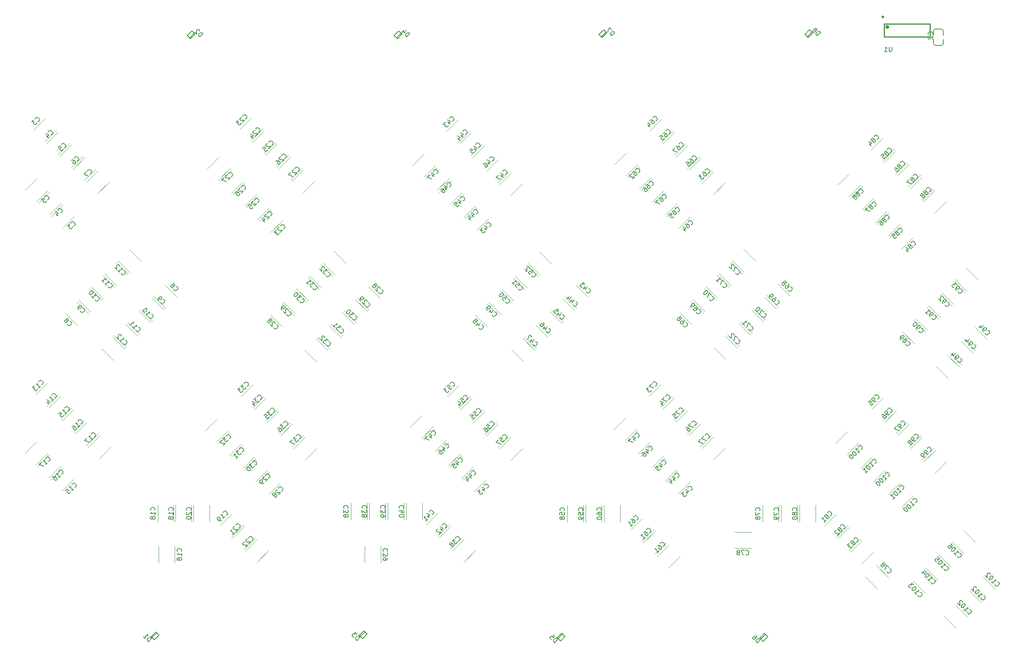
<source format=gbr>
%TF.GenerationSoftware,KiCad,Pcbnew,(5.1.4)-1*%
%TF.CreationDate,2019-12-28T21:17:41+08:00*%
%TF.ProjectId,LPF,4c50462e-6b69-4636-9164-5f7063625858,rev?*%
%TF.SameCoordinates,Original*%
%TF.FileFunction,Legend,Bot*%
%TF.FilePolarity,Positive*%
%FSLAX46Y46*%
G04 Gerber Fmt 4.6, Leading zero omitted, Abs format (unit mm)*
G04 Created by KiCad (PCBNEW (5.1.4)-1) date 2019-12-28 21:17:41*
%MOMM*%
%LPD*%
G04 APERTURE LIST*
%ADD10C,0.120000*%
%ADD11C,0.254000*%
%ADD12C,0.300000*%
%ADD13C,0.400000*%
%ADD14C,0.200000*%
%ADD15C,0.150000*%
G04 APERTURE END LIST*
D10*
X195549497Y-153496087D02*
X193003913Y-150950503D01*
X195450503Y-148503913D02*
X197996087Y-151049497D01*
X172450503Y-146003913D02*
X174996087Y-148549497D01*
X172549497Y-150996087D02*
X170003913Y-148450503D01*
X145300000Y-142230000D02*
X141700000Y-142230000D01*
X141700000Y-138770000D02*
X145300000Y-138770000D01*
X58770000Y-136050000D02*
X58770000Y-132450000D01*
X62230000Y-132450000D02*
X62230000Y-136050000D01*
X125003913Y-144049497D02*
X127549497Y-141503913D01*
X129996087Y-143950503D02*
X127450503Y-146496087D01*
X122003913Y-141049497D02*
X124549497Y-138503913D01*
X126996087Y-140950503D02*
X124450503Y-143496087D01*
X189450503Y-154503913D02*
X191996087Y-157049497D01*
X189549497Y-159496087D02*
X187003913Y-156950503D01*
X163503913Y-119549497D02*
X166049497Y-117003913D01*
X168496087Y-119450503D02*
X165950503Y-121996087D01*
X174324514Y-125278930D02*
X171778930Y-127824514D01*
X169332340Y-125377924D02*
X171877924Y-122832340D01*
X171496087Y-122450503D02*
X168950503Y-124996087D01*
X166503913Y-122549497D02*
X169049497Y-120003913D01*
X193700503Y-94503913D02*
X196246087Y-97049497D01*
X193799497Y-99496087D02*
X191253913Y-96950503D01*
X190700503Y-97503913D02*
X193246087Y-100049497D01*
X190799497Y-102496087D02*
X188253913Y-99950503D01*
X177456242Y-72150250D02*
X174910658Y-74695834D01*
X172464068Y-72249244D02*
X175009652Y-69703660D01*
X180284669Y-74978678D02*
X177739085Y-77524262D01*
X175292495Y-75077672D02*
X177838079Y-72532088D01*
X168970961Y-63664969D02*
X166425377Y-66210553D01*
X163978787Y-63763963D02*
X166524371Y-61218379D01*
X174627815Y-69321823D02*
X172082231Y-71867407D01*
X169635641Y-69420817D02*
X172181225Y-66875233D01*
X171799388Y-66493396D02*
X169253804Y-69038980D01*
X166807214Y-66592390D02*
X169352798Y-64046806D01*
X139755958Y-96427641D02*
X142301542Y-98973225D01*
X139854952Y-101419815D02*
X137309368Y-98874231D01*
X151069668Y-85113933D02*
X153615252Y-87659517D01*
X151168662Y-90106107D02*
X148623078Y-87560523D01*
X148241241Y-87942360D02*
X150786825Y-90487944D01*
X148340235Y-92934534D02*
X145794651Y-90388950D01*
X145412814Y-90770787D02*
X147958398Y-93316371D01*
X145511808Y-95762961D02*
X142966224Y-93217377D01*
X142584386Y-93599214D02*
X145129970Y-96144798D01*
X142683380Y-98591388D02*
X140137796Y-96045804D01*
X132121718Y-70511163D02*
X129576134Y-73056747D01*
X127129544Y-70610157D02*
X129675128Y-68064573D01*
X123636437Y-62025882D02*
X121090853Y-64571466D01*
X118644263Y-62124876D02*
X121189847Y-59579292D01*
X126464864Y-64854309D02*
X123919280Y-67399893D01*
X121472690Y-64953303D02*
X124018274Y-62407719D01*
X129293291Y-67682736D02*
X126747707Y-70228320D01*
X124301117Y-67781730D02*
X126846701Y-65236146D01*
X129210553Y-125122076D02*
X126664969Y-127667660D01*
X124218379Y-125221070D02*
X126763963Y-122675486D01*
X120599640Y-116450503D02*
X118054056Y-118996087D01*
X115607466Y-116549497D02*
X118153050Y-114003913D01*
X132038980Y-127950503D02*
X129493396Y-130496087D01*
X127046806Y-128049497D02*
X129592390Y-125503913D01*
X123428069Y-119278930D02*
X120882485Y-121824514D01*
X118435895Y-119377924D02*
X120981479Y-116832340D01*
X126382126Y-122293649D02*
X123836542Y-124839233D01*
X121389952Y-122392643D02*
X123935536Y-119847059D01*
X85210553Y-124622076D02*
X82664969Y-127167660D01*
X80218379Y-124721070D02*
X82763963Y-122175486D01*
X76599640Y-115950503D02*
X74054056Y-118496087D01*
X71607466Y-116049497D02*
X74153050Y-113503913D01*
X88038980Y-127450503D02*
X85493396Y-129996087D01*
X83046806Y-127549497D02*
X85592390Y-125003913D01*
X79428069Y-118778930D02*
X76882485Y-121324514D01*
X74435895Y-118877924D02*
X76981479Y-116332340D01*
X82382126Y-121793649D02*
X79836542Y-124339233D01*
X77389952Y-121892643D02*
X79935536Y-119347059D01*
X104622076Y-88289447D02*
X107167660Y-90835031D01*
X104721070Y-93281621D02*
X102175486Y-90736037D01*
X95950503Y-96900360D02*
X98496087Y-99445944D01*
X96049497Y-101892534D02*
X93503913Y-99346950D01*
X107450503Y-85461020D02*
X109996087Y-88006604D01*
X107549497Y-90453194D02*
X105003913Y-87907610D01*
X98778930Y-94071931D02*
X101324514Y-96617515D01*
X98877924Y-99064105D02*
X96332340Y-96518521D01*
X101793649Y-91117874D02*
X104339233Y-93663458D01*
X101892643Y-96110048D02*
X99347059Y-93564464D01*
X85710553Y-68122076D02*
X83164969Y-70667660D01*
X80718379Y-68221070D02*
X83263963Y-65675486D01*
X77099640Y-59450503D02*
X74554056Y-61996087D01*
X72107466Y-59549497D02*
X74653050Y-57003913D01*
X88538980Y-70950503D02*
X85993396Y-73496087D01*
X83546806Y-71049497D02*
X86092390Y-68503913D01*
X79928069Y-62278930D02*
X77382485Y-64824514D01*
X74935895Y-62377924D02*
X77481479Y-59832340D01*
X82882126Y-65293649D02*
X80336542Y-67839233D01*
X77889952Y-65392643D02*
X80435536Y-62847059D01*
X80753913Y-142799497D02*
X83299497Y-140253913D01*
X85746087Y-142700503D02*
X83200503Y-145246087D01*
X65230000Y-141800000D02*
X65230000Y-145400000D01*
X61770000Y-145400000D02*
X61770000Y-141800000D01*
X37942786Y-122440095D02*
X35397202Y-124985679D01*
X32950612Y-122539089D02*
X35496196Y-119993505D01*
X40771213Y-125268522D02*
X38225629Y-127814106D01*
X35779039Y-125367516D02*
X38324623Y-122821932D01*
X35114359Y-119611668D02*
X32568775Y-122157252D01*
X30122185Y-119710662D02*
X32667769Y-117165078D01*
X32285932Y-116783241D02*
X29740348Y-119328825D01*
X27293758Y-116882235D02*
X29839342Y-114336651D01*
X43599639Y-128096950D02*
X41054055Y-130642534D01*
X38607465Y-128195944D02*
X41153049Y-125650360D01*
X56940095Y-91307214D02*
X59485679Y-93852798D01*
X57039089Y-96299388D02*
X54493505Y-93753804D01*
X59768522Y-88478787D02*
X62314106Y-91024371D01*
X59867516Y-93470961D02*
X57321932Y-90925377D01*
X54111668Y-94135641D02*
X56657252Y-96681225D01*
X54210662Y-99127815D02*
X51665078Y-96582231D01*
X51283241Y-96964068D02*
X53828825Y-99509652D01*
X51382235Y-101956242D02*
X48836651Y-99410658D01*
X62596950Y-85650361D02*
X65142534Y-88195945D01*
X62695944Y-90642535D02*
X60150360Y-88096951D01*
X35544184Y-62895047D02*
X32998600Y-65440631D01*
X30552010Y-62994041D02*
X33097594Y-60448457D01*
X44029465Y-71380328D02*
X41483881Y-73925912D01*
X39037291Y-71479322D02*
X41582875Y-68933738D01*
X41201037Y-68551901D02*
X38655453Y-71097485D01*
X36208863Y-68650895D02*
X38754447Y-66105311D01*
X38372611Y-65723475D02*
X35827027Y-68269059D01*
X33380437Y-65822469D02*
X35926021Y-63276885D01*
X32715757Y-60066620D02*
X30170173Y-62612204D01*
X27723583Y-60165614D02*
X30269167Y-57620030D01*
X20730000Y-141800000D02*
X20730000Y-145400000D01*
X17270000Y-145400000D02*
X17270000Y-141800000D01*
X17020000Y-136494544D02*
X17020000Y-132894544D01*
X20480000Y-132894544D02*
X20480000Y-136494544D01*
X-3910767Y-124457862D02*
X-6456351Y-127003446D01*
X-8902941Y-124556856D02*
X-6357357Y-122011272D01*
X-1082340Y-127286290D02*
X-3627924Y-129831874D01*
X-6074514Y-127385284D02*
X-3528930Y-124839700D01*
X-6739194Y-121629435D02*
X-9284778Y-124175019D01*
X-11731368Y-121728429D02*
X-9185784Y-119182845D01*
X15784134Y-88134748D02*
X18329718Y-90680332D01*
X15883128Y-93126922D02*
X13337544Y-90581338D01*
X18612561Y-85306321D02*
X21158145Y-87851905D01*
X18711555Y-90298495D02*
X16165971Y-87752911D01*
X12955707Y-90963175D02*
X15501291Y-93508759D01*
X13054701Y-95955349D02*
X10509117Y-93409765D01*
X10127279Y-93791602D02*
X12672863Y-96337186D01*
X10226273Y-98783776D02*
X7680689Y-96238192D01*
X7298853Y-96620030D02*
X9844437Y-99165614D01*
X7397847Y-101612204D02*
X4852263Y-99066620D01*
X-3791602Y-67577027D02*
X-6337186Y-70122611D01*
X-8783776Y-67676021D02*
X-6238192Y-65130437D01*
X-963175Y-70405454D02*
X-3508759Y-72951038D01*
X-5955349Y-70504448D02*
X-3409765Y-67958864D01*
X-6620030Y-64748600D02*
X-9165614Y-67294184D01*
X-11612204Y-64847594D02*
X-9066620Y-62302010D01*
D11*
X174025000Y-28850000D02*
X183975000Y-28850000D01*
X174025000Y-31650000D02*
X183975000Y-31650000D01*
X174025000Y-28850000D02*
X174025000Y-31650000D01*
X183975000Y-28850000D02*
X183975000Y-31650000D01*
D12*
X173900000Y-27350000D02*
G75*
G03X173900000Y-27350000I-150000J0D01*
G01*
D13*
X174900000Y-29550000D02*
G75*
G03X174900000Y-29550000I-200000J0D01*
G01*
D14*
X158598528Y-30858579D02*
X157891421Y-30151472D01*
X157608579Y-31848528D02*
X156901472Y-31141421D01*
X156901472Y-31141421D02*
X157891421Y-30151472D01*
X157608579Y-31848528D02*
X158598528Y-30858579D01*
X157396447Y-31636396D02*
X158386396Y-30646447D01*
X114098528Y-30858579D02*
X113391421Y-30151472D01*
X113108579Y-31848528D02*
X112401472Y-31141421D01*
X112401472Y-31141421D02*
X113391421Y-30151472D01*
X113108579Y-31848528D02*
X114098528Y-30858579D01*
X112896447Y-31636396D02*
X113886396Y-30646447D01*
X147151472Y-161641421D02*
X147858579Y-162348528D01*
X148141421Y-160651472D02*
X148848528Y-161358579D01*
X148848528Y-161358579D02*
X147858579Y-162348528D01*
X148141421Y-160651472D02*
X147151472Y-161641421D01*
X148353553Y-160863604D02*
X147363604Y-161853553D01*
X103358489Y-161598438D02*
X104065596Y-162305545D01*
X104348438Y-160608489D02*
X105055545Y-161315596D01*
X105055545Y-161315596D02*
X104065596Y-162305545D01*
X104348438Y-160608489D02*
X103358489Y-161598438D01*
X104560570Y-160820621D02*
X103570621Y-161810570D01*
X69848528Y-31108579D02*
X69141421Y-30401472D01*
X68858579Y-32098528D02*
X68151472Y-31391421D01*
X68151472Y-31391421D02*
X69141421Y-30401472D01*
X68858579Y-32098528D02*
X69848528Y-31108579D01*
X68646447Y-31886396D02*
X69636396Y-30896447D01*
X60608489Y-161098438D02*
X61315596Y-161805545D01*
X61598438Y-160108489D02*
X62305545Y-160815596D01*
X62305545Y-160815596D02*
X61315596Y-161805545D01*
X61598438Y-160108489D02*
X60608489Y-161098438D01*
X61810570Y-160320621D02*
X60820621Y-161310570D01*
X25098528Y-31108579D02*
X24391421Y-30401472D01*
X24108579Y-32098528D02*
X23401472Y-31391421D01*
X23401472Y-31391421D02*
X24391421Y-30401472D01*
X24108579Y-32098528D02*
X25098528Y-31108579D01*
X23896447Y-31886396D02*
X24886396Y-30896447D01*
X15608489Y-161348438D02*
X16315596Y-162055545D01*
X16598438Y-160358489D02*
X17305545Y-161065596D01*
X17305545Y-161065596D02*
X16315596Y-162055545D01*
X16598438Y-160358489D02*
X15608489Y-161348438D01*
X16810570Y-160570621D02*
X15820621Y-161560570D01*
D10*
X191193144Y-138440205D02*
X193738728Y-140985789D01*
X191292138Y-143432379D02*
X188746554Y-140886795D01*
X188364717Y-141268632D02*
X190910301Y-143814216D01*
X188463711Y-146260806D02*
X185918127Y-143715222D01*
X185536289Y-144097059D02*
X188081873Y-146642643D01*
X185635283Y-149089233D02*
X183089699Y-146543649D01*
X182707862Y-146925486D02*
X185253446Y-149471070D01*
X182806856Y-151917660D02*
X180261272Y-149372076D01*
X192549497Y-156496087D02*
X190003913Y-153950503D01*
X192450503Y-151503913D02*
X194996087Y-154049497D01*
X172478787Y-128185536D02*
X175024371Y-125639952D01*
X177470961Y-128086542D02*
X174925377Y-130632126D01*
X175307214Y-131013963D02*
X177852798Y-128468379D01*
X180299388Y-130914969D02*
X177753804Y-133460553D01*
X187614359Y-123407610D02*
X185068775Y-125953194D01*
X182622185Y-123506604D02*
X185167769Y-120961020D01*
X184785932Y-120579183D02*
X182240348Y-123124767D01*
X179793758Y-120678177D02*
X182339342Y-118132593D01*
X181957505Y-117750756D02*
X179411921Y-120296340D01*
X176965331Y-117849750D02*
X179510915Y-115304166D01*
X179129078Y-114922328D02*
X176583494Y-117467912D01*
X174136904Y-115021322D02*
X176682488Y-112475738D01*
X176300651Y-112093901D02*
X173755067Y-114639485D01*
X171308477Y-112192895D02*
X173854061Y-109647311D01*
X187799497Y-105496087D02*
X185253913Y-102950503D01*
X187700503Y-100503913D02*
X190246087Y-103049497D01*
X191723474Y-81645156D02*
X194269058Y-84190740D01*
X191822468Y-86637330D02*
X189276884Y-84091746D01*
X188895047Y-84473583D02*
X191440631Y-87019167D01*
X188994041Y-89465757D02*
X186448457Y-86920173D01*
X186066620Y-87302010D02*
X188612204Y-89847594D01*
X186165614Y-92294184D02*
X183620030Y-89748600D01*
X183238192Y-90130437D02*
X185783776Y-92676021D01*
X183337186Y-95122611D02*
X180791602Y-92577027D01*
X180409765Y-92958864D02*
X182955349Y-95504448D01*
X180508759Y-97951038D02*
X177963175Y-95405454D01*
X187521213Y-67236037D02*
X184975629Y-69781621D01*
X182529039Y-67335031D02*
X185074623Y-64789447D01*
X184692786Y-64407610D02*
X182147202Y-66953194D01*
X179700612Y-64506604D02*
X182246196Y-61961020D01*
X181864359Y-61579183D02*
X179318775Y-64124767D01*
X176872185Y-61678177D02*
X179417769Y-59132593D01*
X179035932Y-58750756D02*
X176490348Y-61296340D01*
X174043758Y-58849750D02*
X176589342Y-56304166D01*
X176207505Y-55922328D02*
X173661921Y-58467912D01*
X171215331Y-56021322D02*
X173760915Y-53475738D01*
X171778573Y-142968270D02*
X169232989Y-145513854D01*
X166786399Y-143067264D02*
X169331983Y-140521680D01*
X168950145Y-140139843D02*
X166404561Y-142685427D01*
X163957971Y-140238837D02*
X166503555Y-137693253D01*
X166121718Y-137311416D02*
X163576134Y-139857000D01*
X161129544Y-137410410D02*
X163675128Y-134864826D01*
X159230000Y-132950000D02*
X159230000Y-136550000D01*
X155770000Y-136550000D02*
X155770000Y-132950000D01*
X155230000Y-132950000D02*
X155230000Y-136550000D01*
X151770000Y-136550000D02*
X151770000Y-132950000D01*
X151248660Y-132950000D02*
X151248660Y-136550000D01*
X147788660Y-136550000D02*
X147788660Y-132950000D01*
X139633019Y-120559260D02*
X137087435Y-123104844D01*
X134640845Y-120658254D02*
X137186429Y-118112670D01*
X136804592Y-117730833D02*
X134259008Y-120276417D01*
X131812418Y-117829827D02*
X134358002Y-115284243D01*
X133976165Y-114902406D02*
X131430581Y-117447990D01*
X128983991Y-115001400D02*
X131529575Y-112455816D01*
X131147737Y-112073979D02*
X128602153Y-114619563D01*
X126155563Y-112172973D02*
X128701147Y-109627389D01*
X128319310Y-109245552D02*
X125773726Y-111791136D01*
X123327136Y-109344546D02*
X125872720Y-106798962D01*
X143645047Y-77580185D02*
X146190631Y-80125769D01*
X143744041Y-82572359D02*
X141198457Y-80026775D01*
X140816620Y-80408612D02*
X143362204Y-82954196D01*
X140915614Y-85400786D02*
X138370030Y-82855202D01*
X137988192Y-83237039D02*
X140533776Y-85782623D01*
X138087186Y-88229213D02*
X135541602Y-85683629D01*
X135159765Y-86065466D02*
X137705349Y-88611050D01*
X135258759Y-91057640D02*
X132713175Y-88512056D01*
X132331338Y-88893893D02*
X134876922Y-91439477D01*
X132430332Y-93886067D02*
X129884748Y-91340483D01*
X134027310Y-57546697D02*
X131481726Y-60092281D01*
X129035136Y-57645691D02*
X131580720Y-55100107D01*
X136855737Y-60375124D02*
X134310153Y-62920708D01*
X131863563Y-60474118D02*
X134409147Y-57928534D01*
X131198883Y-54718270D02*
X128653299Y-57263854D01*
X126206709Y-54817264D02*
X128752293Y-52271680D01*
X128370456Y-51889843D02*
X125824872Y-54435427D01*
X123378282Y-51988837D02*
X125923866Y-49443253D01*
X139684164Y-63203551D02*
X137138580Y-65749135D01*
X134691990Y-63302545D02*
X137237574Y-60756961D01*
X115753913Y-59299497D02*
X118299497Y-56753913D01*
X120746087Y-59200503D02*
X118200503Y-61746087D01*
X124246087Y-138200503D02*
X121700503Y-140746087D01*
X119253913Y-138299497D02*
X121799497Y-135753913D01*
X116980001Y-132950000D02*
X116980001Y-136550000D01*
X113520001Y-136550000D02*
X113520001Y-132950000D01*
X112980000Y-132950001D02*
X112980000Y-136550001D01*
X109520000Y-136550001D02*
X109520000Y-132950001D01*
X108980000Y-132950000D02*
X108980000Y-136550000D01*
X105520000Y-136550000D02*
X105520000Y-132950000D01*
X95895582Y-120675377D02*
X93349998Y-123220961D01*
X90903408Y-120774371D02*
X93448992Y-118228787D01*
X93067155Y-117846950D02*
X90521571Y-120392534D01*
X88074981Y-117945944D02*
X90620565Y-115400360D01*
X90238728Y-115018522D02*
X87693144Y-117564106D01*
X85246554Y-115117516D02*
X87792138Y-112571932D01*
X87410301Y-112190095D02*
X84864717Y-114735679D01*
X82418127Y-112289089D02*
X84963711Y-109743505D01*
X84581873Y-109361668D02*
X82036289Y-111907252D01*
X79589699Y-109460662D02*
X82135283Y-106915078D01*
X99516367Y-78123078D02*
X102061951Y-80668662D01*
X99615361Y-83115252D02*
X97069777Y-80569668D01*
X96687940Y-80951505D02*
X99233524Y-83497089D01*
X96786934Y-85943679D02*
X94241350Y-83398095D01*
X93859513Y-83779932D02*
X96405097Y-86325516D01*
X93958507Y-88772106D02*
X91412923Y-86226522D01*
X91031086Y-86608359D02*
X93576670Y-89153943D01*
X91130080Y-91600533D02*
X88584496Y-89054949D01*
X88202658Y-89436786D02*
X90748242Y-91982370D01*
X88301652Y-94428960D02*
X85756068Y-91883376D01*
X95892534Y-63450503D02*
X93346950Y-65996087D01*
X90900360Y-63549497D02*
X93445944Y-61003913D01*
X93064106Y-60622076D02*
X90518522Y-63167660D01*
X88071932Y-60721070D02*
X90617516Y-58175486D01*
X90110048Y-57607357D02*
X87564464Y-60152941D01*
X85117874Y-57706351D02*
X87663458Y-55160767D01*
X87281621Y-54778930D02*
X84736037Y-57324514D01*
X82289447Y-54877924D02*
X84835031Y-52332340D01*
X84453194Y-51950503D02*
X81907610Y-54496087D01*
X79461020Y-52049497D02*
X82006604Y-49503913D01*
X82854844Y-139895047D02*
X80309260Y-142440631D01*
X77862670Y-139994041D02*
X80408254Y-137448457D01*
X80026417Y-137066620D02*
X77480833Y-139612204D01*
X75034243Y-137165614D02*
X77579827Y-134620030D01*
X74230000Y-132450000D02*
X74230000Y-136050000D01*
X70770000Y-136050000D02*
X70770000Y-132450000D01*
X70230000Y-132450000D02*
X70230000Y-136050000D01*
X66770000Y-136050000D02*
X66770000Y-132450000D01*
X66230000Y-132450000D02*
X66230000Y-136050000D01*
X62770000Y-136050000D02*
X62770000Y-132450000D01*
X51367407Y-120632484D02*
X48821823Y-123178068D01*
X46375233Y-120731478D02*
X48920817Y-118185894D01*
X48538980Y-117804056D02*
X45993396Y-120349640D01*
X43546806Y-117903050D02*
X46092390Y-115357466D01*
X45710553Y-114975629D02*
X43164969Y-117521213D01*
X40718379Y-115074623D02*
X43263963Y-112529039D01*
X42882126Y-112147202D02*
X40336542Y-114692786D01*
X37889952Y-112246196D02*
X40435536Y-109700612D01*
X40053699Y-109318775D02*
X37508115Y-111864359D01*
X35061525Y-109417769D02*
X37607109Y-106872185D01*
X55117765Y-78043758D02*
X57663349Y-80589342D01*
X55216759Y-83035932D02*
X52671175Y-80490348D01*
X52289338Y-80872185D02*
X54834922Y-83417769D01*
X52388332Y-85864359D02*
X49842748Y-83318775D01*
X49460911Y-83700612D02*
X52006495Y-86246196D01*
X49559905Y-88692786D02*
X47014321Y-86147202D01*
X46632484Y-86529039D02*
X49178068Y-89074623D01*
X46731478Y-91521213D02*
X44185894Y-88975629D01*
X43804056Y-89357466D02*
X46349640Y-91903050D01*
X43903050Y-94349640D02*
X41357466Y-91804056D01*
X51026417Y-62834386D02*
X48480833Y-65379970D01*
X46034243Y-62933380D02*
X48579827Y-60387796D01*
X48197990Y-60005959D02*
X45652406Y-62551543D01*
X43205816Y-60104953D02*
X45751400Y-57559369D01*
X45369563Y-57177532D02*
X42823979Y-59723116D01*
X40377389Y-57276526D02*
X42922973Y-54730942D01*
X42541136Y-54349105D02*
X39995552Y-56894689D01*
X37548962Y-54448099D02*
X40094546Y-51902515D01*
X39712709Y-51520678D02*
X37167125Y-54066262D01*
X34720535Y-51619672D02*
X37266119Y-49074088D01*
X40996087Y-142700503D02*
X38450503Y-145246087D01*
X36003913Y-142799497D02*
X38549497Y-140253913D01*
X38246087Y-139950503D02*
X35700503Y-142496087D01*
X33253913Y-140049497D02*
X35799497Y-137503913D01*
X28260330Y-132894544D02*
X28260330Y-136494544D01*
X24800330Y-136494544D02*
X24800330Y-132894544D01*
X35496087Y-137200503D02*
X32950503Y-139746087D01*
X30503913Y-137299497D02*
X33049497Y-134753913D01*
X24371243Y-132894544D02*
X24371243Y-136494544D01*
X20911243Y-136494544D02*
X20911243Y-132894544D01*
X6981368Y-120271571D02*
X4435784Y-122817155D01*
X1989194Y-120370565D02*
X4534778Y-117824981D01*
X4152941Y-117443144D02*
X1607357Y-119988728D01*
X-839233Y-117542138D02*
X1706351Y-114996554D01*
X1324514Y-114614717D02*
X-1221070Y-117160301D01*
X-3667660Y-114713711D02*
X-1122076Y-112168127D01*
X-1503913Y-111786289D02*
X-4049497Y-114331873D01*
X-6496087Y-111885283D02*
X-3950503Y-109339699D01*
X-4332340Y-108957862D02*
X-6877924Y-111503446D01*
X-9324514Y-109056856D02*
X-6778930Y-106511272D01*
X10852153Y-77637796D02*
X13397737Y-80183380D01*
X10951147Y-82629970D02*
X8405563Y-80084386D01*
X8023726Y-80466224D02*
X10569310Y-83011808D01*
X8122720Y-85458398D02*
X5577136Y-82912814D01*
X5195299Y-83294651D02*
X7740883Y-85840235D01*
X5294293Y-88286825D02*
X2748709Y-85741241D01*
X2366872Y-86123078D02*
X4912456Y-88668662D01*
X2465866Y-91115252D02*
X-79718Y-88569668D01*
X-461555Y-88951505D02*
X2084029Y-91497089D01*
X-362561Y-93943679D02*
X-2908145Y-91398095D01*
X6519058Y-63059260D02*
X3973474Y-65604844D01*
X1526884Y-63158254D02*
X4072468Y-60612670D01*
X3690631Y-60230833D02*
X1145047Y-62776417D01*
X-1301543Y-60329827D02*
X1244041Y-57784243D01*
X862204Y-57402406D02*
X-1683380Y-59947990D01*
X-4129970Y-57501400D02*
X-1584386Y-54955816D01*
X-1966224Y-54573979D02*
X-4511808Y-57119563D01*
X-6958398Y-54672973D02*
X-4412814Y-52127389D01*
X-4794651Y-51745552D02*
X-7340235Y-54291136D01*
X-9786825Y-51844546D02*
X-7241241Y-49298962D01*
D14*
X186385000Y-29980000D02*
X185115000Y-29980000D01*
X186785000Y-30380000D02*
X186785000Y-31300000D01*
X186385000Y-33520000D02*
X185115000Y-33520000D01*
X186785000Y-32200000D02*
X186785000Y-33120000D01*
X184715000Y-32200000D02*
X184715000Y-33120000D01*
X184715000Y-30380000D02*
X184715000Y-31300000D01*
X185114990Y-29980000D02*
G75*
G03X184714990Y-30380000I0J-400000D01*
G01*
X186785000Y-30380000D02*
G75*
G03X186385000Y-29980000I-400000J0D01*
G01*
X186385000Y-33520000D02*
G75*
G03X186785000Y-33120000I0J400000D01*
G01*
X184715000Y-33120000D02*
G75*
G03X185115000Y-33520000I400000J0D01*
G01*
D15*
X197983292Y-150099280D02*
X197983292Y-150166623D01*
X198050635Y-150301310D01*
X198117979Y-150368654D01*
X198252666Y-150435997D01*
X198387353Y-150435997D01*
X198488368Y-150402326D01*
X198656727Y-150301310D01*
X198757742Y-150200295D01*
X198858757Y-150031936D01*
X198892429Y-149930921D01*
X198892429Y-149796234D01*
X198825085Y-149661547D01*
X198757742Y-149594204D01*
X198623055Y-149526860D01*
X198555711Y-149526860D01*
X197242513Y-149493188D02*
X197646574Y-149897249D01*
X197444544Y-149695219D02*
X198151650Y-148988112D01*
X198117979Y-149156471D01*
X198117979Y-149291158D01*
X198151650Y-149392173D01*
X197511887Y-148348349D02*
X197444544Y-148281005D01*
X197343528Y-148247333D01*
X197276185Y-148247333D01*
X197175169Y-148281005D01*
X197006811Y-148382020D01*
X196838452Y-148550379D01*
X196737437Y-148718738D01*
X196703765Y-148819753D01*
X196703765Y-148887097D01*
X196737437Y-148988112D01*
X196804780Y-149055456D01*
X196905795Y-149089127D01*
X196973139Y-149089127D01*
X197074154Y-149055456D01*
X197242513Y-148954440D01*
X197410872Y-148786081D01*
X197511887Y-148617723D01*
X197545559Y-148516707D01*
X197545559Y-148449364D01*
X197511887Y-148348349D01*
X196939467Y-147910616D02*
X196939467Y-147843272D01*
X196905795Y-147742257D01*
X196737437Y-147573898D01*
X196636421Y-147540227D01*
X196569078Y-147540227D01*
X196468063Y-147573898D01*
X196400719Y-147641242D01*
X196333376Y-147775929D01*
X196333376Y-148584051D01*
X195895643Y-148146318D01*
X174646574Y-147262562D02*
X174646574Y-147329906D01*
X174713918Y-147464593D01*
X174781261Y-147531936D01*
X174915948Y-147599280D01*
X175050635Y-147599280D01*
X175151650Y-147565608D01*
X175320009Y-147464593D01*
X175421024Y-147363578D01*
X175522040Y-147195219D01*
X175555711Y-147094204D01*
X175555711Y-146959517D01*
X175488368Y-146824830D01*
X175421024Y-146757486D01*
X175286337Y-146690143D01*
X175218994Y-146690143D01*
X175050635Y-146387097D02*
X174579231Y-145915692D01*
X174175169Y-146925845D01*
X173905795Y-145848349D02*
X174006811Y-145882020D01*
X174074154Y-145882020D01*
X174175169Y-145848349D01*
X174208841Y-145814677D01*
X174242513Y-145713662D01*
X174242513Y-145646318D01*
X174208841Y-145545303D01*
X174074154Y-145410616D01*
X173973139Y-145376944D01*
X173905795Y-145376944D01*
X173804780Y-145410616D01*
X173771108Y-145444288D01*
X173737437Y-145545303D01*
X173737437Y-145612646D01*
X173771108Y-145713662D01*
X173905795Y-145848349D01*
X173939467Y-145949364D01*
X173939467Y-146016707D01*
X173905795Y-146117723D01*
X173771108Y-146252410D01*
X173670093Y-146286081D01*
X173602750Y-146286081D01*
X173501734Y-146252410D01*
X173367047Y-146117723D01*
X173333376Y-146016707D01*
X173333376Y-145949364D01*
X173367047Y-145848349D01*
X173501734Y-145713662D01*
X173602750Y-145679990D01*
X173670093Y-145679990D01*
X173771108Y-145713662D01*
X144142857Y-143607142D02*
X144190476Y-143654761D01*
X144333333Y-143702380D01*
X144428571Y-143702380D01*
X144571428Y-143654761D01*
X144666666Y-143559523D01*
X144714285Y-143464285D01*
X144761904Y-143273809D01*
X144761904Y-143130952D01*
X144714285Y-142940476D01*
X144666666Y-142845238D01*
X144571428Y-142750000D01*
X144428571Y-142702380D01*
X144333333Y-142702380D01*
X144190476Y-142750000D01*
X144142857Y-142797619D01*
X143809523Y-142702380D02*
X143142857Y-142702380D01*
X143571428Y-143702380D01*
X142619047Y-143130952D02*
X142714285Y-143083333D01*
X142761904Y-143035714D01*
X142809523Y-142940476D01*
X142809523Y-142892857D01*
X142761904Y-142797619D01*
X142714285Y-142750000D01*
X142619047Y-142702380D01*
X142428571Y-142702380D01*
X142333333Y-142750000D01*
X142285714Y-142797619D01*
X142238095Y-142892857D01*
X142238095Y-142940476D01*
X142285714Y-143035714D01*
X142333333Y-143083333D01*
X142428571Y-143130952D01*
X142619047Y-143130952D01*
X142714285Y-143178571D01*
X142761904Y-143226190D01*
X142809523Y-143321428D01*
X142809523Y-143511904D01*
X142761904Y-143607142D01*
X142714285Y-143654761D01*
X142619047Y-143702380D01*
X142428571Y-143702380D01*
X142333333Y-143654761D01*
X142285714Y-143607142D01*
X142238095Y-143511904D01*
X142238095Y-143321428D01*
X142285714Y-143226190D01*
X142333333Y-143178571D01*
X142428571Y-143130952D01*
X58107142Y-133607142D02*
X58154761Y-133559523D01*
X58202380Y-133416666D01*
X58202380Y-133321428D01*
X58154761Y-133178571D01*
X58059523Y-133083333D01*
X57964285Y-133035714D01*
X57773809Y-132988095D01*
X57630952Y-132988095D01*
X57440476Y-133035714D01*
X57345238Y-133083333D01*
X57250000Y-133178571D01*
X57202380Y-133321428D01*
X57202380Y-133416666D01*
X57250000Y-133559523D01*
X57297619Y-133607142D01*
X57202380Y-133940476D02*
X57202380Y-134559523D01*
X57583333Y-134226190D01*
X57583333Y-134369047D01*
X57630952Y-134464285D01*
X57678571Y-134511904D01*
X57773809Y-134559523D01*
X58011904Y-134559523D01*
X58107142Y-134511904D01*
X58154761Y-134464285D01*
X58202380Y-134369047D01*
X58202380Y-134083333D01*
X58154761Y-133988095D01*
X58107142Y-133940476D01*
X57630952Y-135130952D02*
X57583333Y-135035714D01*
X57535714Y-134988095D01*
X57440476Y-134940476D01*
X57392857Y-134940476D01*
X57297619Y-134988095D01*
X57250000Y-135035714D01*
X57202380Y-135130952D01*
X57202380Y-135321428D01*
X57250000Y-135416666D01*
X57297619Y-135464285D01*
X57392857Y-135511904D01*
X57440476Y-135511904D01*
X57535714Y-135464285D01*
X57583333Y-135416666D01*
X57630952Y-135321428D01*
X57630952Y-135130952D01*
X57678571Y-135035714D01*
X57726190Y-134988095D01*
X57821428Y-134940476D01*
X58011904Y-134940476D01*
X58107142Y-134988095D01*
X58154761Y-135035714D01*
X58202380Y-135130952D01*
X58202380Y-135321428D01*
X58154761Y-135416666D01*
X58107142Y-135464285D01*
X58011904Y-135511904D01*
X57821428Y-135511904D01*
X57726190Y-135464285D01*
X57678571Y-135416666D01*
X57630952Y-135321428D01*
X126262562Y-141853425D02*
X126329906Y-141853425D01*
X126464593Y-141786081D01*
X126531936Y-141718738D01*
X126599280Y-141584051D01*
X126599280Y-141449364D01*
X126565608Y-141348349D01*
X126464593Y-141179990D01*
X126363578Y-141078975D01*
X126195219Y-140977959D01*
X126094204Y-140944288D01*
X125959517Y-140944288D01*
X125824830Y-141011631D01*
X125757486Y-141078975D01*
X125690143Y-141213662D01*
X125690143Y-141281005D01*
X125016707Y-141819753D02*
X125151394Y-141685066D01*
X125252410Y-141651394D01*
X125319753Y-141651394D01*
X125488112Y-141685066D01*
X125656471Y-141786081D01*
X125925845Y-142055456D01*
X125959517Y-142156471D01*
X125959517Y-142223814D01*
X125925845Y-142324830D01*
X125791158Y-142459517D01*
X125690143Y-142493188D01*
X125622799Y-142493188D01*
X125521784Y-142459517D01*
X125353425Y-142291158D01*
X125319753Y-142190143D01*
X125319753Y-142122799D01*
X125353425Y-142021784D01*
X125488112Y-141887097D01*
X125589127Y-141853425D01*
X125656471Y-141853425D01*
X125757486Y-141887097D01*
X124983036Y-143267639D02*
X125387097Y-142863578D01*
X125185066Y-143065608D02*
X124477959Y-142358501D01*
X124646318Y-142392173D01*
X124781005Y-142392173D01*
X124882020Y-142358501D01*
X123262562Y-138853425D02*
X123329906Y-138853425D01*
X123464593Y-138786081D01*
X123531936Y-138718738D01*
X123599280Y-138584051D01*
X123599280Y-138449364D01*
X123565608Y-138348349D01*
X123464593Y-138179990D01*
X123363578Y-138078975D01*
X123195219Y-137977959D01*
X123094204Y-137944288D01*
X122959517Y-137944288D01*
X122824830Y-138011631D01*
X122757486Y-138078975D01*
X122690143Y-138213662D01*
X122690143Y-138281005D01*
X122016707Y-138819753D02*
X122151394Y-138685066D01*
X122252410Y-138651394D01*
X122319753Y-138651394D01*
X122488112Y-138685066D01*
X122656471Y-138786081D01*
X122925845Y-139055456D01*
X122959517Y-139156471D01*
X122959517Y-139223814D01*
X122925845Y-139324830D01*
X122791158Y-139459517D01*
X122690143Y-139493188D01*
X122622799Y-139493188D01*
X122521784Y-139459517D01*
X122353425Y-139291158D01*
X122319753Y-139190143D01*
X122319753Y-139122799D01*
X122353425Y-139021784D01*
X122488112Y-138887097D01*
X122589127Y-138853425D01*
X122656471Y-138853425D01*
X122757486Y-138887097D01*
X121983036Y-140267639D02*
X122387097Y-139863578D01*
X122185066Y-140065608D02*
X121477959Y-139358501D01*
X121646318Y-139392173D01*
X121781005Y-139392173D01*
X121882020Y-139358501D01*
X191983292Y-156099280D02*
X191983292Y-156166623D01*
X192050635Y-156301310D01*
X192117979Y-156368654D01*
X192252666Y-156435997D01*
X192387353Y-156435997D01*
X192488368Y-156402326D01*
X192656727Y-156301310D01*
X192757742Y-156200295D01*
X192858757Y-156031936D01*
X192892429Y-155930921D01*
X192892429Y-155796234D01*
X192825085Y-155661547D01*
X192757742Y-155594204D01*
X192623055Y-155526860D01*
X192555711Y-155526860D01*
X191242513Y-155493188D02*
X191646574Y-155897249D01*
X191444544Y-155695219D02*
X192151650Y-154988112D01*
X192117979Y-155156471D01*
X192117979Y-155291158D01*
X192151650Y-155392173D01*
X191511887Y-154348349D02*
X191444544Y-154281005D01*
X191343528Y-154247333D01*
X191276185Y-154247333D01*
X191175169Y-154281005D01*
X191006811Y-154382020D01*
X190838452Y-154550379D01*
X190737437Y-154718738D01*
X190703765Y-154819753D01*
X190703765Y-154887097D01*
X190737437Y-154988112D01*
X190804780Y-155055456D01*
X190905795Y-155089127D01*
X190973139Y-155089127D01*
X191074154Y-155055456D01*
X191242513Y-154954440D01*
X191410872Y-154786081D01*
X191511887Y-154617723D01*
X191545559Y-154516707D01*
X191545559Y-154449364D01*
X191511887Y-154348349D01*
X190939467Y-153910616D02*
X190939467Y-153843272D01*
X190905795Y-153742257D01*
X190737437Y-153573898D01*
X190636421Y-153540227D01*
X190569078Y-153540227D01*
X190468063Y-153573898D01*
X190400719Y-153641242D01*
X190333376Y-153775929D01*
X190333376Y-154584051D01*
X189895643Y-154146318D01*
X168988368Y-120905795D02*
X169055711Y-120905795D01*
X169190398Y-120838452D01*
X169257742Y-120771108D01*
X169325085Y-120636421D01*
X169325085Y-120501734D01*
X169291414Y-120400719D01*
X169190398Y-120232360D01*
X169089383Y-120131345D01*
X168921024Y-120030330D01*
X168820009Y-119996658D01*
X168685322Y-119996658D01*
X168550635Y-120064002D01*
X168483292Y-120131345D01*
X168415948Y-120266032D01*
X168415948Y-120333376D01*
X168382276Y-121646574D02*
X168786337Y-121242513D01*
X168584307Y-121444544D02*
X167877200Y-120737437D01*
X168045559Y-120771108D01*
X168180246Y-120771108D01*
X168281261Y-120737437D01*
X167237437Y-121377200D02*
X167170093Y-121444544D01*
X167136421Y-121545559D01*
X167136421Y-121612902D01*
X167170093Y-121713918D01*
X167271108Y-121882276D01*
X167439467Y-122050635D01*
X167607826Y-122151650D01*
X167708841Y-122185322D01*
X167776185Y-122185322D01*
X167877200Y-122151650D01*
X167944544Y-122084307D01*
X167978215Y-121983292D01*
X167978215Y-121915948D01*
X167944544Y-121814933D01*
X167843528Y-121646574D01*
X167675169Y-121478215D01*
X167506811Y-121377200D01*
X167405795Y-121343528D01*
X167338452Y-121343528D01*
X167237437Y-121377200D01*
X166564002Y-122050635D02*
X166496658Y-122117979D01*
X166462986Y-122218994D01*
X166462986Y-122286337D01*
X166496658Y-122387353D01*
X166597673Y-122555711D01*
X166766032Y-122724070D01*
X166934391Y-122825085D01*
X167035406Y-122858757D01*
X167102750Y-122858757D01*
X167203765Y-122825085D01*
X167271108Y-122757742D01*
X167304780Y-122656727D01*
X167304780Y-122589383D01*
X167271108Y-122488368D01*
X167170093Y-122320009D01*
X167001734Y-122151650D01*
X166833376Y-122050635D01*
X166732360Y-122016963D01*
X166665017Y-122016963D01*
X166564002Y-122050635D01*
X174816795Y-126734222D02*
X174884138Y-126734222D01*
X175018825Y-126666879D01*
X175086169Y-126599535D01*
X175153512Y-126464848D01*
X175153512Y-126330161D01*
X175119841Y-126229146D01*
X175018825Y-126060787D01*
X174917810Y-125959772D01*
X174749451Y-125858757D01*
X174648436Y-125825085D01*
X174513749Y-125825085D01*
X174379062Y-125892429D01*
X174311719Y-125959772D01*
X174244375Y-126094459D01*
X174244375Y-126161803D01*
X174210703Y-127475001D02*
X174614764Y-127070940D01*
X174412734Y-127272971D02*
X173705627Y-126565864D01*
X173873986Y-126599535D01*
X174008673Y-126599535D01*
X174109688Y-126565864D01*
X173065864Y-127205627D02*
X172998520Y-127272971D01*
X172964848Y-127373986D01*
X172964848Y-127441329D01*
X172998520Y-127542345D01*
X173099535Y-127710703D01*
X173267894Y-127879062D01*
X173436253Y-127980077D01*
X173537268Y-128013749D01*
X173604612Y-128013749D01*
X173705627Y-127980077D01*
X173772971Y-127912734D01*
X173806642Y-127811719D01*
X173806642Y-127744375D01*
X173772971Y-127643360D01*
X173671955Y-127475001D01*
X173503596Y-127306642D01*
X173335238Y-127205627D01*
X173234222Y-127171955D01*
X173166879Y-127171955D01*
X173065864Y-127205627D01*
X172392429Y-127879062D02*
X172325085Y-127946406D01*
X172291413Y-128047421D01*
X172291413Y-128114764D01*
X172325085Y-128215780D01*
X172426100Y-128384138D01*
X172594459Y-128552497D01*
X172762818Y-128653512D01*
X172863833Y-128687184D01*
X172931177Y-128687184D01*
X173032192Y-128653512D01*
X173099535Y-128586169D01*
X173133207Y-128485154D01*
X173133207Y-128417810D01*
X173099535Y-128316795D01*
X172998520Y-128148436D01*
X172830161Y-127980077D01*
X172661803Y-127879062D01*
X172560787Y-127845390D01*
X172493444Y-127845390D01*
X172392429Y-127879062D01*
X171988368Y-123905795D02*
X172055711Y-123905795D01*
X172190398Y-123838452D01*
X172257742Y-123771108D01*
X172325085Y-123636421D01*
X172325085Y-123501734D01*
X172291414Y-123400719D01*
X172190398Y-123232360D01*
X172089383Y-123131345D01*
X171921024Y-123030330D01*
X171820009Y-122996658D01*
X171685322Y-122996658D01*
X171550635Y-123064002D01*
X171483292Y-123131345D01*
X171415948Y-123266032D01*
X171415948Y-123333376D01*
X171382276Y-124646574D02*
X171786337Y-124242513D01*
X171584307Y-124444544D02*
X170877200Y-123737437D01*
X171045559Y-123771108D01*
X171180246Y-123771108D01*
X171281261Y-123737437D01*
X170237437Y-124377200D02*
X170170093Y-124444544D01*
X170136421Y-124545559D01*
X170136421Y-124612902D01*
X170170093Y-124713918D01*
X170271108Y-124882276D01*
X170439467Y-125050635D01*
X170607826Y-125151650D01*
X170708841Y-125185322D01*
X170776185Y-125185322D01*
X170877200Y-125151650D01*
X170944544Y-125084307D01*
X170978215Y-124983292D01*
X170978215Y-124915948D01*
X170944544Y-124814933D01*
X170843528Y-124646574D01*
X170675169Y-124478215D01*
X170506811Y-124377200D01*
X170405795Y-124343528D01*
X170338452Y-124343528D01*
X170237437Y-124377200D01*
X170035406Y-125993444D02*
X170439467Y-125589383D01*
X170237437Y-125791414D02*
X169530330Y-125084307D01*
X169698689Y-125117979D01*
X169833376Y-125117979D01*
X169934391Y-125084307D01*
X195896574Y-95762562D02*
X195896574Y-95829906D01*
X195963918Y-95964593D01*
X196031261Y-96031936D01*
X196165948Y-96099280D01*
X196300635Y-96099280D01*
X196401650Y-96065608D01*
X196570009Y-95964593D01*
X196671024Y-95863578D01*
X196772040Y-95695219D01*
X196805711Y-95594204D01*
X196805711Y-95459517D01*
X196738368Y-95324830D01*
X196671024Y-95257486D01*
X196536337Y-95190143D01*
X196468994Y-95190143D01*
X195492513Y-95493188D02*
X195357826Y-95358501D01*
X195324154Y-95257486D01*
X195324154Y-95190143D01*
X195357826Y-95021784D01*
X195458841Y-94853425D01*
X195728215Y-94584051D01*
X195829231Y-94550379D01*
X195896574Y-94550379D01*
X195997589Y-94584051D01*
X196132276Y-94718738D01*
X196165948Y-94819753D01*
X196165948Y-94887097D01*
X196132276Y-94988112D01*
X195963918Y-95156471D01*
X195862902Y-95190143D01*
X195795559Y-95190143D01*
X195694544Y-95156471D01*
X195559856Y-95021784D01*
X195526185Y-94920768D01*
X195526185Y-94853425D01*
X195559856Y-94752410D01*
X195021108Y-94078975D02*
X194549704Y-94550379D01*
X195458841Y-93977959D02*
X195122124Y-94651394D01*
X194684391Y-94213662D01*
X192896574Y-98762562D02*
X192896574Y-98829906D01*
X192963918Y-98964593D01*
X193031261Y-99031936D01*
X193165948Y-99099280D01*
X193300635Y-99099280D01*
X193401650Y-99065608D01*
X193570009Y-98964593D01*
X193671024Y-98863578D01*
X193772040Y-98695219D01*
X193805711Y-98594204D01*
X193805711Y-98459517D01*
X193738368Y-98324830D01*
X193671024Y-98257486D01*
X193536337Y-98190143D01*
X193468994Y-98190143D01*
X192492513Y-98493188D02*
X192357826Y-98358501D01*
X192324154Y-98257486D01*
X192324154Y-98190143D01*
X192357826Y-98021784D01*
X192458841Y-97853425D01*
X192728215Y-97584051D01*
X192829231Y-97550379D01*
X192896574Y-97550379D01*
X192997589Y-97584051D01*
X193132276Y-97718738D01*
X193165948Y-97819753D01*
X193165948Y-97887097D01*
X193132276Y-97988112D01*
X192963918Y-98156471D01*
X192862902Y-98190143D01*
X192795559Y-98190143D01*
X192694544Y-98156471D01*
X192559856Y-98021784D01*
X192526185Y-97920768D01*
X192526185Y-97853425D01*
X192559856Y-97752410D01*
X192021108Y-97078975D02*
X191549704Y-97550379D01*
X192458841Y-96977959D02*
X192122124Y-97651394D01*
X191684391Y-97213662D01*
X177611805Y-73942260D02*
X177679149Y-73942260D01*
X177813836Y-73874916D01*
X177881179Y-73807573D01*
X177948523Y-73672886D01*
X177948523Y-73538199D01*
X177914851Y-73437184D01*
X177813836Y-73268825D01*
X177712821Y-73167810D01*
X177544462Y-73066794D01*
X177443447Y-73033123D01*
X177308760Y-73033123D01*
X177174073Y-73100466D01*
X177106729Y-73167810D01*
X177039386Y-73302497D01*
X177039386Y-73369840D01*
X176871027Y-74009603D02*
X176904699Y-73908588D01*
X176904699Y-73841245D01*
X176871027Y-73740229D01*
X176837355Y-73706558D01*
X176736340Y-73672886D01*
X176668996Y-73672886D01*
X176567981Y-73706558D01*
X176433294Y-73841245D01*
X176399622Y-73942260D01*
X176399622Y-74009603D01*
X176433294Y-74110619D01*
X176466966Y-74144291D01*
X176567981Y-74177962D01*
X176635324Y-74177962D01*
X176736340Y-74144291D01*
X176871027Y-74009603D01*
X176972042Y-73975932D01*
X177039386Y-73975932D01*
X177140401Y-74009603D01*
X177275088Y-74144291D01*
X177308760Y-74245306D01*
X177308760Y-74312649D01*
X177275088Y-74413665D01*
X177140401Y-74548352D01*
X177039386Y-74582023D01*
X176972042Y-74582023D01*
X176871027Y-74548352D01*
X176736340Y-74413665D01*
X176702668Y-74312649D01*
X176702668Y-74245306D01*
X176736340Y-74144291D01*
X175658844Y-74615695D02*
X175995561Y-74278978D01*
X176365950Y-74582023D01*
X176298607Y-74582023D01*
X176197592Y-74615695D01*
X176029233Y-74784054D01*
X175995561Y-74885069D01*
X175995561Y-74952413D01*
X176029233Y-75053428D01*
X176197592Y-75221787D01*
X176298607Y-75255458D01*
X176365950Y-75255458D01*
X176466966Y-75221787D01*
X176635324Y-75053428D01*
X176668996Y-74952413D01*
X176668996Y-74885069D01*
X180440232Y-76770688D02*
X180507576Y-76770688D01*
X180642263Y-76703344D01*
X180709606Y-76636001D01*
X180776950Y-76501314D01*
X180776950Y-76366627D01*
X180743278Y-76265612D01*
X180642263Y-76097253D01*
X180541248Y-75996238D01*
X180372889Y-75895222D01*
X180271874Y-75861551D01*
X180137187Y-75861551D01*
X180002500Y-75928894D01*
X179935156Y-75996238D01*
X179867813Y-76130925D01*
X179867813Y-76198268D01*
X179699454Y-76838031D02*
X179733126Y-76737016D01*
X179733126Y-76669673D01*
X179699454Y-76568657D01*
X179665782Y-76534986D01*
X179564767Y-76501314D01*
X179497423Y-76501314D01*
X179396408Y-76534986D01*
X179261721Y-76669673D01*
X179228049Y-76770688D01*
X179228049Y-76838031D01*
X179261721Y-76939047D01*
X179295393Y-76972719D01*
X179396408Y-77006390D01*
X179463751Y-77006390D01*
X179564767Y-76972719D01*
X179699454Y-76838031D01*
X179800469Y-76804360D01*
X179867813Y-76804360D01*
X179968828Y-76838031D01*
X180103515Y-76972719D01*
X180137187Y-77073734D01*
X180137187Y-77141077D01*
X180103515Y-77242093D01*
X179968828Y-77376780D01*
X179867813Y-77410451D01*
X179800469Y-77410451D01*
X179699454Y-77376780D01*
X179564767Y-77242093D01*
X179531095Y-77141077D01*
X179531095Y-77073734D01*
X179564767Y-76972719D01*
X178756645Y-77646154D02*
X179228049Y-78117558D01*
X178655629Y-77208421D02*
X179329064Y-77545138D01*
X178891332Y-77982871D01*
X169126524Y-65456979D02*
X169193868Y-65456979D01*
X169328555Y-65389635D01*
X169395898Y-65322292D01*
X169463242Y-65187605D01*
X169463242Y-65052918D01*
X169429570Y-64951903D01*
X169328555Y-64783544D01*
X169227540Y-64682529D01*
X169059181Y-64581513D01*
X168958166Y-64547842D01*
X168823479Y-64547842D01*
X168688792Y-64615185D01*
X168621448Y-64682529D01*
X168554105Y-64817216D01*
X168554105Y-64884559D01*
X168385746Y-65524322D02*
X168419418Y-65423307D01*
X168419418Y-65355964D01*
X168385746Y-65254948D01*
X168352074Y-65221277D01*
X168251059Y-65187605D01*
X168183715Y-65187605D01*
X168082700Y-65221277D01*
X167948013Y-65355964D01*
X167914341Y-65456979D01*
X167914341Y-65524322D01*
X167948013Y-65625338D01*
X167981685Y-65659010D01*
X168082700Y-65692681D01*
X168150043Y-65692681D01*
X168251059Y-65659009D01*
X168385746Y-65524322D01*
X168486761Y-65490651D01*
X168554105Y-65490651D01*
X168655120Y-65524322D01*
X168789807Y-65659010D01*
X168823479Y-65760025D01*
X168823479Y-65827368D01*
X168789807Y-65928384D01*
X168655120Y-66063071D01*
X168554105Y-66096742D01*
X168486761Y-66096742D01*
X168385746Y-66063071D01*
X168251059Y-65928384D01*
X168217387Y-65827368D01*
X168217387Y-65760025D01*
X168251059Y-65659009D01*
X167712311Y-66197758D02*
X167745982Y-66096742D01*
X167745982Y-66029399D01*
X167712311Y-65928384D01*
X167678639Y-65894712D01*
X167577624Y-65861040D01*
X167510280Y-65861040D01*
X167409265Y-65894712D01*
X167274578Y-66029399D01*
X167240906Y-66130414D01*
X167240906Y-66197758D01*
X167274578Y-66298773D01*
X167308250Y-66332445D01*
X167409265Y-66366116D01*
X167476608Y-66366116D01*
X167577624Y-66332445D01*
X167712311Y-66197758D01*
X167813326Y-66164086D01*
X167880669Y-66164086D01*
X167981685Y-66197758D01*
X168116372Y-66332445D01*
X168150043Y-66433460D01*
X168150043Y-66500803D01*
X168116372Y-66601819D01*
X167981685Y-66736506D01*
X167880669Y-66770177D01*
X167813326Y-66770177D01*
X167712311Y-66736506D01*
X167577624Y-66601819D01*
X167543952Y-66500803D01*
X167543952Y-66433460D01*
X167577624Y-66332445D01*
X174783378Y-71113833D02*
X174850722Y-71113833D01*
X174985409Y-71046489D01*
X175052752Y-70979146D01*
X175120096Y-70844459D01*
X175120096Y-70709772D01*
X175086424Y-70608757D01*
X174985409Y-70440398D01*
X174884394Y-70339383D01*
X174716035Y-70238367D01*
X174615020Y-70204696D01*
X174480333Y-70204696D01*
X174345646Y-70272039D01*
X174278302Y-70339383D01*
X174210959Y-70474070D01*
X174210959Y-70541413D01*
X174042600Y-71181176D02*
X174076272Y-71080161D01*
X174076272Y-71012818D01*
X174042600Y-70911802D01*
X174008928Y-70878131D01*
X173907913Y-70844459D01*
X173840569Y-70844459D01*
X173739554Y-70878131D01*
X173604867Y-71012818D01*
X173571195Y-71113833D01*
X173571195Y-71181176D01*
X173604867Y-71282192D01*
X173638539Y-71315864D01*
X173739554Y-71349535D01*
X173806897Y-71349535D01*
X173907913Y-71315864D01*
X174042600Y-71181176D01*
X174143615Y-71147505D01*
X174210959Y-71147505D01*
X174311974Y-71181176D01*
X174446661Y-71315864D01*
X174480333Y-71416879D01*
X174480333Y-71484222D01*
X174446661Y-71585238D01*
X174311974Y-71719925D01*
X174210959Y-71753596D01*
X174143615Y-71753596D01*
X174042600Y-71719925D01*
X173907913Y-71585238D01*
X173874241Y-71484222D01*
X173874241Y-71416879D01*
X173907913Y-71315864D01*
X172864088Y-71753596D02*
X172998775Y-71618909D01*
X173099791Y-71585238D01*
X173167134Y-71585238D01*
X173335493Y-71618909D01*
X173503852Y-71719925D01*
X173773226Y-71989299D01*
X173806897Y-72090314D01*
X173806897Y-72157657D01*
X173773226Y-72258673D01*
X173638539Y-72393360D01*
X173537523Y-72427031D01*
X173470180Y-72427031D01*
X173369165Y-72393360D01*
X173200806Y-72225001D01*
X173167134Y-72123986D01*
X173167134Y-72056642D01*
X173200806Y-71955627D01*
X173335493Y-71820940D01*
X173436508Y-71787268D01*
X173503852Y-71787268D01*
X173604867Y-71820940D01*
X171954951Y-68285406D02*
X172022295Y-68285406D01*
X172156982Y-68218062D01*
X172224325Y-68150719D01*
X172291669Y-68016032D01*
X172291669Y-67881345D01*
X172257997Y-67780330D01*
X172156982Y-67611971D01*
X172055967Y-67510956D01*
X171887608Y-67409940D01*
X171786593Y-67376269D01*
X171651906Y-67376269D01*
X171517219Y-67443612D01*
X171449875Y-67510956D01*
X171382532Y-67645643D01*
X171382532Y-67712986D01*
X171214173Y-68352749D02*
X171247845Y-68251734D01*
X171247845Y-68184391D01*
X171214173Y-68083375D01*
X171180501Y-68049704D01*
X171079486Y-68016032D01*
X171012142Y-68016032D01*
X170911127Y-68049704D01*
X170776440Y-68184391D01*
X170742768Y-68285406D01*
X170742768Y-68352749D01*
X170776440Y-68453765D01*
X170810112Y-68487437D01*
X170911127Y-68521108D01*
X170978470Y-68521108D01*
X171079486Y-68487437D01*
X171214173Y-68352749D01*
X171315188Y-68319078D01*
X171382532Y-68319078D01*
X171483547Y-68352749D01*
X171618234Y-68487437D01*
X171651906Y-68588452D01*
X171651906Y-68655795D01*
X171618234Y-68756811D01*
X171483547Y-68891498D01*
X171382532Y-68925169D01*
X171315188Y-68925169D01*
X171214173Y-68891498D01*
X171079486Y-68756811D01*
X171045814Y-68655795D01*
X171045814Y-68588452D01*
X171079486Y-68487437D01*
X170406051Y-68554780D02*
X169934646Y-69026185D01*
X170944799Y-69430246D01*
X141952029Y-97686290D02*
X141952029Y-97753634D01*
X142019373Y-97888321D01*
X142086716Y-97955664D01*
X142221403Y-98023008D01*
X142356090Y-98023008D01*
X142457105Y-97989336D01*
X142625464Y-97888321D01*
X142726479Y-97787306D01*
X142827495Y-97618947D01*
X142861166Y-97517932D01*
X142861166Y-97383245D01*
X142793823Y-97248558D01*
X142726479Y-97181214D01*
X142591792Y-97113871D01*
X142524449Y-97113871D01*
X142356090Y-96810825D02*
X141884686Y-96339420D01*
X141480624Y-97349573D01*
X141581640Y-96171061D02*
X141581640Y-96103718D01*
X141547968Y-96002703D01*
X141379609Y-95834344D01*
X141278594Y-95800672D01*
X141211250Y-95800672D01*
X141110235Y-95834344D01*
X141042892Y-95901687D01*
X140975548Y-96036374D01*
X140975548Y-96844496D01*
X140537815Y-96406764D01*
X153265739Y-86372582D02*
X153265739Y-86439926D01*
X153333083Y-86574613D01*
X153400426Y-86641956D01*
X153535113Y-86709300D01*
X153669800Y-86709300D01*
X153770815Y-86675628D01*
X153939174Y-86574613D01*
X154040189Y-86473598D01*
X154141205Y-86305239D01*
X154174876Y-86204224D01*
X154174876Y-86069537D01*
X154107533Y-85934850D01*
X154040189Y-85867506D01*
X153905502Y-85800163D01*
X153838159Y-85800163D01*
X153299411Y-85126727D02*
X153434098Y-85261414D01*
X153467770Y-85362430D01*
X153467770Y-85429773D01*
X153434098Y-85598132D01*
X153333083Y-85766491D01*
X153063709Y-86035865D01*
X152962693Y-86069537D01*
X152895350Y-86069537D01*
X152794334Y-86035865D01*
X152659647Y-85901178D01*
X152625976Y-85800163D01*
X152625976Y-85732819D01*
X152659647Y-85631804D01*
X152828006Y-85463445D01*
X152929021Y-85429773D01*
X152996365Y-85429773D01*
X153097380Y-85463445D01*
X153232067Y-85598132D01*
X153265739Y-85699147D01*
X153265739Y-85766491D01*
X153232067Y-85867506D01*
X152524960Y-84958369D02*
X152625976Y-84992040D01*
X152693319Y-84992040D01*
X152794334Y-84958369D01*
X152828006Y-84924697D01*
X152861678Y-84823682D01*
X152861678Y-84756338D01*
X152828006Y-84655323D01*
X152693319Y-84520636D01*
X152592304Y-84486964D01*
X152524960Y-84486964D01*
X152423945Y-84520636D01*
X152390273Y-84554308D01*
X152356602Y-84655323D01*
X152356602Y-84722666D01*
X152390273Y-84823682D01*
X152524960Y-84958369D01*
X152558632Y-85059384D01*
X152558632Y-85126727D01*
X152524960Y-85227743D01*
X152390273Y-85362430D01*
X152289258Y-85396101D01*
X152221915Y-85396101D01*
X152120899Y-85362430D01*
X151986212Y-85227743D01*
X151952541Y-85126727D01*
X151952541Y-85059384D01*
X151986212Y-84958369D01*
X152120899Y-84823682D01*
X152221915Y-84790010D01*
X152289258Y-84790010D01*
X152390273Y-84823682D01*
X150437312Y-89201009D02*
X150437312Y-89268353D01*
X150504656Y-89403040D01*
X150571999Y-89470383D01*
X150706686Y-89537727D01*
X150841373Y-89537727D01*
X150942388Y-89504055D01*
X151110747Y-89403040D01*
X151211762Y-89302025D01*
X151312778Y-89133666D01*
X151346449Y-89032651D01*
X151346449Y-88897964D01*
X151279106Y-88763277D01*
X151211762Y-88695933D01*
X151077075Y-88628590D01*
X151009732Y-88628590D01*
X150470984Y-87955154D02*
X150605671Y-88089841D01*
X150639343Y-88190857D01*
X150639343Y-88258200D01*
X150605671Y-88426559D01*
X150504656Y-88594918D01*
X150235282Y-88864292D01*
X150134266Y-88897964D01*
X150066923Y-88897964D01*
X149965907Y-88864292D01*
X149831220Y-88729605D01*
X149797549Y-88628590D01*
X149797549Y-88561246D01*
X149831220Y-88460231D01*
X149999579Y-88291872D01*
X150100594Y-88258200D01*
X150167938Y-88258200D01*
X150268953Y-88291872D01*
X150403640Y-88426559D01*
X150437312Y-88527574D01*
X150437312Y-88594918D01*
X150403640Y-88695933D01*
X149359816Y-88258200D02*
X149225129Y-88123513D01*
X149191457Y-88022498D01*
X149191457Y-87955154D01*
X149225129Y-87786796D01*
X149326144Y-87618437D01*
X149595518Y-87349063D01*
X149696533Y-87315391D01*
X149763877Y-87315391D01*
X149864892Y-87349063D01*
X149999579Y-87483750D01*
X150033251Y-87584765D01*
X150033251Y-87652109D01*
X149999579Y-87753124D01*
X149831220Y-87921483D01*
X149730205Y-87955154D01*
X149662862Y-87955154D01*
X149561846Y-87921483D01*
X149427159Y-87786796D01*
X149393488Y-87685780D01*
X149393488Y-87618437D01*
X149427159Y-87517422D01*
X147608885Y-92029436D02*
X147608885Y-92096780D01*
X147676229Y-92231467D01*
X147743572Y-92298810D01*
X147878259Y-92366154D01*
X148012946Y-92366154D01*
X148113961Y-92332482D01*
X148282320Y-92231467D01*
X148383335Y-92130452D01*
X148484351Y-91962093D01*
X148518022Y-91861078D01*
X148518022Y-91726391D01*
X148450679Y-91591704D01*
X148383335Y-91524360D01*
X148248648Y-91457017D01*
X148181305Y-91457017D01*
X148012946Y-91153971D02*
X147541542Y-90682566D01*
X147137480Y-91692719D01*
X147137480Y-90278505D02*
X147070137Y-90211162D01*
X146969122Y-90177490D01*
X146901778Y-90177490D01*
X146800763Y-90211162D01*
X146632404Y-90312177D01*
X146464045Y-90480536D01*
X146363030Y-90648894D01*
X146329358Y-90749910D01*
X146329358Y-90817253D01*
X146363030Y-90918268D01*
X146430374Y-90985612D01*
X146531389Y-91019284D01*
X146598732Y-91019284D01*
X146699748Y-90985612D01*
X146868106Y-90884597D01*
X147036465Y-90716238D01*
X147137480Y-90547879D01*
X147171152Y-90446864D01*
X147171152Y-90379520D01*
X147137480Y-90278505D01*
X144780457Y-94857863D02*
X144780457Y-94925207D01*
X144847801Y-95059894D01*
X144915144Y-95127237D01*
X145049831Y-95194581D01*
X145184518Y-95194581D01*
X145285533Y-95160909D01*
X145453892Y-95059894D01*
X145554907Y-94958879D01*
X145655923Y-94790520D01*
X145689594Y-94689505D01*
X145689594Y-94554818D01*
X145622251Y-94420131D01*
X145554907Y-94352787D01*
X145420220Y-94285444D01*
X145352877Y-94285444D01*
X145184518Y-93982398D02*
X144713114Y-93510993D01*
X144309052Y-94521146D01*
X143366243Y-93578337D02*
X143770304Y-93982398D01*
X143568274Y-93780367D02*
X144275381Y-93073260D01*
X144241709Y-93241619D01*
X144241709Y-93376306D01*
X144275381Y-93477321D01*
X132277281Y-72303173D02*
X132344625Y-72303173D01*
X132479312Y-72235829D01*
X132546655Y-72168486D01*
X132613999Y-72033799D01*
X132613999Y-71899112D01*
X132580327Y-71798097D01*
X132479312Y-71629738D01*
X132378297Y-71528723D01*
X132209938Y-71427707D01*
X132108923Y-71394036D01*
X131974236Y-71394036D01*
X131839549Y-71461379D01*
X131772205Y-71528723D01*
X131704862Y-71663410D01*
X131704862Y-71730753D01*
X131031426Y-72269501D02*
X131166113Y-72134814D01*
X131267129Y-72101142D01*
X131334472Y-72101142D01*
X131502831Y-72134814D01*
X131671190Y-72235829D01*
X131940564Y-72505204D01*
X131974236Y-72606219D01*
X131974236Y-72673562D01*
X131940564Y-72774578D01*
X131805877Y-72909265D01*
X131704862Y-72942936D01*
X131637518Y-72942936D01*
X131536503Y-72909265D01*
X131368144Y-72740906D01*
X131334472Y-72639891D01*
X131334472Y-72572547D01*
X131368144Y-72471532D01*
X131502831Y-72336845D01*
X131603846Y-72303173D01*
X131671190Y-72303173D01*
X131772205Y-72336845D01*
X130593694Y-73178639D02*
X131065098Y-73650043D01*
X130492678Y-72740906D02*
X131166113Y-73077623D01*
X130728381Y-73515356D01*
X123792000Y-63817892D02*
X123859344Y-63817892D01*
X123994031Y-63750548D01*
X124061374Y-63683205D01*
X124128718Y-63548518D01*
X124128718Y-63413831D01*
X124095046Y-63312816D01*
X123994031Y-63144457D01*
X123893016Y-63043442D01*
X123724657Y-62942426D01*
X123623642Y-62908755D01*
X123488955Y-62908755D01*
X123354268Y-62976098D01*
X123286924Y-63043442D01*
X123219581Y-63178129D01*
X123219581Y-63245472D01*
X122546145Y-63784220D02*
X122680832Y-63649533D01*
X122781848Y-63615861D01*
X122849191Y-63615861D01*
X123017550Y-63649533D01*
X123185909Y-63750548D01*
X123455283Y-64019923D01*
X123488955Y-64120938D01*
X123488955Y-64188281D01*
X123455283Y-64289297D01*
X123320596Y-64423984D01*
X123219581Y-64457655D01*
X123152237Y-64457655D01*
X123051222Y-64423984D01*
X122882863Y-64255625D01*
X122849191Y-64154610D01*
X122849191Y-64087266D01*
X122882863Y-63986251D01*
X123017550Y-63851564D01*
X123118565Y-63817892D01*
X123185909Y-63817892D01*
X123286924Y-63851564D01*
X121872710Y-64457655D02*
X122007397Y-64322968D01*
X122108413Y-64289297D01*
X122175756Y-64289297D01*
X122344115Y-64322968D01*
X122512474Y-64423984D01*
X122781848Y-64693358D01*
X122815519Y-64794373D01*
X122815519Y-64861716D01*
X122781848Y-64962732D01*
X122647161Y-65097419D01*
X122546145Y-65131090D01*
X122478802Y-65131090D01*
X122377787Y-65097419D01*
X122209428Y-64929060D01*
X122175756Y-64828045D01*
X122175756Y-64760701D01*
X122209428Y-64659686D01*
X122344115Y-64524999D01*
X122445130Y-64491327D01*
X122512474Y-64491327D01*
X122613489Y-64524999D01*
X126620427Y-66646319D02*
X126687771Y-66646319D01*
X126822458Y-66578975D01*
X126889801Y-66511632D01*
X126957145Y-66376945D01*
X126957145Y-66242258D01*
X126923473Y-66141243D01*
X126822458Y-65972884D01*
X126721443Y-65871869D01*
X126553084Y-65770853D01*
X126452069Y-65737182D01*
X126317382Y-65737182D01*
X126182695Y-65804525D01*
X126115351Y-65871869D01*
X126048008Y-66006556D01*
X126048008Y-66073899D01*
X125374572Y-66612647D02*
X125509259Y-66477960D01*
X125610275Y-66444288D01*
X125677618Y-66444288D01*
X125845977Y-66477960D01*
X126014336Y-66578975D01*
X126283710Y-66848350D01*
X126317382Y-66949365D01*
X126317382Y-67016708D01*
X126283710Y-67117724D01*
X126149023Y-67252411D01*
X126048008Y-67286082D01*
X125980664Y-67286082D01*
X125879649Y-67252411D01*
X125711290Y-67084052D01*
X125677618Y-66983037D01*
X125677618Y-66915693D01*
X125711290Y-66814678D01*
X125845977Y-66679991D01*
X125946992Y-66646319D01*
X126014336Y-66646319D01*
X126115351Y-66679991D01*
X125071527Y-66915693D02*
X124600122Y-67387098D01*
X125610275Y-67791159D01*
X129448854Y-69474746D02*
X129516198Y-69474746D01*
X129650885Y-69407402D01*
X129718228Y-69340059D01*
X129785572Y-69205372D01*
X129785572Y-69070685D01*
X129751900Y-68969670D01*
X129650885Y-68801311D01*
X129549870Y-68700296D01*
X129381511Y-68599280D01*
X129280496Y-68565609D01*
X129145809Y-68565609D01*
X129011122Y-68632952D01*
X128943778Y-68700296D01*
X128876435Y-68834983D01*
X128876435Y-68902326D01*
X128202999Y-69441074D02*
X128337686Y-69306387D01*
X128438702Y-69272715D01*
X128506045Y-69272715D01*
X128674404Y-69306387D01*
X128842763Y-69407402D01*
X129112137Y-69676777D01*
X129145809Y-69777792D01*
X129145809Y-69845135D01*
X129112137Y-69946151D01*
X128977450Y-70080838D01*
X128876435Y-70114509D01*
X128809091Y-70114509D01*
X128708076Y-70080838D01*
X128539717Y-69912479D01*
X128506045Y-69811464D01*
X128506045Y-69744120D01*
X128539717Y-69643105D01*
X128674404Y-69508418D01*
X128775419Y-69474746D01*
X128842763Y-69474746D01*
X128943778Y-69508418D01*
X127495893Y-70148181D02*
X127832610Y-69811464D01*
X128202999Y-70114509D01*
X128135656Y-70114509D01*
X128034641Y-70148181D01*
X127866282Y-70316540D01*
X127832610Y-70417555D01*
X127832610Y-70484899D01*
X127866282Y-70585914D01*
X128034641Y-70754273D01*
X128135656Y-70787944D01*
X128202999Y-70787944D01*
X128304015Y-70754273D01*
X128472373Y-70585914D01*
X128506045Y-70484899D01*
X128506045Y-70417555D01*
X129366116Y-126914086D02*
X129433460Y-126914086D01*
X129568147Y-126846742D01*
X129635490Y-126779399D01*
X129702834Y-126644712D01*
X129702834Y-126510025D01*
X129669162Y-126409010D01*
X129568147Y-126240651D01*
X129467132Y-126139636D01*
X129298773Y-126038620D01*
X129197758Y-126004949D01*
X129063071Y-126004949D01*
X128928384Y-126072292D01*
X128861040Y-126139636D01*
X128793697Y-126274323D01*
X128793697Y-126341666D01*
X128355964Y-127116117D02*
X128827368Y-127587521D01*
X128254948Y-126678384D02*
X128928384Y-127015101D01*
X128490651Y-127452834D01*
X127682529Y-127789552D02*
X128153933Y-128260956D01*
X127581513Y-127351819D02*
X128254948Y-127688536D01*
X127817216Y-128126269D01*
X120755203Y-118242513D02*
X120822547Y-118242513D01*
X120957234Y-118175169D01*
X121024577Y-118107826D01*
X121091921Y-117973139D01*
X121091921Y-117838452D01*
X121058249Y-117737437D01*
X120957234Y-117569078D01*
X120856219Y-117468063D01*
X120687860Y-117367047D01*
X120586845Y-117333376D01*
X120452158Y-117333376D01*
X120317471Y-117400719D01*
X120250127Y-117468063D01*
X120182784Y-117602750D01*
X120182784Y-117670093D01*
X119745051Y-118444544D02*
X120216455Y-118915948D01*
X119644035Y-118006811D02*
X120317471Y-118343528D01*
X119879738Y-118781261D01*
X119206303Y-118511887D02*
X118734898Y-118983292D01*
X119745051Y-119387353D01*
X132194543Y-129742513D02*
X132261887Y-129742513D01*
X132396574Y-129675169D01*
X132463917Y-129607826D01*
X132531261Y-129473139D01*
X132531261Y-129338452D01*
X132497589Y-129237437D01*
X132396574Y-129069078D01*
X132295559Y-128968063D01*
X132127200Y-128867047D01*
X132026185Y-128833376D01*
X131891498Y-128833376D01*
X131756811Y-128900719D01*
X131689467Y-128968063D01*
X131622124Y-129102750D01*
X131622124Y-129170093D01*
X131184391Y-129944544D02*
X131655795Y-130415948D01*
X131083375Y-129506811D02*
X131756811Y-129843528D01*
X131319078Y-130281261D01*
X130645643Y-130011887D02*
X130207910Y-130449620D01*
X130712986Y-130483292D01*
X130611971Y-130584307D01*
X130578299Y-130685322D01*
X130578299Y-130752666D01*
X130611971Y-130853681D01*
X130780330Y-131022040D01*
X130881345Y-131055711D01*
X130948688Y-131055711D01*
X131049704Y-131022040D01*
X131251734Y-130820009D01*
X131285406Y-130718994D01*
X131285406Y-130651650D01*
X123583632Y-121070940D02*
X123650976Y-121070940D01*
X123785663Y-121003596D01*
X123853006Y-120936253D01*
X123920350Y-120801566D01*
X123920350Y-120666879D01*
X123886678Y-120565864D01*
X123785663Y-120397505D01*
X123684648Y-120296490D01*
X123516289Y-120195474D01*
X123415274Y-120161803D01*
X123280587Y-120161803D01*
X123145900Y-120229146D01*
X123078556Y-120296490D01*
X123011213Y-120431177D01*
X123011213Y-120498520D01*
X122573480Y-121272971D02*
X123044884Y-121744375D01*
X122472464Y-120835238D02*
X123145900Y-121171955D01*
X122708167Y-121609688D01*
X121664342Y-121710703D02*
X121799029Y-121576016D01*
X121900045Y-121542345D01*
X121967388Y-121542345D01*
X122135747Y-121576016D01*
X122304106Y-121677032D01*
X122573480Y-121946406D01*
X122607151Y-122047421D01*
X122607151Y-122114764D01*
X122573480Y-122215780D01*
X122438793Y-122350467D01*
X122337777Y-122384138D01*
X122270434Y-122384138D01*
X122169419Y-122350467D01*
X122001060Y-122182108D01*
X121967388Y-122081093D01*
X121967388Y-122013749D01*
X122001060Y-121912734D01*
X122135747Y-121778047D01*
X122236762Y-121744375D01*
X122304106Y-121744375D01*
X122405121Y-121778047D01*
X126537689Y-124085659D02*
X126605033Y-124085659D01*
X126739720Y-124018315D01*
X126807063Y-123950972D01*
X126874407Y-123816285D01*
X126874407Y-123681598D01*
X126840735Y-123580583D01*
X126739720Y-123412224D01*
X126638705Y-123311209D01*
X126470346Y-123210193D01*
X126369331Y-123176522D01*
X126234644Y-123176522D01*
X126099957Y-123243865D01*
X126032613Y-123311209D01*
X125965270Y-123445896D01*
X125965270Y-123513239D01*
X125527537Y-124287690D02*
X125998941Y-124759094D01*
X125426521Y-123849957D02*
X126099957Y-124186674D01*
X125662224Y-124624407D01*
X124584728Y-124759094D02*
X124921445Y-124422377D01*
X125291834Y-124725422D01*
X125224491Y-124725422D01*
X125123476Y-124759094D01*
X124955117Y-124927453D01*
X124921445Y-125028468D01*
X124921445Y-125095812D01*
X124955117Y-125196827D01*
X125123476Y-125365186D01*
X125224491Y-125398857D01*
X125291834Y-125398857D01*
X125392850Y-125365186D01*
X125561208Y-125196827D01*
X125594880Y-125095812D01*
X125594880Y-125028468D01*
X85366116Y-126414086D02*
X85433460Y-126414086D01*
X85568147Y-126346742D01*
X85635490Y-126279399D01*
X85702834Y-126144712D01*
X85702834Y-126010025D01*
X85669162Y-125909010D01*
X85568147Y-125740651D01*
X85467132Y-125639636D01*
X85298773Y-125538620D01*
X85197758Y-125504949D01*
X85063071Y-125504949D01*
X84928384Y-125572292D01*
X84861040Y-125639636D01*
X84793697Y-125774323D01*
X84793697Y-125841666D01*
X84355964Y-126616117D02*
X84827368Y-127087521D01*
X84254948Y-126178384D02*
X84928384Y-126515101D01*
X84490651Y-126952834D01*
X83682529Y-127289552D02*
X84153933Y-127760956D01*
X83581513Y-126851819D02*
X84254948Y-127188536D01*
X83817216Y-127626269D01*
X76755203Y-117742513D02*
X76822547Y-117742513D01*
X76957234Y-117675169D01*
X77024577Y-117607826D01*
X77091921Y-117473139D01*
X77091921Y-117338452D01*
X77058249Y-117237437D01*
X76957234Y-117069078D01*
X76856219Y-116968063D01*
X76687860Y-116867047D01*
X76586845Y-116833376D01*
X76452158Y-116833376D01*
X76317471Y-116900719D01*
X76250127Y-116968063D01*
X76182784Y-117102750D01*
X76182784Y-117170093D01*
X75745051Y-117944544D02*
X76216455Y-118415948D01*
X75644035Y-117506811D02*
X76317471Y-117843528D01*
X75879738Y-118281261D01*
X75206303Y-118011887D02*
X74734898Y-118483292D01*
X75745051Y-118887353D01*
X88194543Y-129242513D02*
X88261887Y-129242513D01*
X88396574Y-129175169D01*
X88463917Y-129107826D01*
X88531261Y-128973139D01*
X88531261Y-128838452D01*
X88497589Y-128737437D01*
X88396574Y-128569078D01*
X88295559Y-128468063D01*
X88127200Y-128367047D01*
X88026185Y-128333376D01*
X87891498Y-128333376D01*
X87756811Y-128400719D01*
X87689467Y-128468063D01*
X87622124Y-128602750D01*
X87622124Y-128670093D01*
X87184391Y-129444544D02*
X87655795Y-129915948D01*
X87083375Y-129006811D02*
X87756811Y-129343528D01*
X87319078Y-129781261D01*
X86645643Y-129511887D02*
X86207910Y-129949620D01*
X86712986Y-129983292D01*
X86611971Y-130084307D01*
X86578299Y-130185322D01*
X86578299Y-130252666D01*
X86611971Y-130353681D01*
X86780330Y-130522040D01*
X86881345Y-130555711D01*
X86948688Y-130555711D01*
X87049704Y-130522040D01*
X87251734Y-130320009D01*
X87285406Y-130218994D01*
X87285406Y-130151650D01*
X79583632Y-120570940D02*
X79650976Y-120570940D01*
X79785663Y-120503596D01*
X79853006Y-120436253D01*
X79920350Y-120301566D01*
X79920350Y-120166879D01*
X79886678Y-120065864D01*
X79785663Y-119897505D01*
X79684648Y-119796490D01*
X79516289Y-119695474D01*
X79415274Y-119661803D01*
X79280587Y-119661803D01*
X79145900Y-119729146D01*
X79078556Y-119796490D01*
X79011213Y-119931177D01*
X79011213Y-119998520D01*
X78573480Y-120772971D02*
X79044884Y-121244375D01*
X78472464Y-120335238D02*
X79145900Y-120671955D01*
X78708167Y-121109688D01*
X77664342Y-121210703D02*
X77799029Y-121076016D01*
X77900045Y-121042345D01*
X77967388Y-121042345D01*
X78135747Y-121076016D01*
X78304106Y-121177032D01*
X78573480Y-121446406D01*
X78607151Y-121547421D01*
X78607151Y-121614764D01*
X78573480Y-121715780D01*
X78438793Y-121850467D01*
X78337777Y-121884138D01*
X78270434Y-121884138D01*
X78169419Y-121850467D01*
X78001060Y-121682108D01*
X77967388Y-121581093D01*
X77967388Y-121513749D01*
X78001060Y-121412734D01*
X78135747Y-121278047D01*
X78236762Y-121244375D01*
X78304106Y-121244375D01*
X78405121Y-121278047D01*
X82537689Y-123585659D02*
X82605033Y-123585659D01*
X82739720Y-123518315D01*
X82807063Y-123450972D01*
X82874407Y-123316285D01*
X82874407Y-123181598D01*
X82840735Y-123080583D01*
X82739720Y-122912224D01*
X82638705Y-122811209D01*
X82470346Y-122710193D01*
X82369331Y-122676522D01*
X82234644Y-122676522D01*
X82099957Y-122743865D01*
X82032613Y-122811209D01*
X81965270Y-122945896D01*
X81965270Y-123013239D01*
X81527537Y-123787690D02*
X81998941Y-124259094D01*
X81426521Y-123349957D02*
X82099957Y-123686674D01*
X81662224Y-124124407D01*
X80584728Y-124259094D02*
X80921445Y-123922377D01*
X81291834Y-124225422D01*
X81224491Y-124225422D01*
X81123476Y-124259094D01*
X80955117Y-124427453D01*
X80921445Y-124528468D01*
X80921445Y-124595812D01*
X80955117Y-124696827D01*
X81123476Y-124865186D01*
X81224491Y-124898857D01*
X81291834Y-124898857D01*
X81392850Y-124865186D01*
X81561208Y-124696827D01*
X81594880Y-124595812D01*
X81594880Y-124528468D01*
X106818147Y-89548096D02*
X106818147Y-89615440D01*
X106885491Y-89750127D01*
X106952834Y-89817470D01*
X107087521Y-89884814D01*
X107222208Y-89884814D01*
X107323223Y-89851142D01*
X107491582Y-89750127D01*
X107592597Y-89649112D01*
X107693613Y-89480753D01*
X107727284Y-89379738D01*
X107727284Y-89245051D01*
X107659941Y-89110364D01*
X107592597Y-89043020D01*
X107457910Y-88975677D01*
X107390567Y-88975677D01*
X106616117Y-88537944D02*
X106144712Y-89009348D01*
X107053849Y-88436928D02*
X106717132Y-89110364D01*
X106279399Y-88672631D01*
X105942681Y-87864509D02*
X105471277Y-88335913D01*
X106380414Y-87763493D02*
X106043697Y-88436928D01*
X105605964Y-87999196D01*
X98146574Y-98159009D02*
X98146574Y-98226353D01*
X98213918Y-98361040D01*
X98281261Y-98428383D01*
X98415948Y-98495727D01*
X98550635Y-98495727D01*
X98651650Y-98462055D01*
X98820009Y-98361040D01*
X98921024Y-98260025D01*
X99022040Y-98091666D01*
X99055711Y-97990651D01*
X99055711Y-97855964D01*
X98988368Y-97721277D01*
X98921024Y-97653933D01*
X98786337Y-97586590D01*
X98718994Y-97586590D01*
X97944544Y-97148857D02*
X97473139Y-97620261D01*
X98382276Y-97047841D02*
X98045559Y-97721277D01*
X97607826Y-97283544D01*
X97877200Y-96610109D02*
X97405795Y-96138704D01*
X97001734Y-97148857D01*
X109646574Y-86719669D02*
X109646574Y-86787013D01*
X109713918Y-86921700D01*
X109781261Y-86989043D01*
X109915948Y-87056387D01*
X110050635Y-87056387D01*
X110151650Y-87022715D01*
X110320009Y-86921700D01*
X110421024Y-86820685D01*
X110522040Y-86652326D01*
X110555711Y-86551311D01*
X110555711Y-86416624D01*
X110488368Y-86281937D01*
X110421024Y-86214593D01*
X110286337Y-86147250D01*
X110218994Y-86147250D01*
X109444544Y-85709517D02*
X108973139Y-86180921D01*
X109882276Y-85608501D02*
X109545559Y-86281937D01*
X109107826Y-85844204D01*
X109377200Y-85170769D02*
X108939467Y-84733036D01*
X108905795Y-85238112D01*
X108804780Y-85137097D01*
X108703765Y-85103425D01*
X108636421Y-85103425D01*
X108535406Y-85137097D01*
X108367047Y-85305456D01*
X108333376Y-85406471D01*
X108333376Y-85473814D01*
X108367047Y-85574830D01*
X108569078Y-85776860D01*
X108670093Y-85810532D01*
X108737437Y-85810532D01*
X100975001Y-95330580D02*
X100975001Y-95397924D01*
X101042345Y-95532611D01*
X101109688Y-95599954D01*
X101244375Y-95667298D01*
X101379062Y-95667298D01*
X101480077Y-95633626D01*
X101648436Y-95532611D01*
X101749451Y-95431596D01*
X101850467Y-95263237D01*
X101884138Y-95162222D01*
X101884138Y-95027535D01*
X101816795Y-94892848D01*
X101749451Y-94825504D01*
X101614764Y-94758161D01*
X101547421Y-94758161D01*
X100772971Y-94320428D02*
X100301566Y-94791832D01*
X101210703Y-94219412D02*
X100873986Y-94892848D01*
X100436253Y-94455115D01*
X100335238Y-93411290D02*
X100469925Y-93545977D01*
X100503596Y-93646993D01*
X100503596Y-93714336D01*
X100469925Y-93882695D01*
X100368909Y-94051054D01*
X100099535Y-94320428D01*
X99998520Y-94354099D01*
X99931177Y-94354099D01*
X99830161Y-94320428D01*
X99695474Y-94185741D01*
X99661803Y-94084725D01*
X99661803Y-94017382D01*
X99695474Y-93916367D01*
X99863833Y-93748008D01*
X99964848Y-93714336D01*
X100032192Y-93714336D01*
X100133207Y-93748008D01*
X100267894Y-93882695D01*
X100301566Y-93983710D01*
X100301566Y-94051054D01*
X100267894Y-94152069D01*
X103989720Y-92376523D02*
X103989720Y-92443867D01*
X104057064Y-92578554D01*
X104124407Y-92645897D01*
X104259094Y-92713241D01*
X104393781Y-92713241D01*
X104494796Y-92679569D01*
X104663155Y-92578554D01*
X104764170Y-92477539D01*
X104865186Y-92309180D01*
X104898857Y-92208165D01*
X104898857Y-92073478D01*
X104831514Y-91938791D01*
X104764170Y-91871447D01*
X104629483Y-91804104D01*
X104562140Y-91804104D01*
X103787690Y-91366371D02*
X103316285Y-91837775D01*
X104225422Y-91265355D02*
X103888705Y-91938791D01*
X103450972Y-91501058D01*
X103316285Y-90423562D02*
X103653002Y-90760279D01*
X103349957Y-91130668D01*
X103349957Y-91063325D01*
X103316285Y-90962310D01*
X103147926Y-90793951D01*
X103046911Y-90760279D01*
X102979567Y-90760279D01*
X102878552Y-90793951D01*
X102710193Y-90962310D01*
X102676522Y-91063325D01*
X102676522Y-91130668D01*
X102710193Y-91231684D01*
X102878552Y-91400042D01*
X102979567Y-91433714D01*
X103046911Y-91433714D01*
X85866116Y-69914086D02*
X85933460Y-69914086D01*
X86068147Y-69846742D01*
X86135490Y-69779399D01*
X86202834Y-69644712D01*
X86202834Y-69510025D01*
X86169162Y-69409010D01*
X86068147Y-69240651D01*
X85967132Y-69139636D01*
X85798773Y-69038620D01*
X85697758Y-69004949D01*
X85563071Y-69004949D01*
X85428384Y-69072292D01*
X85361040Y-69139636D01*
X85293697Y-69274323D01*
X85293697Y-69341666D01*
X84855964Y-70116117D02*
X85327368Y-70587521D01*
X84754948Y-69678384D02*
X85428384Y-70015101D01*
X84990651Y-70452834D01*
X84182529Y-70789552D02*
X84653933Y-71260956D01*
X84081513Y-70351819D02*
X84754948Y-70688536D01*
X84317216Y-71126269D01*
X77255203Y-61242513D02*
X77322547Y-61242513D01*
X77457234Y-61175169D01*
X77524577Y-61107826D01*
X77591921Y-60973139D01*
X77591921Y-60838452D01*
X77558249Y-60737437D01*
X77457234Y-60569078D01*
X77356219Y-60468063D01*
X77187860Y-60367047D01*
X77086845Y-60333376D01*
X76952158Y-60333376D01*
X76817471Y-60400719D01*
X76750127Y-60468063D01*
X76682784Y-60602750D01*
X76682784Y-60670093D01*
X76245051Y-61444544D02*
X76716455Y-61915948D01*
X76144035Y-61006811D02*
X76817471Y-61343528D01*
X76379738Y-61781261D01*
X75706303Y-61511887D02*
X75234898Y-61983292D01*
X76245051Y-62387353D01*
X88694543Y-72742513D02*
X88761887Y-72742513D01*
X88896574Y-72675169D01*
X88963917Y-72607826D01*
X89031261Y-72473139D01*
X89031261Y-72338452D01*
X88997589Y-72237437D01*
X88896574Y-72069078D01*
X88795559Y-71968063D01*
X88627200Y-71867047D01*
X88526185Y-71833376D01*
X88391498Y-71833376D01*
X88256811Y-71900719D01*
X88189467Y-71968063D01*
X88122124Y-72102750D01*
X88122124Y-72170093D01*
X87684391Y-72944544D02*
X88155795Y-73415948D01*
X87583375Y-72506811D02*
X88256811Y-72843528D01*
X87819078Y-73281261D01*
X87145643Y-73011887D02*
X86707910Y-73449620D01*
X87212986Y-73483292D01*
X87111971Y-73584307D01*
X87078299Y-73685322D01*
X87078299Y-73752666D01*
X87111971Y-73853681D01*
X87280330Y-74022040D01*
X87381345Y-74055711D01*
X87448688Y-74055711D01*
X87549704Y-74022040D01*
X87751734Y-73820009D01*
X87785406Y-73718994D01*
X87785406Y-73651650D01*
X80083632Y-64070940D02*
X80150976Y-64070940D01*
X80285663Y-64003596D01*
X80353006Y-63936253D01*
X80420350Y-63801566D01*
X80420350Y-63666879D01*
X80386678Y-63565864D01*
X80285663Y-63397505D01*
X80184648Y-63296490D01*
X80016289Y-63195474D01*
X79915274Y-63161803D01*
X79780587Y-63161803D01*
X79645900Y-63229146D01*
X79578556Y-63296490D01*
X79511213Y-63431177D01*
X79511213Y-63498520D01*
X79073480Y-64272971D02*
X79544884Y-64744375D01*
X78972464Y-63835238D02*
X79645900Y-64171955D01*
X79208167Y-64609688D01*
X78164342Y-64710703D02*
X78299029Y-64576016D01*
X78400045Y-64542345D01*
X78467388Y-64542345D01*
X78635747Y-64576016D01*
X78804106Y-64677032D01*
X79073480Y-64946406D01*
X79107151Y-65047421D01*
X79107151Y-65114764D01*
X79073480Y-65215780D01*
X78938793Y-65350467D01*
X78837777Y-65384138D01*
X78770434Y-65384138D01*
X78669419Y-65350467D01*
X78501060Y-65182108D01*
X78467388Y-65081093D01*
X78467388Y-65013749D01*
X78501060Y-64912734D01*
X78635747Y-64778047D01*
X78736762Y-64744375D01*
X78804106Y-64744375D01*
X78905121Y-64778047D01*
X83037689Y-67085659D02*
X83105033Y-67085659D01*
X83239720Y-67018315D01*
X83307063Y-66950972D01*
X83374407Y-66816285D01*
X83374407Y-66681598D01*
X83340735Y-66580583D01*
X83239720Y-66412224D01*
X83138705Y-66311209D01*
X82970346Y-66210193D01*
X82869331Y-66176522D01*
X82734644Y-66176522D01*
X82599957Y-66243865D01*
X82532613Y-66311209D01*
X82465270Y-66445896D01*
X82465270Y-66513239D01*
X82027537Y-67287690D02*
X82498941Y-67759094D01*
X81926521Y-66849957D02*
X82599957Y-67186674D01*
X82162224Y-67624407D01*
X81084728Y-67759094D02*
X81421445Y-67422377D01*
X81791834Y-67725422D01*
X81724491Y-67725422D01*
X81623476Y-67759094D01*
X81455117Y-67927453D01*
X81421445Y-68028468D01*
X81421445Y-68095812D01*
X81455117Y-68196827D01*
X81623476Y-68365186D01*
X81724491Y-68398857D01*
X81791834Y-68398857D01*
X81892850Y-68365186D01*
X82061208Y-68196827D01*
X82094880Y-68095812D01*
X82094880Y-68028468D01*
X82012562Y-140603425D02*
X82079906Y-140603425D01*
X82214593Y-140536081D01*
X82281936Y-140468738D01*
X82349280Y-140334051D01*
X82349280Y-140199364D01*
X82315608Y-140098349D01*
X82214593Y-139929990D01*
X82113578Y-139828975D01*
X81945219Y-139727959D01*
X81844204Y-139694288D01*
X81709517Y-139694288D01*
X81574830Y-139761631D01*
X81507486Y-139828975D01*
X81440143Y-139963662D01*
X81440143Y-140031005D01*
X81137097Y-140199364D02*
X80699364Y-140637097D01*
X81204440Y-140670768D01*
X81103425Y-140771784D01*
X81069753Y-140872799D01*
X81069753Y-140940143D01*
X81103425Y-141041158D01*
X81271784Y-141209517D01*
X81372799Y-141243188D01*
X81440143Y-141243188D01*
X81541158Y-141209517D01*
X81743188Y-141007486D01*
X81776860Y-140906471D01*
X81776860Y-140839127D01*
X80598349Y-141344204D02*
X80632020Y-141243188D01*
X80632020Y-141175845D01*
X80598349Y-141074830D01*
X80564677Y-141041158D01*
X80463662Y-141007486D01*
X80396318Y-141007486D01*
X80295303Y-141041158D01*
X80160616Y-141175845D01*
X80126944Y-141276860D01*
X80126944Y-141344204D01*
X80160616Y-141445219D01*
X80194288Y-141478891D01*
X80295303Y-141512562D01*
X80362646Y-141512562D01*
X80463662Y-141478891D01*
X80598349Y-141344204D01*
X80699364Y-141310532D01*
X80766707Y-141310532D01*
X80867723Y-141344204D01*
X81002410Y-141478891D01*
X81036081Y-141579906D01*
X81036081Y-141647249D01*
X81002410Y-141748265D01*
X80867723Y-141882952D01*
X80766707Y-141916623D01*
X80699364Y-141916623D01*
X80598349Y-141882952D01*
X80463662Y-141748265D01*
X80429990Y-141647249D01*
X80429990Y-141579906D01*
X80463662Y-141478891D01*
X66607142Y-142957142D02*
X66654761Y-142909523D01*
X66702380Y-142766666D01*
X66702380Y-142671428D01*
X66654761Y-142528571D01*
X66559523Y-142433333D01*
X66464285Y-142385714D01*
X66273809Y-142338095D01*
X66130952Y-142338095D01*
X65940476Y-142385714D01*
X65845238Y-142433333D01*
X65750000Y-142528571D01*
X65702380Y-142671428D01*
X65702380Y-142766666D01*
X65750000Y-142909523D01*
X65797619Y-142957142D01*
X65702380Y-143290476D02*
X65702380Y-143909523D01*
X66083333Y-143576190D01*
X66083333Y-143719047D01*
X66130952Y-143814285D01*
X66178571Y-143861904D01*
X66273809Y-143909523D01*
X66511904Y-143909523D01*
X66607142Y-143861904D01*
X66654761Y-143814285D01*
X66702380Y-143719047D01*
X66702380Y-143433333D01*
X66654761Y-143338095D01*
X66607142Y-143290476D01*
X66702380Y-144385714D02*
X66702380Y-144576190D01*
X66654761Y-144671428D01*
X66607142Y-144719047D01*
X66464285Y-144814285D01*
X66273809Y-144861904D01*
X65892857Y-144861904D01*
X65797619Y-144814285D01*
X65750000Y-144766666D01*
X65702380Y-144671428D01*
X65702380Y-144480952D01*
X65750000Y-144385714D01*
X65797619Y-144338095D01*
X65892857Y-144290476D01*
X66130952Y-144290476D01*
X66226190Y-144338095D01*
X66273809Y-144385714D01*
X66321428Y-144480952D01*
X66321428Y-144671428D01*
X66273809Y-144766666D01*
X66226190Y-144814285D01*
X66130952Y-144861904D01*
X38098349Y-124232105D02*
X38165693Y-124232105D01*
X38300380Y-124164761D01*
X38367723Y-124097418D01*
X38435067Y-123962731D01*
X38435067Y-123828044D01*
X38401395Y-123727029D01*
X38300380Y-123558670D01*
X38199365Y-123457655D01*
X38031006Y-123356639D01*
X37929991Y-123322968D01*
X37795304Y-123322968D01*
X37660617Y-123390311D01*
X37593273Y-123457655D01*
X37525930Y-123592342D01*
X37525930Y-123659685D01*
X37222884Y-123828044D02*
X36785151Y-124265777D01*
X37290227Y-124299448D01*
X37189212Y-124400464D01*
X37155540Y-124501479D01*
X37155540Y-124568823D01*
X37189212Y-124669838D01*
X37357571Y-124838197D01*
X37458586Y-124871868D01*
X37525930Y-124871868D01*
X37626945Y-124838197D01*
X37828975Y-124636166D01*
X37862647Y-124535151D01*
X37862647Y-124467807D01*
X36347418Y-124703510D02*
X36280075Y-124770853D01*
X36246403Y-124871868D01*
X36246403Y-124939212D01*
X36280075Y-125040227D01*
X36381090Y-125208586D01*
X36549449Y-125376945D01*
X36717807Y-125477960D01*
X36818823Y-125511632D01*
X36886166Y-125511632D01*
X36987181Y-125477960D01*
X37054525Y-125410616D01*
X37088197Y-125309601D01*
X37088197Y-125242258D01*
X37054525Y-125141242D01*
X36953510Y-124972884D01*
X36785151Y-124804525D01*
X36616792Y-124703510D01*
X36515777Y-124669838D01*
X36448433Y-124669838D01*
X36347418Y-124703510D01*
X40926776Y-127060532D02*
X40994120Y-127060532D01*
X41128807Y-126993188D01*
X41196150Y-126925845D01*
X41263494Y-126791158D01*
X41263494Y-126656471D01*
X41229822Y-126555456D01*
X41128807Y-126387097D01*
X41027792Y-126286082D01*
X40859433Y-126185066D01*
X40758418Y-126151395D01*
X40623731Y-126151395D01*
X40489044Y-126218738D01*
X40421700Y-126286082D01*
X40354357Y-126420769D01*
X40354357Y-126488112D01*
X40084982Y-126757486D02*
X40017639Y-126757486D01*
X39916624Y-126791158D01*
X39748265Y-126959517D01*
X39714593Y-127060532D01*
X39714593Y-127127875D01*
X39748265Y-127228891D01*
X39815608Y-127296234D01*
X39950295Y-127363578D01*
X40758418Y-127363578D01*
X40320685Y-127801311D01*
X39983967Y-128138028D02*
X39849280Y-128272715D01*
X39748265Y-128306387D01*
X39680921Y-128306387D01*
X39512563Y-128272715D01*
X39344204Y-128171700D01*
X39074830Y-127902326D01*
X39041158Y-127801311D01*
X39041158Y-127733967D01*
X39074830Y-127632952D01*
X39209517Y-127498265D01*
X39310532Y-127464593D01*
X39377876Y-127464593D01*
X39478891Y-127498265D01*
X39647250Y-127666624D01*
X39680921Y-127767639D01*
X39680921Y-127834982D01*
X39647250Y-127935998D01*
X39512563Y-128070685D01*
X39411547Y-128104356D01*
X39344204Y-128104356D01*
X39243189Y-128070685D01*
X35269922Y-121403678D02*
X35337266Y-121403678D01*
X35471953Y-121336334D01*
X35539296Y-121268991D01*
X35606640Y-121134304D01*
X35606640Y-120999617D01*
X35572968Y-120898602D01*
X35471953Y-120730243D01*
X35370938Y-120629228D01*
X35202579Y-120528212D01*
X35101564Y-120494541D01*
X34966877Y-120494541D01*
X34832190Y-120561884D01*
X34764846Y-120629228D01*
X34697503Y-120763915D01*
X34697503Y-120831258D01*
X34394457Y-120999617D02*
X33956724Y-121437350D01*
X34461800Y-121471021D01*
X34360785Y-121572037D01*
X34327113Y-121673052D01*
X34327113Y-121740396D01*
X34360785Y-121841411D01*
X34529144Y-122009770D01*
X34630159Y-122043441D01*
X34697503Y-122043441D01*
X34798518Y-122009770D01*
X35000548Y-121807739D01*
X35034220Y-121706724D01*
X35034220Y-121639380D01*
X33990396Y-122817892D02*
X34394457Y-122413831D01*
X34192426Y-122615861D02*
X33485319Y-121908754D01*
X33653678Y-121942426D01*
X33788365Y-121942426D01*
X33889380Y-121908754D01*
X32441495Y-118575251D02*
X32508839Y-118575251D01*
X32643526Y-118507907D01*
X32710869Y-118440564D01*
X32778213Y-118305877D01*
X32778213Y-118171190D01*
X32744541Y-118070175D01*
X32643526Y-117901816D01*
X32542511Y-117800801D01*
X32374152Y-117699785D01*
X32273137Y-117666114D01*
X32138450Y-117666114D01*
X32003763Y-117733457D01*
X31936419Y-117800801D01*
X31869076Y-117935488D01*
X31869076Y-118002831D01*
X31566030Y-118171190D02*
X31128297Y-118608923D01*
X31633373Y-118642594D01*
X31532358Y-118743610D01*
X31498686Y-118844625D01*
X31498686Y-118911969D01*
X31532358Y-119012984D01*
X31700717Y-119181343D01*
X31801732Y-119215014D01*
X31869076Y-119215014D01*
X31970091Y-119181343D01*
X32172121Y-118979312D01*
X32205793Y-118878297D01*
X32205793Y-118810953D01*
X30926266Y-118945640D02*
X30858923Y-118945640D01*
X30757908Y-118979312D01*
X30589549Y-119147671D01*
X30555877Y-119248686D01*
X30555877Y-119316030D01*
X30589549Y-119417045D01*
X30656892Y-119484388D01*
X30791579Y-119551732D01*
X31599701Y-119551732D01*
X31161969Y-119989465D01*
X43755202Y-129888960D02*
X43822546Y-129888960D01*
X43957233Y-129821616D01*
X44024576Y-129754273D01*
X44091920Y-129619586D01*
X44091920Y-129484899D01*
X44058248Y-129383884D01*
X43957233Y-129215525D01*
X43856218Y-129114510D01*
X43687859Y-129013494D01*
X43586844Y-128979823D01*
X43452157Y-128979823D01*
X43317470Y-129047166D01*
X43250126Y-129114510D01*
X43182783Y-129249197D01*
X43182783Y-129316540D01*
X42913408Y-129585914D02*
X42846065Y-129585914D01*
X42745050Y-129619586D01*
X42576691Y-129787945D01*
X42543019Y-129888960D01*
X42543019Y-129956303D01*
X42576691Y-130057319D01*
X42644034Y-130124662D01*
X42778721Y-130192006D01*
X43586844Y-130192006D01*
X43149111Y-130629739D01*
X42340989Y-130629739D02*
X42374660Y-130528723D01*
X42374660Y-130461380D01*
X42340989Y-130360365D01*
X42307317Y-130326693D01*
X42206302Y-130293021D01*
X42138958Y-130293021D01*
X42037943Y-130326693D01*
X41903256Y-130461380D01*
X41869584Y-130562395D01*
X41869584Y-130629739D01*
X41903256Y-130730754D01*
X41936928Y-130764426D01*
X42037943Y-130798097D01*
X42105286Y-130798097D01*
X42206302Y-130764426D01*
X42340989Y-130629739D01*
X42442004Y-130596067D01*
X42509347Y-130596067D01*
X42610363Y-130629739D01*
X42745050Y-130764426D01*
X42778721Y-130865441D01*
X42778721Y-130932784D01*
X42745050Y-131033800D01*
X42610363Y-131168487D01*
X42509347Y-131202158D01*
X42442004Y-131202158D01*
X42340989Y-131168487D01*
X42206302Y-131033800D01*
X42172630Y-130932784D01*
X42172630Y-130865441D01*
X42206302Y-130764426D01*
X59136166Y-92565863D02*
X59136166Y-92633207D01*
X59203510Y-92767894D01*
X59270853Y-92835237D01*
X59405540Y-92902581D01*
X59540227Y-92902581D01*
X59641242Y-92868909D01*
X59809601Y-92767894D01*
X59910616Y-92666879D01*
X60011632Y-92498520D01*
X60045303Y-92397505D01*
X60045303Y-92262818D01*
X59977960Y-92128131D01*
X59910616Y-92060787D01*
X59775929Y-91993444D01*
X59708586Y-91993444D01*
X59540227Y-91690398D02*
X59102494Y-91252665D01*
X59068823Y-91757741D01*
X58967807Y-91656726D01*
X58866792Y-91623054D01*
X58799448Y-91623054D01*
X58698433Y-91656726D01*
X58530074Y-91825085D01*
X58496403Y-91926100D01*
X58496403Y-91993444D01*
X58530074Y-92094459D01*
X58732105Y-92296489D01*
X58833120Y-92330161D01*
X58900464Y-92330161D01*
X58664761Y-90814932D02*
X58597418Y-90747589D01*
X58496403Y-90713917D01*
X58429059Y-90713917D01*
X58328044Y-90747589D01*
X58159685Y-90848604D01*
X57991326Y-91016963D01*
X57890311Y-91185321D01*
X57856639Y-91286337D01*
X57856639Y-91353680D01*
X57890311Y-91454695D01*
X57957655Y-91522039D01*
X58058670Y-91555711D01*
X58126013Y-91555711D01*
X58227029Y-91522039D01*
X58395387Y-91421024D01*
X58563746Y-91252665D01*
X58664761Y-91084306D01*
X58698433Y-90983291D01*
X58698433Y-90915947D01*
X58664761Y-90814932D01*
X61964593Y-89737436D02*
X61964593Y-89804780D01*
X62031937Y-89939467D01*
X62099280Y-90006810D01*
X62233967Y-90074154D01*
X62368654Y-90074154D01*
X62469669Y-90040482D01*
X62638028Y-89939467D01*
X62739043Y-89838452D01*
X62840059Y-89670093D01*
X62873730Y-89569078D01*
X62873730Y-89434391D01*
X62806387Y-89299704D01*
X62739043Y-89232360D01*
X62604356Y-89165017D01*
X62537013Y-89165017D01*
X62267639Y-88895642D02*
X62267639Y-88828299D01*
X62233967Y-88727284D01*
X62065608Y-88558925D01*
X61964593Y-88525253D01*
X61897250Y-88525253D01*
X61796234Y-88558925D01*
X61728891Y-88626268D01*
X61661547Y-88760955D01*
X61661547Y-89569078D01*
X61223814Y-89131345D01*
X60887097Y-88794627D02*
X60752410Y-88659940D01*
X60718738Y-88558925D01*
X60718738Y-88491581D01*
X60752410Y-88323223D01*
X60853425Y-88154864D01*
X61122799Y-87885490D01*
X61223814Y-87851818D01*
X61291158Y-87851818D01*
X61392173Y-87885490D01*
X61526860Y-88020177D01*
X61560532Y-88121192D01*
X61560532Y-88188536D01*
X61526860Y-88289551D01*
X61358501Y-88457910D01*
X61257486Y-88491581D01*
X61190143Y-88491581D01*
X61089127Y-88457910D01*
X60954440Y-88323223D01*
X60920769Y-88222207D01*
X60920769Y-88154864D01*
X60954440Y-88053849D01*
X56307739Y-95394290D02*
X56307739Y-95461634D01*
X56375083Y-95596321D01*
X56442426Y-95663664D01*
X56577113Y-95731008D01*
X56711800Y-95731008D01*
X56812815Y-95697336D01*
X56981174Y-95596321D01*
X57082189Y-95495306D01*
X57183205Y-95326947D01*
X57216876Y-95225932D01*
X57216876Y-95091245D01*
X57149533Y-94956558D01*
X57082189Y-94889214D01*
X56947502Y-94821871D01*
X56880159Y-94821871D01*
X56711800Y-94518825D02*
X56274067Y-94081092D01*
X56240396Y-94586168D01*
X56139380Y-94485153D01*
X56038365Y-94451481D01*
X55971021Y-94451481D01*
X55870006Y-94485153D01*
X55701647Y-94653512D01*
X55667976Y-94754527D01*
X55667976Y-94821871D01*
X55701647Y-94922886D01*
X55903678Y-95124916D01*
X56004693Y-95158588D01*
X56072037Y-95158588D01*
X54893525Y-94114764D02*
X55297586Y-94518825D01*
X55095556Y-94316794D02*
X55802663Y-93609687D01*
X55768991Y-93778046D01*
X55768991Y-93912733D01*
X55802663Y-94013748D01*
X53479312Y-98222717D02*
X53479312Y-98290061D01*
X53546656Y-98424748D01*
X53613999Y-98492091D01*
X53748686Y-98559435D01*
X53883373Y-98559435D01*
X53984388Y-98525763D01*
X54152747Y-98424748D01*
X54253762Y-98323733D01*
X54354778Y-98155374D01*
X54388449Y-98054359D01*
X54388449Y-97919672D01*
X54321106Y-97784985D01*
X54253762Y-97717641D01*
X54119075Y-97650298D01*
X54051732Y-97650298D01*
X53883373Y-97347252D02*
X53445640Y-96909519D01*
X53411969Y-97414595D01*
X53310953Y-97313580D01*
X53209938Y-97279908D01*
X53142594Y-97279908D01*
X53041579Y-97313580D01*
X52873220Y-97481939D01*
X52839549Y-97582954D01*
X52839549Y-97650298D01*
X52873220Y-97751313D01*
X53075251Y-97953343D01*
X53176266Y-97987015D01*
X53243610Y-97987015D01*
X53108923Y-96707488D02*
X53108923Y-96640145D01*
X53075251Y-96539130D01*
X52906892Y-96370771D01*
X52805877Y-96337099D01*
X52738533Y-96337099D01*
X52637518Y-96370771D01*
X52570175Y-96438114D01*
X52502831Y-96572801D01*
X52502831Y-97380923D01*
X52065098Y-96943191D01*
X64793021Y-86909010D02*
X64793021Y-86976354D01*
X64860365Y-87111041D01*
X64927708Y-87178384D01*
X65062395Y-87245728D01*
X65197082Y-87245728D01*
X65298097Y-87212056D01*
X65466456Y-87111041D01*
X65567471Y-87010026D01*
X65668487Y-86841667D01*
X65702158Y-86740652D01*
X65702158Y-86605965D01*
X65634815Y-86471278D01*
X65567471Y-86403934D01*
X65432784Y-86336591D01*
X65365441Y-86336591D01*
X65096067Y-86067216D02*
X65096067Y-85999873D01*
X65062395Y-85898858D01*
X64894036Y-85730499D01*
X64793021Y-85696827D01*
X64725678Y-85696827D01*
X64624662Y-85730499D01*
X64557319Y-85797842D01*
X64489975Y-85932529D01*
X64489975Y-86740652D01*
X64052242Y-86302919D01*
X64052242Y-85494797D02*
X64153258Y-85528468D01*
X64220601Y-85528468D01*
X64321616Y-85494797D01*
X64355288Y-85461125D01*
X64388960Y-85360110D01*
X64388960Y-85292766D01*
X64355288Y-85191751D01*
X64220601Y-85057064D01*
X64119586Y-85023392D01*
X64052242Y-85023392D01*
X63951227Y-85057064D01*
X63917555Y-85090736D01*
X63883884Y-85191751D01*
X63883884Y-85259094D01*
X63917555Y-85360110D01*
X64052242Y-85494797D01*
X64085914Y-85595812D01*
X64085914Y-85663155D01*
X64052242Y-85764171D01*
X63917555Y-85898858D01*
X63816540Y-85932529D01*
X63749197Y-85932529D01*
X63648181Y-85898858D01*
X63513494Y-85764171D01*
X63479823Y-85663155D01*
X63479823Y-85595812D01*
X63513494Y-85494797D01*
X63648181Y-85360110D01*
X63749197Y-85326438D01*
X63816540Y-85326438D01*
X63917555Y-85360110D01*
X35699747Y-64687057D02*
X35767091Y-64687057D01*
X35901778Y-64619713D01*
X35969121Y-64552370D01*
X36036465Y-64417683D01*
X36036465Y-64282996D01*
X36002793Y-64181981D01*
X35901778Y-64013622D01*
X35800763Y-63912607D01*
X35632404Y-63811591D01*
X35531389Y-63777920D01*
X35396702Y-63777920D01*
X35262015Y-63845263D01*
X35194671Y-63912607D01*
X35127328Y-64047294D01*
X35127328Y-64114637D01*
X34857953Y-64384011D02*
X34790610Y-64384011D01*
X34689595Y-64417683D01*
X34521236Y-64586042D01*
X34487564Y-64687057D01*
X34487564Y-64754400D01*
X34521236Y-64855416D01*
X34588579Y-64922759D01*
X34723266Y-64990103D01*
X35531389Y-64990103D01*
X35093656Y-65427836D01*
X33780457Y-65326820D02*
X33915144Y-65192133D01*
X34016160Y-65158462D01*
X34083503Y-65158462D01*
X34251862Y-65192133D01*
X34420221Y-65293149D01*
X34689595Y-65562523D01*
X34723266Y-65663538D01*
X34723266Y-65730881D01*
X34689595Y-65831897D01*
X34554908Y-65966584D01*
X34453892Y-66000255D01*
X34386549Y-66000255D01*
X34285534Y-65966584D01*
X34117175Y-65798225D01*
X34083503Y-65697210D01*
X34083503Y-65629866D01*
X34117175Y-65528851D01*
X34251862Y-65394164D01*
X34352877Y-65360492D01*
X34420221Y-65360492D01*
X34521236Y-65394164D01*
X44185028Y-73172338D02*
X44252372Y-73172338D01*
X44387059Y-73104994D01*
X44454402Y-73037651D01*
X44521746Y-72902964D01*
X44521746Y-72768277D01*
X44488074Y-72667262D01*
X44387059Y-72498903D01*
X44286044Y-72397888D01*
X44117685Y-72296872D01*
X44016670Y-72263201D01*
X43881983Y-72263201D01*
X43747296Y-72330544D01*
X43679952Y-72397888D01*
X43612609Y-72532575D01*
X43612609Y-72599918D01*
X43343234Y-72869292D02*
X43275891Y-72869292D01*
X43174876Y-72902964D01*
X43006517Y-73071323D01*
X42972845Y-73172338D01*
X42972845Y-73239681D01*
X43006517Y-73340697D01*
X43073860Y-73408040D01*
X43208547Y-73475384D01*
X44016670Y-73475384D01*
X43578937Y-73913117D01*
X42636128Y-73441712D02*
X42198395Y-73879445D01*
X42703471Y-73913117D01*
X42602456Y-74014132D01*
X42568784Y-74115147D01*
X42568784Y-74182491D01*
X42602456Y-74283506D01*
X42770815Y-74451865D01*
X42871830Y-74485536D01*
X42939173Y-74485536D01*
X43040189Y-74451865D01*
X43242219Y-74249834D01*
X43275891Y-74148819D01*
X43275891Y-74081475D01*
X41356600Y-70343911D02*
X41423944Y-70343911D01*
X41558631Y-70276567D01*
X41625974Y-70209224D01*
X41693318Y-70074537D01*
X41693318Y-69939850D01*
X41659646Y-69838835D01*
X41558631Y-69670476D01*
X41457616Y-69569461D01*
X41289257Y-69468445D01*
X41188242Y-69434774D01*
X41053555Y-69434774D01*
X40918868Y-69502117D01*
X40851524Y-69569461D01*
X40784181Y-69704148D01*
X40784181Y-69771491D01*
X40514806Y-70040865D02*
X40447463Y-70040865D01*
X40346448Y-70074537D01*
X40178089Y-70242896D01*
X40144417Y-70343911D01*
X40144417Y-70411254D01*
X40178089Y-70512270D01*
X40245432Y-70579613D01*
X40380119Y-70646957D01*
X41188242Y-70646957D01*
X40750509Y-71084690D01*
X39673013Y-71219377D02*
X40144417Y-71690781D01*
X39571997Y-70781644D02*
X40245432Y-71118361D01*
X39807700Y-71556094D01*
X38528174Y-67515485D02*
X38595518Y-67515485D01*
X38730205Y-67448141D01*
X38797548Y-67380798D01*
X38864892Y-67246111D01*
X38864892Y-67111424D01*
X38831220Y-67010409D01*
X38730205Y-66842050D01*
X38629190Y-66741035D01*
X38460831Y-66640019D01*
X38359816Y-66606348D01*
X38225129Y-66606348D01*
X38090442Y-66673691D01*
X38023098Y-66741035D01*
X37955755Y-66875722D01*
X37955755Y-66943065D01*
X37686380Y-67212439D02*
X37619037Y-67212439D01*
X37518022Y-67246111D01*
X37349663Y-67414470D01*
X37315991Y-67515485D01*
X37315991Y-67582828D01*
X37349663Y-67683844D01*
X37417006Y-67751187D01*
X37551693Y-67818531D01*
X38359816Y-67818531D01*
X37922083Y-68256264D01*
X36575213Y-68188920D02*
X36911930Y-67852203D01*
X37282319Y-68155248D01*
X37214976Y-68155248D01*
X37113961Y-68188920D01*
X36945602Y-68357279D01*
X36911930Y-68458294D01*
X36911930Y-68525638D01*
X36945602Y-68626653D01*
X37113961Y-68795012D01*
X37214976Y-68828683D01*
X37282319Y-68828683D01*
X37383335Y-68795012D01*
X37551693Y-68626653D01*
X37585365Y-68525638D01*
X37585365Y-68458294D01*
X32871320Y-61858630D02*
X32938664Y-61858630D01*
X33073351Y-61791286D01*
X33140694Y-61723943D01*
X33208038Y-61589256D01*
X33208038Y-61454569D01*
X33174366Y-61353554D01*
X33073351Y-61185195D01*
X32972336Y-61084180D01*
X32803977Y-60983164D01*
X32702962Y-60949493D01*
X32568275Y-60949493D01*
X32433588Y-61016836D01*
X32366244Y-61084180D01*
X32298901Y-61218867D01*
X32298901Y-61286210D01*
X32029526Y-61555584D02*
X31962183Y-61555584D01*
X31861168Y-61589256D01*
X31692809Y-61757615D01*
X31659137Y-61858630D01*
X31659137Y-61925973D01*
X31692809Y-62026989D01*
X31760152Y-62094332D01*
X31894839Y-62161676D01*
X32702962Y-62161676D01*
X32265229Y-62599409D01*
X31322420Y-62128004D02*
X30851015Y-62599409D01*
X31861168Y-63003470D01*
X22107142Y-142957142D02*
X22154761Y-142909523D01*
X22202380Y-142766666D01*
X22202380Y-142671428D01*
X22154761Y-142528571D01*
X22059523Y-142433333D01*
X21964285Y-142385714D01*
X21773809Y-142338095D01*
X21630952Y-142338095D01*
X21440476Y-142385714D01*
X21345238Y-142433333D01*
X21250000Y-142528571D01*
X21202380Y-142671428D01*
X21202380Y-142766666D01*
X21250000Y-142909523D01*
X21297619Y-142957142D01*
X22202380Y-143909523D02*
X22202380Y-143338095D01*
X22202380Y-143623809D02*
X21202380Y-143623809D01*
X21345238Y-143528571D01*
X21440476Y-143433333D01*
X21488095Y-143338095D01*
X21630952Y-144480952D02*
X21583333Y-144385714D01*
X21535714Y-144338095D01*
X21440476Y-144290476D01*
X21392857Y-144290476D01*
X21297619Y-144338095D01*
X21250000Y-144385714D01*
X21202380Y-144480952D01*
X21202380Y-144671428D01*
X21250000Y-144766666D01*
X21297619Y-144814285D01*
X21392857Y-144861904D01*
X21440476Y-144861904D01*
X21535714Y-144814285D01*
X21583333Y-144766666D01*
X21630952Y-144671428D01*
X21630952Y-144480952D01*
X21678571Y-144385714D01*
X21726190Y-144338095D01*
X21821428Y-144290476D01*
X22011904Y-144290476D01*
X22107142Y-144338095D01*
X22154761Y-144385714D01*
X22202380Y-144480952D01*
X22202380Y-144671428D01*
X22154761Y-144766666D01*
X22107142Y-144814285D01*
X22011904Y-144861904D01*
X21821428Y-144861904D01*
X21726190Y-144814285D01*
X21678571Y-144766666D01*
X21630952Y-144671428D01*
X16357142Y-134051686D02*
X16404761Y-134004067D01*
X16452380Y-133861210D01*
X16452380Y-133765972D01*
X16404761Y-133623115D01*
X16309523Y-133527877D01*
X16214285Y-133480258D01*
X16023809Y-133432639D01*
X15880952Y-133432639D01*
X15690476Y-133480258D01*
X15595238Y-133527877D01*
X15500000Y-133623115D01*
X15452380Y-133765972D01*
X15452380Y-133861210D01*
X15500000Y-134004067D01*
X15547619Y-134051686D01*
X16452380Y-135004067D02*
X16452380Y-134432639D01*
X16452380Y-134718353D02*
X15452380Y-134718353D01*
X15595238Y-134623115D01*
X15690476Y-134527877D01*
X15738095Y-134432639D01*
X15880952Y-135575496D02*
X15833333Y-135480258D01*
X15785714Y-135432639D01*
X15690476Y-135385020D01*
X15642857Y-135385020D01*
X15547619Y-135432639D01*
X15500000Y-135480258D01*
X15452380Y-135575496D01*
X15452380Y-135765972D01*
X15500000Y-135861210D01*
X15547619Y-135908829D01*
X15642857Y-135956448D01*
X15690476Y-135956448D01*
X15785714Y-135908829D01*
X15833333Y-135861210D01*
X15880952Y-135765972D01*
X15880952Y-135575496D01*
X15928571Y-135480258D01*
X15976190Y-135432639D01*
X16071428Y-135385020D01*
X16261904Y-135385020D01*
X16357142Y-135432639D01*
X16404761Y-135480258D01*
X16452380Y-135575496D01*
X16452380Y-135765972D01*
X16404761Y-135861210D01*
X16357142Y-135908829D01*
X16261904Y-135956448D01*
X16071428Y-135956448D01*
X15976190Y-135908829D01*
X15928571Y-135861210D01*
X15880952Y-135765972D01*
X-3755203Y-126249872D02*
X-3687859Y-126249872D01*
X-3553172Y-126182528D01*
X-3485829Y-126115185D01*
X-3418485Y-125980498D01*
X-3418485Y-125845811D01*
X-3452157Y-125744796D01*
X-3553172Y-125576437D01*
X-3654187Y-125475422D01*
X-3822546Y-125374406D01*
X-3923561Y-125340735D01*
X-4058248Y-125340735D01*
X-4192935Y-125408078D01*
X-4260279Y-125475422D01*
X-4327622Y-125610109D01*
X-4327622Y-125677452D01*
X-4361294Y-126990651D02*
X-3957233Y-126586590D01*
X-4159264Y-126788620D02*
X-4866371Y-126081513D01*
X-4698012Y-126115185D01*
X-4563325Y-126115185D01*
X-4462309Y-126081513D01*
X-5674493Y-126889635D02*
X-5539806Y-126754948D01*
X-5438790Y-126721277D01*
X-5371447Y-126721277D01*
X-5203088Y-126754948D01*
X-5034729Y-126855964D01*
X-4765355Y-127125338D01*
X-4731684Y-127226353D01*
X-4731684Y-127293696D01*
X-4765355Y-127394712D01*
X-4900042Y-127529399D01*
X-5001058Y-127563070D01*
X-5068401Y-127563070D01*
X-5169416Y-127529399D01*
X-5337775Y-127361040D01*
X-5371447Y-127260025D01*
X-5371447Y-127192681D01*
X-5337775Y-127091666D01*
X-5203088Y-126956979D01*
X-5102073Y-126923307D01*
X-5034729Y-126923307D01*
X-4933714Y-126956979D01*
X-926776Y-129078300D02*
X-859432Y-129078300D01*
X-724745Y-129010956D01*
X-657402Y-128943613D01*
X-590058Y-128808926D01*
X-590058Y-128674239D01*
X-623730Y-128573224D01*
X-724745Y-128404865D01*
X-825760Y-128303850D01*
X-994119Y-128202834D01*
X-1095134Y-128169163D01*
X-1229821Y-128169163D01*
X-1364508Y-128236506D01*
X-1431852Y-128303850D01*
X-1499195Y-128438537D01*
X-1499195Y-128505880D01*
X-1532867Y-129819079D02*
X-1128806Y-129415018D01*
X-1330837Y-129617048D02*
X-2037944Y-128909941D01*
X-1869585Y-128943613D01*
X-1734898Y-128943613D01*
X-1633882Y-128909941D01*
X-2879737Y-129751735D02*
X-2543020Y-129415018D01*
X-2172631Y-129718063D01*
X-2239974Y-129718063D01*
X-2340989Y-129751735D01*
X-2509348Y-129920094D01*
X-2543020Y-130021109D01*
X-2543020Y-130088453D01*
X-2509348Y-130189468D01*
X-2340989Y-130357827D01*
X-2239974Y-130391498D01*
X-2172631Y-130391498D01*
X-2071615Y-130357827D01*
X-1903257Y-130189468D01*
X-1869585Y-130088453D01*
X-1869585Y-130021109D01*
X-6583630Y-123421445D02*
X-6516286Y-123421445D01*
X-6381599Y-123354101D01*
X-6314256Y-123286758D01*
X-6246912Y-123152071D01*
X-6246912Y-123017384D01*
X-6280584Y-122916369D01*
X-6381599Y-122748010D01*
X-6482614Y-122646995D01*
X-6650973Y-122545979D01*
X-6751988Y-122512308D01*
X-6886675Y-122512308D01*
X-7021362Y-122579651D01*
X-7088706Y-122646995D01*
X-7156049Y-122781682D01*
X-7156049Y-122849025D01*
X-7189721Y-124162224D02*
X-6785660Y-123758163D01*
X-6987691Y-123960193D02*
X-7694798Y-123253086D01*
X-7526439Y-123286758D01*
X-7391752Y-123286758D01*
X-7290736Y-123253086D01*
X-8132530Y-123690819D02*
X-8603935Y-124162224D01*
X-7593782Y-124566285D01*
X17643487Y-89056680D02*
X17643487Y-89124023D01*
X17710831Y-89258710D01*
X17778174Y-89326054D01*
X17912862Y-89393397D01*
X18047549Y-89393397D01*
X18148564Y-89359726D01*
X18316923Y-89258710D01*
X18417938Y-89157695D01*
X18518953Y-88989336D01*
X18552625Y-88888321D01*
X18552625Y-88753634D01*
X18485281Y-88618947D01*
X18417938Y-88551603D01*
X18283251Y-88484260D01*
X18215907Y-88484260D01*
X17239426Y-88787306D02*
X17104739Y-88652619D01*
X17071068Y-88551603D01*
X17071068Y-88484260D01*
X17104739Y-88315901D01*
X17205755Y-88147542D01*
X17475129Y-87878168D01*
X17576144Y-87844497D01*
X17643487Y-87844497D01*
X17744503Y-87878168D01*
X17879190Y-88012855D01*
X17912862Y-88113871D01*
X17912862Y-88181214D01*
X17879190Y-88282229D01*
X17710831Y-88450588D01*
X17609816Y-88484260D01*
X17542472Y-88484260D01*
X17441457Y-88450588D01*
X17306770Y-88315901D01*
X17273098Y-88214886D01*
X17273098Y-88147542D01*
X17306770Y-88046527D01*
X20471914Y-86228253D02*
X20471914Y-86295596D01*
X20539258Y-86430283D01*
X20606601Y-86497627D01*
X20741289Y-86564970D01*
X20875976Y-86564970D01*
X20976991Y-86531299D01*
X21145350Y-86430283D01*
X21246365Y-86329268D01*
X21347380Y-86160909D01*
X21381052Y-86059894D01*
X21381052Y-85925207D01*
X21313708Y-85790520D01*
X21246365Y-85723176D01*
X21111678Y-85655833D01*
X21044334Y-85655833D01*
X20404571Y-85487474D02*
X20505586Y-85521146D01*
X20572930Y-85521146D01*
X20673945Y-85487474D01*
X20707617Y-85453802D01*
X20741289Y-85352787D01*
X20741289Y-85285444D01*
X20707617Y-85184428D01*
X20572930Y-85049741D01*
X20471914Y-85016070D01*
X20404571Y-85016070D01*
X20303556Y-85049741D01*
X20269884Y-85083413D01*
X20236212Y-85184428D01*
X20236212Y-85251772D01*
X20269884Y-85352787D01*
X20404571Y-85487474D01*
X20438243Y-85588489D01*
X20438243Y-85655833D01*
X20404571Y-85756848D01*
X20269884Y-85891535D01*
X20168869Y-85925207D01*
X20101525Y-85925207D01*
X20000510Y-85891535D01*
X19865823Y-85756848D01*
X19832151Y-85655833D01*
X19832151Y-85588489D01*
X19865823Y-85487474D01*
X20000510Y-85352787D01*
X20101525Y-85319115D01*
X20168869Y-85319115D01*
X20269884Y-85352787D01*
X15151778Y-92221824D02*
X15151778Y-92289168D01*
X15219122Y-92423855D01*
X15286465Y-92491198D01*
X15421152Y-92558542D01*
X15555839Y-92558542D01*
X15656854Y-92524870D01*
X15825213Y-92423855D01*
X15926228Y-92322840D01*
X16027244Y-92154481D01*
X16060915Y-92053466D01*
X16060915Y-91918779D01*
X15993572Y-91784092D01*
X15926228Y-91716748D01*
X15791541Y-91649405D01*
X15724198Y-91649405D01*
X14410999Y-91615733D02*
X14815060Y-92019794D01*
X14613030Y-91817763D02*
X15320137Y-91110656D01*
X15286465Y-91279015D01*
X15286465Y-91413702D01*
X15320137Y-91514718D01*
X14680373Y-90470893D02*
X14613030Y-90403550D01*
X14512015Y-90369878D01*
X14444671Y-90369878D01*
X14343656Y-90403550D01*
X14175297Y-90504565D01*
X14006938Y-90672924D01*
X13905923Y-90841282D01*
X13872251Y-90942298D01*
X13872251Y-91009641D01*
X13905923Y-91110656D01*
X13973267Y-91178000D01*
X14074282Y-91211672D01*
X14141625Y-91211672D01*
X14242641Y-91178000D01*
X14410999Y-91076985D01*
X14579358Y-90908626D01*
X14680373Y-90740267D01*
X14714045Y-90639252D01*
X14714045Y-90571908D01*
X14680373Y-90470893D01*
X12323350Y-95050251D02*
X12323350Y-95117595D01*
X12390694Y-95252282D01*
X12458037Y-95319625D01*
X12592724Y-95386969D01*
X12727411Y-95386969D01*
X12828426Y-95353297D01*
X12996785Y-95252282D01*
X13097800Y-95151267D01*
X13198816Y-94982908D01*
X13232487Y-94881893D01*
X13232487Y-94747206D01*
X13165144Y-94612519D01*
X13097800Y-94545175D01*
X12963113Y-94477832D01*
X12895770Y-94477832D01*
X11582571Y-94444160D02*
X11986632Y-94848221D01*
X11784602Y-94646190D02*
X12491709Y-93939083D01*
X12458037Y-94107442D01*
X12458037Y-94242129D01*
X12491709Y-94343145D01*
X10909136Y-93770725D02*
X11313197Y-94174786D01*
X11111167Y-93972755D02*
X11818274Y-93265648D01*
X11784602Y-93434007D01*
X11784602Y-93568694D01*
X11818274Y-93669709D01*
X9494924Y-97878679D02*
X9494924Y-97946023D01*
X9562268Y-98080710D01*
X9629611Y-98148053D01*
X9764298Y-98215397D01*
X9898985Y-98215397D01*
X10000000Y-98181725D01*
X10168359Y-98080710D01*
X10269374Y-97979695D01*
X10370390Y-97811336D01*
X10404061Y-97710321D01*
X10404061Y-97575634D01*
X10336718Y-97440947D01*
X10269374Y-97373603D01*
X10134687Y-97306260D01*
X10067344Y-97306260D01*
X8754145Y-97272588D02*
X9158206Y-97676649D01*
X8956176Y-97474618D02*
X9663283Y-96767511D01*
X9629611Y-96935870D01*
X9629611Y-97070557D01*
X9663283Y-97171573D01*
X9124535Y-96363450D02*
X9124535Y-96296107D01*
X9090863Y-96195092D01*
X8922504Y-96026733D01*
X8821489Y-95993061D01*
X8754145Y-95993061D01*
X8653130Y-96026733D01*
X8585787Y-96094076D01*
X8518443Y-96228763D01*
X8518443Y-97036885D01*
X8080710Y-96599153D01*
X-3972755Y-69705755D02*
X-3905412Y-69705755D01*
X-3770725Y-69638411D01*
X-3703381Y-69571068D01*
X-3636038Y-69436380D01*
X-3636038Y-69301693D01*
X-3669709Y-69200678D01*
X-3770725Y-69032319D01*
X-3871740Y-68931304D01*
X-4040099Y-68830289D01*
X-4141114Y-68796617D01*
X-4275801Y-68796617D01*
X-4410488Y-68863961D01*
X-4477832Y-68931304D01*
X-4545175Y-69065991D01*
X-4545175Y-69133335D01*
X-4982908Y-69907785D02*
X-4511503Y-70379190D01*
X-5083923Y-69470052D02*
X-4410488Y-69806770D01*
X-4848221Y-70244503D01*
X-1144328Y-72534182D02*
X-1076985Y-72534182D01*
X-942298Y-72466838D01*
X-874954Y-72399495D01*
X-807611Y-72264807D01*
X-807611Y-72130120D01*
X-841282Y-72029105D01*
X-942298Y-71860746D01*
X-1043313Y-71759731D01*
X-1211672Y-71658716D01*
X-1312687Y-71625044D01*
X-1447374Y-71625044D01*
X-1582061Y-71692388D01*
X-1649405Y-71759731D01*
X-1716748Y-71894418D01*
X-1716748Y-71961762D01*
X-2019794Y-72130120D02*
X-2457527Y-72567853D01*
X-1952450Y-72601525D01*
X-2053466Y-72702540D01*
X-2087137Y-72803556D01*
X-2087137Y-72870899D01*
X-2053466Y-72971914D01*
X-1885107Y-73140273D01*
X-1784092Y-73173945D01*
X-1716748Y-73173945D01*
X-1615733Y-73140273D01*
X-1413702Y-72938243D01*
X-1380030Y-72837227D01*
X-1380030Y-72769884D01*
X-6801183Y-66877328D02*
X-6733840Y-66877328D01*
X-6599153Y-66809984D01*
X-6531809Y-66742641D01*
X-6464466Y-66607953D01*
X-6464466Y-66473266D01*
X-6498137Y-66372251D01*
X-6599153Y-66203892D01*
X-6700168Y-66102877D01*
X-6868527Y-66001862D01*
X-6969542Y-65968190D01*
X-7104229Y-65968190D01*
X-7238916Y-66035534D01*
X-7306260Y-66102877D01*
X-7373603Y-66237564D01*
X-7373603Y-66304908D01*
X-8080710Y-66877328D02*
X-7743992Y-66540610D01*
X-7373603Y-66843656D01*
X-7440947Y-66843656D01*
X-7541962Y-66877328D01*
X-7710321Y-67045686D01*
X-7743992Y-67146702D01*
X-7743992Y-67214045D01*
X-7710321Y-67315060D01*
X-7541962Y-67483419D01*
X-7440947Y-67517091D01*
X-7373603Y-67517091D01*
X-7272588Y-67483419D01*
X-7104229Y-67315060D01*
X-7070557Y-67214045D01*
X-7070557Y-67146702D01*
X175688285Y-33853256D02*
X175688285Y-34662780D01*
X175640666Y-34758018D01*
X175593047Y-34805637D01*
X175497809Y-34853256D01*
X175307333Y-34853256D01*
X175212095Y-34805637D01*
X175164476Y-34758018D01*
X175116857Y-34662780D01*
X175116857Y-33853256D01*
X174116857Y-34853256D02*
X174688285Y-34853256D01*
X174402571Y-34853256D02*
X174402571Y-33853256D01*
X174497809Y-33996114D01*
X174593047Y-34091352D01*
X174688285Y-34138971D01*
X159576887Y-31452420D02*
X160283994Y-30745314D01*
X160115635Y-30576955D01*
X159980948Y-30509611D01*
X159846261Y-30509611D01*
X159745246Y-30543283D01*
X159576887Y-30644298D01*
X159475872Y-30745314D01*
X159374857Y-30913672D01*
X159341185Y-31014688D01*
X159341185Y-31149375D01*
X159408528Y-31284062D01*
X159576887Y-31452420D01*
X159172826Y-30240237D02*
X159273841Y-30273909D01*
X159341185Y-30273909D01*
X159442200Y-30240237D01*
X159475872Y-30206565D01*
X159509544Y-30105550D01*
X159509544Y-30038207D01*
X159475872Y-29937191D01*
X159341185Y-29802504D01*
X159240169Y-29768833D01*
X159172826Y-29768833D01*
X159071811Y-29802504D01*
X159038139Y-29836176D01*
X159004467Y-29937191D01*
X159004467Y-30004535D01*
X159038139Y-30105550D01*
X159172826Y-30240237D01*
X159206498Y-30341252D01*
X159206498Y-30408596D01*
X159172826Y-30509611D01*
X159038139Y-30644298D01*
X158937124Y-30677970D01*
X158869780Y-30677970D01*
X158768765Y-30644298D01*
X158634078Y-30509611D01*
X158600406Y-30408596D01*
X158600406Y-30341252D01*
X158634078Y-30240237D01*
X158768765Y-30105550D01*
X158869780Y-30071878D01*
X158937124Y-30071878D01*
X159038139Y-30105550D01*
X115076887Y-31452420D02*
X115783994Y-30745314D01*
X115615635Y-30576955D01*
X115480948Y-30509611D01*
X115346261Y-30509611D01*
X115245246Y-30543283D01*
X115076887Y-30644298D01*
X114975872Y-30745314D01*
X114874857Y-30913672D01*
X114841185Y-31014688D01*
X114841185Y-31149375D01*
X114908528Y-31284062D01*
X115076887Y-31452420D01*
X115144231Y-30105550D02*
X114672826Y-29634146D01*
X114268765Y-30644298D01*
X146577173Y-162731166D02*
X147284280Y-162024060D01*
X147115921Y-161855701D01*
X146981234Y-161788357D01*
X146846547Y-161788357D01*
X146745532Y-161822029D01*
X146577173Y-161923044D01*
X146476158Y-162024060D01*
X146375143Y-162192418D01*
X146341471Y-162293434D01*
X146341471Y-162428121D01*
X146408814Y-162562808D01*
X146577173Y-162731166D01*
X146274127Y-161013907D02*
X146408814Y-161148594D01*
X146442486Y-161249609D01*
X146442486Y-161316953D01*
X146408814Y-161485311D01*
X146307799Y-161653670D01*
X146038425Y-161923044D01*
X145937410Y-161956716D01*
X145870066Y-161956716D01*
X145769051Y-161923044D01*
X145634364Y-161788357D01*
X145600692Y-161687342D01*
X145600692Y-161619998D01*
X145634364Y-161518983D01*
X145802723Y-161350624D01*
X145903738Y-161316953D01*
X145971081Y-161316953D01*
X146072097Y-161350624D01*
X146206784Y-161485311D01*
X146240455Y-161586327D01*
X146240455Y-161653670D01*
X146206784Y-161754685D01*
X102784190Y-162688183D02*
X103491297Y-161981077D01*
X103322938Y-161812718D01*
X103188251Y-161745374D01*
X103053564Y-161745374D01*
X102952549Y-161779046D01*
X102784190Y-161880061D01*
X102683175Y-161981077D01*
X102582160Y-162149435D01*
X102548488Y-162250451D01*
X102548488Y-162385138D01*
X102615831Y-162519825D01*
X102784190Y-162688183D01*
X102447472Y-160937252D02*
X102784190Y-161273970D01*
X102481144Y-161644359D01*
X102481144Y-161577015D01*
X102447472Y-161476000D01*
X102279114Y-161307641D01*
X102178098Y-161273970D01*
X102110755Y-161273970D01*
X102009740Y-161307641D01*
X101841381Y-161476000D01*
X101807709Y-161577015D01*
X101807709Y-161644359D01*
X101841381Y-161745374D01*
X102009740Y-161913733D01*
X102110755Y-161947405D01*
X102178098Y-161947405D01*
X70826887Y-31702420D02*
X71533994Y-30995314D01*
X71365635Y-30826955D01*
X71230948Y-30759611D01*
X71096261Y-30759611D01*
X70995246Y-30793283D01*
X70826887Y-30894298D01*
X70725872Y-30995314D01*
X70624857Y-31163672D01*
X70591185Y-31264688D01*
X70591185Y-31399375D01*
X70658528Y-31534062D01*
X70826887Y-31702420D01*
X70288139Y-30220863D02*
X69816734Y-30692268D01*
X70725872Y-30119848D02*
X70389154Y-30793283D01*
X69951421Y-30355550D01*
X60034190Y-162188183D02*
X60741297Y-161481077D01*
X60572938Y-161312718D01*
X60438251Y-161245374D01*
X60303564Y-161245374D01*
X60202549Y-161279046D01*
X60034190Y-161380061D01*
X59933175Y-161481077D01*
X59832160Y-161649435D01*
X59798488Y-161750451D01*
X59798488Y-161885138D01*
X59865831Y-162019825D01*
X60034190Y-162188183D01*
X60101534Y-160841313D02*
X59663801Y-160403580D01*
X59630129Y-160908657D01*
X59529114Y-160807641D01*
X59428098Y-160773970D01*
X59360755Y-160773970D01*
X59259740Y-160807641D01*
X59091381Y-160976000D01*
X59057709Y-161077015D01*
X59057709Y-161144359D01*
X59091381Y-161245374D01*
X59293411Y-161447405D01*
X59394427Y-161481077D01*
X59461770Y-161481077D01*
X26076887Y-31702420D02*
X26783994Y-30995314D01*
X26615635Y-30826955D01*
X26480948Y-30759611D01*
X26346261Y-30759611D01*
X26245246Y-30793283D01*
X26076887Y-30894298D01*
X25975872Y-30995314D01*
X25874857Y-31163672D01*
X25841185Y-31264688D01*
X25841185Y-31399375D01*
X25908528Y-31534062D01*
X26076887Y-31702420D01*
X26043215Y-30389222D02*
X26043215Y-30321878D01*
X26009544Y-30220863D01*
X25841185Y-30052504D01*
X25740169Y-30018833D01*
X25672826Y-30018833D01*
X25571811Y-30052504D01*
X25504467Y-30119848D01*
X25437124Y-30254535D01*
X25437124Y-31062657D01*
X24999391Y-30624924D01*
X15034190Y-162438183D02*
X15741297Y-161731077D01*
X15572938Y-161562718D01*
X15438251Y-161495374D01*
X15303564Y-161495374D01*
X15202549Y-161529046D01*
X15034190Y-161630061D01*
X14933175Y-161731077D01*
X14832160Y-161899435D01*
X14798488Y-162000451D01*
X14798488Y-162135138D01*
X14865831Y-162269825D01*
X15034190Y-162438183D01*
X13956694Y-161360687D02*
X14360755Y-161764748D01*
X14158724Y-161562718D02*
X14865831Y-160855611D01*
X14832160Y-161023970D01*
X14832160Y-161158657D01*
X14865831Y-161259672D01*
X189836845Y-143924660D02*
X189836845Y-143992003D01*
X189904188Y-144126690D01*
X189971532Y-144194034D01*
X190106219Y-144261377D01*
X190240906Y-144261377D01*
X190341921Y-144227706D01*
X190510280Y-144126690D01*
X190611295Y-144025675D01*
X190712310Y-143857316D01*
X190745982Y-143756301D01*
X190745982Y-143621614D01*
X190678638Y-143486927D01*
X190611295Y-143419584D01*
X190476608Y-143352240D01*
X190409264Y-143352240D01*
X189096066Y-143318568D02*
X189500127Y-143722629D01*
X189298097Y-143520599D02*
X190005203Y-142813492D01*
X189971532Y-142981851D01*
X189971532Y-143116538D01*
X190005203Y-143217553D01*
X189365440Y-142173729D02*
X189298097Y-142106385D01*
X189197081Y-142072713D01*
X189129738Y-142072713D01*
X189028722Y-142106385D01*
X188860364Y-142207400D01*
X188692005Y-142375759D01*
X188590990Y-142544118D01*
X188557318Y-142645133D01*
X188557318Y-142712477D01*
X188590990Y-142813492D01*
X188658333Y-142880836D01*
X188759348Y-142914507D01*
X188826692Y-142914507D01*
X188927707Y-142880836D01*
X189096066Y-142779820D01*
X189264425Y-142611461D01*
X189365440Y-142443103D01*
X189399112Y-142342087D01*
X189399112Y-142274744D01*
X189365440Y-142173729D01*
X188523646Y-141331935D02*
X188658333Y-141466622D01*
X188692005Y-141567637D01*
X188692005Y-141634981D01*
X188658333Y-141803339D01*
X188557318Y-141971698D01*
X188287944Y-142241072D01*
X188186929Y-142274744D01*
X188119585Y-142274744D01*
X188018570Y-142241072D01*
X187883883Y-142106385D01*
X187850211Y-142005370D01*
X187850211Y-141938026D01*
X187883883Y-141837011D01*
X188052242Y-141668652D01*
X188153257Y-141634981D01*
X188220600Y-141634981D01*
X188321616Y-141668652D01*
X188456303Y-141803339D01*
X188489974Y-141904355D01*
X188489974Y-141971698D01*
X188456303Y-142072713D01*
X187008418Y-146753087D02*
X187008418Y-146820430D01*
X187075761Y-146955117D01*
X187143105Y-147022461D01*
X187277792Y-147089804D01*
X187412479Y-147089804D01*
X187513494Y-147056133D01*
X187681853Y-146955117D01*
X187782868Y-146854102D01*
X187883883Y-146685743D01*
X187917555Y-146584728D01*
X187917555Y-146450041D01*
X187850211Y-146315354D01*
X187782868Y-146248011D01*
X187648181Y-146180667D01*
X187580837Y-146180667D01*
X186267639Y-146146995D02*
X186671700Y-146551056D01*
X186469670Y-146349026D02*
X187176776Y-145641919D01*
X187143105Y-145810278D01*
X187143105Y-145944965D01*
X187176776Y-146045980D01*
X186537013Y-145002156D02*
X186469670Y-144934812D01*
X186368654Y-144901140D01*
X186301311Y-144901140D01*
X186200295Y-144934812D01*
X186031937Y-145035827D01*
X185863578Y-145204186D01*
X185762563Y-145372545D01*
X185728891Y-145473560D01*
X185728891Y-145540904D01*
X185762563Y-145641919D01*
X185829906Y-145709263D01*
X185930921Y-145742934D01*
X185998265Y-145742934D01*
X186099280Y-145709263D01*
X186267639Y-145608247D01*
X186435998Y-145439888D01*
X186537013Y-145271530D01*
X186570685Y-145170514D01*
X186570685Y-145103171D01*
X186537013Y-145002156D01*
X185661547Y-144126690D02*
X185998265Y-144463408D01*
X185695219Y-144833797D01*
X185695219Y-144766453D01*
X185661547Y-144665438D01*
X185493189Y-144497079D01*
X185392173Y-144463408D01*
X185324830Y-144463408D01*
X185223815Y-144497079D01*
X185055456Y-144665438D01*
X185021784Y-144766453D01*
X185021784Y-144833797D01*
X185055456Y-144934812D01*
X185223815Y-145103171D01*
X185324830Y-145136843D01*
X185392173Y-145136843D01*
X184179990Y-149581514D02*
X184179990Y-149648857D01*
X184247333Y-149783544D01*
X184314677Y-149850888D01*
X184449364Y-149918231D01*
X184584051Y-149918231D01*
X184685066Y-149884560D01*
X184853425Y-149783544D01*
X184954440Y-149682529D01*
X185055455Y-149514170D01*
X185089127Y-149413155D01*
X185089127Y-149278468D01*
X185021783Y-149143781D01*
X184954440Y-149076438D01*
X184819753Y-149009094D01*
X184752409Y-149009094D01*
X183439211Y-148975422D02*
X183843272Y-149379483D01*
X183641242Y-149177453D02*
X184348348Y-148470346D01*
X184314677Y-148638705D01*
X184314677Y-148773392D01*
X184348348Y-148874407D01*
X183708585Y-147830583D02*
X183641242Y-147763239D01*
X183540226Y-147729567D01*
X183472883Y-147729567D01*
X183371867Y-147763239D01*
X183203509Y-147864254D01*
X183035150Y-148032613D01*
X182934135Y-148200972D01*
X182900463Y-148301987D01*
X182900463Y-148369331D01*
X182934135Y-148470346D01*
X183001478Y-148537690D01*
X183102493Y-148571361D01*
X183169837Y-148571361D01*
X183270852Y-148537690D01*
X183439211Y-148436674D01*
X183607570Y-148268315D01*
X183708585Y-148099957D01*
X183742257Y-147998941D01*
X183742257Y-147931598D01*
X183708585Y-147830583D01*
X182631089Y-147224491D02*
X182159684Y-147695896D01*
X183068822Y-147123476D02*
X182732104Y-147796911D01*
X182294371Y-147359178D01*
X181351563Y-152409941D02*
X181351563Y-152477284D01*
X181418906Y-152611971D01*
X181486250Y-152679315D01*
X181620937Y-152746658D01*
X181755624Y-152746658D01*
X181856639Y-152712987D01*
X182024998Y-152611971D01*
X182126013Y-152510956D01*
X182227028Y-152342597D01*
X182260700Y-152241582D01*
X182260700Y-152106895D01*
X182193356Y-151972208D01*
X182126013Y-151904865D01*
X181991326Y-151837521D01*
X181923982Y-151837521D01*
X180610784Y-151803849D02*
X181014845Y-152207910D01*
X180812815Y-152005880D02*
X181519921Y-151298773D01*
X181486250Y-151467132D01*
X181486250Y-151601819D01*
X181519921Y-151702834D01*
X180880158Y-150659010D02*
X180812815Y-150591666D01*
X180711799Y-150557994D01*
X180644456Y-150557994D01*
X180543440Y-150591666D01*
X180375082Y-150692681D01*
X180206723Y-150861040D01*
X180105708Y-151029399D01*
X180072036Y-151130414D01*
X180072036Y-151197758D01*
X180105708Y-151298773D01*
X180173051Y-151366117D01*
X180274066Y-151399788D01*
X180341410Y-151399788D01*
X180442425Y-151366117D01*
X180610784Y-151265101D01*
X180779143Y-151096742D01*
X180880158Y-150928384D01*
X180913830Y-150827368D01*
X180913830Y-150760025D01*
X180880158Y-150659010D01*
X180408753Y-150187605D02*
X179971021Y-149749872D01*
X179937349Y-150254949D01*
X179836334Y-150153933D01*
X179735318Y-150120262D01*
X179667975Y-150120262D01*
X179566960Y-150153933D01*
X179398601Y-150322292D01*
X179364929Y-150423307D01*
X179364929Y-150490651D01*
X179398601Y-150591666D01*
X179600631Y-150793697D01*
X179701647Y-150827368D01*
X179768990Y-150827368D01*
X194983292Y-153099280D02*
X194983292Y-153166623D01*
X195050635Y-153301310D01*
X195117979Y-153368654D01*
X195252666Y-153435997D01*
X195387353Y-153435997D01*
X195488368Y-153402326D01*
X195656727Y-153301310D01*
X195757742Y-153200295D01*
X195858757Y-153031936D01*
X195892429Y-152930921D01*
X195892429Y-152796234D01*
X195825085Y-152661547D01*
X195757742Y-152594204D01*
X195623055Y-152526860D01*
X195555711Y-152526860D01*
X194242513Y-152493188D02*
X194646574Y-152897249D01*
X194444544Y-152695219D02*
X195151650Y-151988112D01*
X195117979Y-152156471D01*
X195117979Y-152291158D01*
X195151650Y-152392173D01*
X194511887Y-151348349D02*
X194444544Y-151281005D01*
X194343528Y-151247333D01*
X194276185Y-151247333D01*
X194175169Y-151281005D01*
X194006811Y-151382020D01*
X193838452Y-151550379D01*
X193737437Y-151718738D01*
X193703765Y-151819753D01*
X193703765Y-151887097D01*
X193737437Y-151988112D01*
X193804780Y-152055456D01*
X193905795Y-152089127D01*
X193973139Y-152089127D01*
X194074154Y-152055456D01*
X194242513Y-151954440D01*
X194410872Y-151786081D01*
X194511887Y-151617723D01*
X194545559Y-151516707D01*
X194545559Y-151449364D01*
X194511887Y-151348349D01*
X193939467Y-150910616D02*
X193939467Y-150843272D01*
X193905795Y-150742257D01*
X193737437Y-150573898D01*
X193636421Y-150540227D01*
X193569078Y-150540227D01*
X193468063Y-150573898D01*
X193400719Y-150641242D01*
X193333376Y-150775929D01*
X193333376Y-151584051D01*
X192895643Y-151146318D01*
X177963242Y-129541834D02*
X178030585Y-129541834D01*
X178165272Y-129474491D01*
X178232616Y-129407147D01*
X178299959Y-129272460D01*
X178299959Y-129137773D01*
X178266288Y-129036758D01*
X178165272Y-128868399D01*
X178064257Y-128767384D01*
X177895898Y-128666369D01*
X177794883Y-128632697D01*
X177660196Y-128632697D01*
X177525509Y-128700041D01*
X177458166Y-128767384D01*
X177390822Y-128902071D01*
X177390822Y-128969415D01*
X177357150Y-130282613D02*
X177761211Y-129878552D01*
X177559181Y-130080583D02*
X176852074Y-129373476D01*
X177020433Y-129407147D01*
X177155120Y-129407147D01*
X177256135Y-129373476D01*
X176212311Y-130013239D02*
X176144967Y-130080583D01*
X176111295Y-130181598D01*
X176111295Y-130248941D01*
X176144967Y-130349957D01*
X176245982Y-130518315D01*
X176414341Y-130686674D01*
X176582700Y-130787689D01*
X176683715Y-130821361D01*
X176751059Y-130821361D01*
X176852074Y-130787689D01*
X176919418Y-130720346D01*
X176953089Y-130619331D01*
X176953089Y-130551987D01*
X176919418Y-130450972D01*
X176818402Y-130282613D01*
X176650043Y-130114254D01*
X176481685Y-130013239D01*
X176380669Y-129979567D01*
X176313326Y-129979567D01*
X176212311Y-130013239D01*
X176010280Y-131629483D02*
X176414341Y-131225422D01*
X176212311Y-131427453D02*
X175505204Y-130720346D01*
X175673563Y-130754018D01*
X175808250Y-130754018D01*
X175909265Y-130720346D01*
X180791669Y-132370261D02*
X180859012Y-132370261D01*
X180993699Y-132302918D01*
X181061043Y-132235574D01*
X181128386Y-132100887D01*
X181128386Y-131966200D01*
X181094715Y-131865185D01*
X180993699Y-131696826D01*
X180892684Y-131595811D01*
X180724325Y-131494796D01*
X180623310Y-131461124D01*
X180488623Y-131461124D01*
X180353936Y-131528468D01*
X180286593Y-131595811D01*
X180219249Y-131730498D01*
X180219249Y-131797842D01*
X180185577Y-133111040D02*
X180589638Y-132706979D01*
X180387608Y-132909010D02*
X179680501Y-132201903D01*
X179848860Y-132235574D01*
X179983547Y-132235574D01*
X180084562Y-132201903D01*
X179040738Y-132841666D02*
X178973394Y-132909010D01*
X178939722Y-133010025D01*
X178939722Y-133077368D01*
X178973394Y-133178384D01*
X179074409Y-133346742D01*
X179242768Y-133515101D01*
X179411127Y-133616116D01*
X179512142Y-133649788D01*
X179579486Y-133649788D01*
X179680501Y-133616116D01*
X179747845Y-133548773D01*
X179781516Y-133447758D01*
X179781516Y-133380414D01*
X179747845Y-133279399D01*
X179646829Y-133111040D01*
X179478470Y-132942681D01*
X179310112Y-132841666D01*
X179209096Y-132807994D01*
X179141753Y-132807994D01*
X179040738Y-132841666D01*
X178367303Y-133515101D02*
X178299959Y-133582445D01*
X178266287Y-133683460D01*
X178266287Y-133750803D01*
X178299959Y-133851819D01*
X178400974Y-134020177D01*
X178569333Y-134188536D01*
X178737692Y-134289551D01*
X178838707Y-134323223D01*
X178906051Y-134323223D01*
X179007066Y-134289551D01*
X179074409Y-134222208D01*
X179108081Y-134121193D01*
X179108081Y-134053849D01*
X179074409Y-133952834D01*
X178973394Y-133784475D01*
X178805035Y-133616116D01*
X178636677Y-133515101D01*
X178535661Y-133481429D01*
X178468318Y-133481429D01*
X178367303Y-133515101D01*
X183880834Y-121310532D02*
X183948178Y-121310532D01*
X184082865Y-121243188D01*
X184150208Y-121175845D01*
X184217552Y-121041158D01*
X184217552Y-120906471D01*
X184183880Y-120805456D01*
X184082865Y-120637097D01*
X183981850Y-120536082D01*
X183813491Y-120435066D01*
X183712476Y-120401395D01*
X183577789Y-120401395D01*
X183443102Y-120468738D01*
X183375758Y-120536082D01*
X183308415Y-120670769D01*
X183308415Y-120738112D01*
X183611460Y-121714593D02*
X183476773Y-121849280D01*
X183375758Y-121882952D01*
X183308415Y-121882952D01*
X183140056Y-121849280D01*
X182971697Y-121748265D01*
X182702323Y-121478891D01*
X182668651Y-121377875D01*
X182668651Y-121310532D01*
X182702323Y-121209517D01*
X182837010Y-121074830D01*
X182938025Y-121041158D01*
X183005369Y-121041158D01*
X183106384Y-121074830D01*
X183274743Y-121243188D01*
X183308415Y-121344204D01*
X183308415Y-121411547D01*
X183274743Y-121512563D01*
X183140056Y-121647250D01*
X183039040Y-121680921D01*
X182971697Y-121680921D01*
X182870682Y-121647250D01*
X182938025Y-122388028D02*
X182803338Y-122522715D01*
X182702323Y-122556387D01*
X182634979Y-122556387D01*
X182466621Y-122522715D01*
X182298262Y-122421700D01*
X182028888Y-122152326D01*
X181995216Y-122051311D01*
X181995216Y-121983967D01*
X182028888Y-121882952D01*
X182163575Y-121748265D01*
X182264590Y-121714593D01*
X182331934Y-121714593D01*
X182432949Y-121748265D01*
X182601308Y-121916624D01*
X182634979Y-122017639D01*
X182634979Y-122084982D01*
X182601308Y-122185998D01*
X182466621Y-122320685D01*
X182365605Y-122354356D01*
X182298262Y-122354356D01*
X182197247Y-122320685D01*
X181052407Y-118482105D02*
X181119751Y-118482105D01*
X181254438Y-118414761D01*
X181321781Y-118347418D01*
X181389125Y-118212731D01*
X181389125Y-118078044D01*
X181355453Y-117977029D01*
X181254438Y-117808670D01*
X181153423Y-117707655D01*
X180985064Y-117606639D01*
X180884049Y-117572968D01*
X180749362Y-117572968D01*
X180614675Y-117640311D01*
X180547331Y-117707655D01*
X180479988Y-117842342D01*
X180479988Y-117909685D01*
X180783033Y-118886166D02*
X180648346Y-119020853D01*
X180547331Y-119054525D01*
X180479988Y-119054525D01*
X180311629Y-119020853D01*
X180143270Y-118919838D01*
X179873896Y-118650464D01*
X179840224Y-118549448D01*
X179840224Y-118482105D01*
X179873896Y-118381090D01*
X180008583Y-118246403D01*
X180109598Y-118212731D01*
X180176942Y-118212731D01*
X180277957Y-118246403D01*
X180446316Y-118414761D01*
X180479988Y-118515777D01*
X180479988Y-118583120D01*
X180446316Y-118684136D01*
X180311629Y-118818823D01*
X180210613Y-118852494D01*
X180143270Y-118852494D01*
X180042255Y-118818823D01*
X179638194Y-119222884D02*
X179671865Y-119121868D01*
X179671865Y-119054525D01*
X179638194Y-118953510D01*
X179604522Y-118919838D01*
X179503507Y-118886166D01*
X179436163Y-118886166D01*
X179335148Y-118919838D01*
X179200461Y-119054525D01*
X179166789Y-119155540D01*
X179166789Y-119222884D01*
X179200461Y-119323899D01*
X179234133Y-119357571D01*
X179335148Y-119391242D01*
X179402491Y-119391242D01*
X179503507Y-119357571D01*
X179638194Y-119222884D01*
X179739209Y-119189212D01*
X179806552Y-119189212D01*
X179907568Y-119222884D01*
X180042255Y-119357571D01*
X180075926Y-119458586D01*
X180075926Y-119525929D01*
X180042255Y-119626945D01*
X179907568Y-119761632D01*
X179806552Y-119795303D01*
X179739209Y-119795303D01*
X179638194Y-119761632D01*
X179503507Y-119626945D01*
X179469835Y-119525929D01*
X179469835Y-119458586D01*
X179503507Y-119357571D01*
X178223980Y-115653678D02*
X178291324Y-115653678D01*
X178426011Y-115586334D01*
X178493354Y-115518991D01*
X178560698Y-115384304D01*
X178560698Y-115249617D01*
X178527026Y-115148602D01*
X178426011Y-114980243D01*
X178324996Y-114879228D01*
X178156637Y-114778212D01*
X178055622Y-114744541D01*
X177920935Y-114744541D01*
X177786248Y-114811884D01*
X177718904Y-114879228D01*
X177651561Y-115013915D01*
X177651561Y-115081258D01*
X177954606Y-116057739D02*
X177819919Y-116192426D01*
X177718904Y-116226098D01*
X177651561Y-116226098D01*
X177483202Y-116192426D01*
X177314843Y-116091411D01*
X177045469Y-115822037D01*
X177011797Y-115721021D01*
X177011797Y-115653678D01*
X177045469Y-115552663D01*
X177180156Y-115417976D01*
X177281171Y-115384304D01*
X177348515Y-115384304D01*
X177449530Y-115417976D01*
X177617889Y-115586334D01*
X177651561Y-115687350D01*
X177651561Y-115754693D01*
X177617889Y-115855709D01*
X177483202Y-115990396D01*
X177382186Y-116024067D01*
X177314843Y-116024067D01*
X177213828Y-115990396D01*
X176675080Y-115923052D02*
X176203675Y-116394457D01*
X177213828Y-116798518D01*
X175395553Y-112825250D02*
X175462897Y-112825250D01*
X175597584Y-112757906D01*
X175664927Y-112690563D01*
X175732271Y-112555876D01*
X175732271Y-112421189D01*
X175698599Y-112320174D01*
X175597584Y-112151815D01*
X175496569Y-112050800D01*
X175328210Y-111949784D01*
X175227195Y-111916113D01*
X175092508Y-111916113D01*
X174957821Y-111983456D01*
X174890477Y-112050800D01*
X174823134Y-112185487D01*
X174823134Y-112252830D01*
X175126179Y-113229311D02*
X174991492Y-113363998D01*
X174890477Y-113397670D01*
X174823134Y-113397670D01*
X174654775Y-113363998D01*
X174486416Y-113262983D01*
X174217042Y-112993609D01*
X174183370Y-112892593D01*
X174183370Y-112825250D01*
X174217042Y-112724235D01*
X174351729Y-112589548D01*
X174452744Y-112555876D01*
X174520088Y-112555876D01*
X174621103Y-112589548D01*
X174789462Y-112757906D01*
X174823134Y-112858922D01*
X174823134Y-112926265D01*
X174789462Y-113027281D01*
X174654775Y-113161968D01*
X174553759Y-113195639D01*
X174486416Y-113195639D01*
X174385401Y-113161968D01*
X173476263Y-113465013D02*
X173610950Y-113330326D01*
X173711966Y-113296655D01*
X173779309Y-113296655D01*
X173947668Y-113330326D01*
X174116027Y-113431342D01*
X174385401Y-113700716D01*
X174419072Y-113801731D01*
X174419072Y-113869074D01*
X174385401Y-113970090D01*
X174250714Y-114104777D01*
X174149698Y-114138448D01*
X174082355Y-114138448D01*
X173981340Y-114104777D01*
X173812981Y-113936418D01*
X173779309Y-113835403D01*
X173779309Y-113768059D01*
X173812981Y-113667044D01*
X173947668Y-113532357D01*
X174048683Y-113498685D01*
X174116027Y-113498685D01*
X174217042Y-113532357D01*
X172567126Y-109996823D02*
X172634470Y-109996823D01*
X172769157Y-109929479D01*
X172836500Y-109862136D01*
X172903844Y-109727449D01*
X172903844Y-109592762D01*
X172870172Y-109491747D01*
X172769157Y-109323388D01*
X172668142Y-109222373D01*
X172499783Y-109121357D01*
X172398768Y-109087686D01*
X172264081Y-109087686D01*
X172129394Y-109155029D01*
X172062050Y-109222373D01*
X171994707Y-109357060D01*
X171994707Y-109424403D01*
X172297752Y-110400884D02*
X172163065Y-110535571D01*
X172062050Y-110569243D01*
X171994707Y-110569243D01*
X171826348Y-110535571D01*
X171657989Y-110434556D01*
X171388615Y-110165182D01*
X171354943Y-110064166D01*
X171354943Y-109996823D01*
X171388615Y-109895808D01*
X171523302Y-109761121D01*
X171624317Y-109727449D01*
X171691661Y-109727449D01*
X171792676Y-109761121D01*
X171961035Y-109929479D01*
X171994707Y-110030495D01*
X171994707Y-110097838D01*
X171961035Y-110198854D01*
X171826348Y-110333541D01*
X171725332Y-110367212D01*
X171657989Y-110367212D01*
X171556974Y-110333541D01*
X170614165Y-110670258D02*
X170950882Y-110333541D01*
X171321271Y-110636586D01*
X171253928Y-110636586D01*
X171152913Y-110670258D01*
X170984554Y-110838617D01*
X170950882Y-110939632D01*
X170950882Y-111006976D01*
X170984554Y-111107991D01*
X171152913Y-111276350D01*
X171253928Y-111310021D01*
X171321271Y-111310021D01*
X171422287Y-111276350D01*
X171590645Y-111107991D01*
X171624317Y-111006976D01*
X171624317Y-110939632D01*
X189896574Y-101762562D02*
X189896574Y-101829906D01*
X189963918Y-101964593D01*
X190031261Y-102031936D01*
X190165948Y-102099280D01*
X190300635Y-102099280D01*
X190401650Y-102065608D01*
X190570009Y-101964593D01*
X190671024Y-101863578D01*
X190772040Y-101695219D01*
X190805711Y-101594204D01*
X190805711Y-101459517D01*
X190738368Y-101324830D01*
X190671024Y-101257486D01*
X190536337Y-101190143D01*
X190468994Y-101190143D01*
X189492513Y-101493188D02*
X189357826Y-101358501D01*
X189324154Y-101257486D01*
X189324154Y-101190143D01*
X189357826Y-101021784D01*
X189458841Y-100853425D01*
X189728215Y-100584051D01*
X189829231Y-100550379D01*
X189896574Y-100550379D01*
X189997589Y-100584051D01*
X190132276Y-100718738D01*
X190165948Y-100819753D01*
X190165948Y-100887097D01*
X190132276Y-100988112D01*
X189963918Y-101156471D01*
X189862902Y-101190143D01*
X189795559Y-101190143D01*
X189694544Y-101156471D01*
X189559856Y-101021784D01*
X189526185Y-100920768D01*
X189526185Y-100853425D01*
X189559856Y-100752410D01*
X189021108Y-100078975D02*
X188549704Y-100550379D01*
X189458841Y-99977959D02*
X189122124Y-100651394D01*
X188684391Y-100213662D01*
X190030457Y-86792893D02*
X190030457Y-86860237D01*
X190097801Y-86994924D01*
X190165144Y-87062267D01*
X190299831Y-87129611D01*
X190434518Y-87129611D01*
X190535533Y-87095939D01*
X190703892Y-86994924D01*
X190804907Y-86893909D01*
X190905923Y-86725550D01*
X190939594Y-86624535D01*
X190939594Y-86489848D01*
X190872251Y-86355161D01*
X190804907Y-86287817D01*
X190670220Y-86220474D01*
X190602877Y-86220474D01*
X189626396Y-86523519D02*
X189491709Y-86388832D01*
X189458037Y-86287817D01*
X189458037Y-86220474D01*
X189491709Y-86052115D01*
X189592724Y-85883756D01*
X189862098Y-85614382D01*
X189963114Y-85580710D01*
X190030457Y-85580710D01*
X190131472Y-85614382D01*
X190266159Y-85749069D01*
X190299831Y-85850084D01*
X190299831Y-85917428D01*
X190266159Y-86018443D01*
X190097801Y-86186802D01*
X189996785Y-86220474D01*
X189929442Y-86220474D01*
X189828427Y-86186802D01*
X189693739Y-86052115D01*
X189660068Y-85951099D01*
X189660068Y-85883756D01*
X189693739Y-85782741D01*
X189761083Y-85243993D02*
X189323350Y-84806260D01*
X189289678Y-85311336D01*
X189188663Y-85210321D01*
X189087648Y-85176649D01*
X189020304Y-85176649D01*
X188919289Y-85210321D01*
X188750930Y-85378680D01*
X188717259Y-85479695D01*
X188717259Y-85547038D01*
X188750930Y-85648054D01*
X188952961Y-85850084D01*
X189053976Y-85883756D01*
X189121320Y-85883756D01*
X187202030Y-89621320D02*
X187202030Y-89688664D01*
X187269374Y-89823351D01*
X187336717Y-89890694D01*
X187471404Y-89958038D01*
X187606091Y-89958038D01*
X187707106Y-89924366D01*
X187875465Y-89823351D01*
X187976480Y-89722336D01*
X188077496Y-89553977D01*
X188111167Y-89452962D01*
X188111167Y-89318275D01*
X188043824Y-89183588D01*
X187976480Y-89116244D01*
X187841793Y-89048901D01*
X187774450Y-89048901D01*
X186797969Y-89351946D02*
X186663282Y-89217259D01*
X186629610Y-89116244D01*
X186629610Y-89048901D01*
X186663282Y-88880542D01*
X186764297Y-88712183D01*
X187033671Y-88442809D01*
X187134687Y-88409137D01*
X187202030Y-88409137D01*
X187303045Y-88442809D01*
X187437732Y-88577496D01*
X187471404Y-88678511D01*
X187471404Y-88745855D01*
X187437732Y-88846870D01*
X187269374Y-89015229D01*
X187168358Y-89048901D01*
X187101015Y-89048901D01*
X187000000Y-89015229D01*
X186865312Y-88880542D01*
X186831641Y-88779526D01*
X186831641Y-88712183D01*
X186865312Y-88611168D01*
X186831641Y-88106091D02*
X186831641Y-88038748D01*
X186797969Y-87937733D01*
X186629610Y-87769374D01*
X186528595Y-87735702D01*
X186461251Y-87735702D01*
X186360236Y-87769374D01*
X186292893Y-87836717D01*
X186225549Y-87971404D01*
X186225549Y-88779526D01*
X185787816Y-88341794D01*
X184373603Y-92449747D02*
X184373603Y-92517091D01*
X184440947Y-92651778D01*
X184508290Y-92719121D01*
X184642977Y-92786465D01*
X184777664Y-92786465D01*
X184878679Y-92752793D01*
X185047038Y-92651778D01*
X185148053Y-92550763D01*
X185249069Y-92382404D01*
X185282740Y-92281389D01*
X185282740Y-92146702D01*
X185215397Y-92012015D01*
X185148053Y-91944671D01*
X185013366Y-91877328D01*
X184946023Y-91877328D01*
X183969542Y-92180373D02*
X183834855Y-92045686D01*
X183801183Y-91944671D01*
X183801183Y-91877328D01*
X183834855Y-91708969D01*
X183935870Y-91540610D01*
X184205244Y-91271236D01*
X184306260Y-91237564D01*
X184373603Y-91237564D01*
X184474618Y-91271236D01*
X184609305Y-91405923D01*
X184642977Y-91506938D01*
X184642977Y-91574282D01*
X184609305Y-91675297D01*
X184440947Y-91843656D01*
X184339931Y-91877328D01*
X184272588Y-91877328D01*
X184171573Y-91843656D01*
X184036885Y-91708969D01*
X184003214Y-91607953D01*
X184003214Y-91540610D01*
X184036885Y-91439595D01*
X182959389Y-91170221D02*
X183363450Y-91574282D01*
X183161420Y-91372251D02*
X183868527Y-90665144D01*
X183834855Y-90833503D01*
X183834855Y-90968190D01*
X183868527Y-91069205D01*
X181545175Y-95278174D02*
X181545175Y-95345518D01*
X181612519Y-95480205D01*
X181679862Y-95547548D01*
X181814549Y-95614892D01*
X181949236Y-95614892D01*
X182050251Y-95581220D01*
X182218610Y-95480205D01*
X182319625Y-95379190D01*
X182420641Y-95210831D01*
X182454312Y-95109816D01*
X182454312Y-94975129D01*
X182386969Y-94840442D01*
X182319625Y-94773098D01*
X182184938Y-94705755D01*
X182117595Y-94705755D01*
X181141114Y-95008800D02*
X181006427Y-94874113D01*
X180972755Y-94773098D01*
X180972755Y-94705755D01*
X181006427Y-94537396D01*
X181107442Y-94369037D01*
X181376816Y-94099663D01*
X181477832Y-94065991D01*
X181545175Y-94065991D01*
X181646190Y-94099663D01*
X181780877Y-94234350D01*
X181814549Y-94335365D01*
X181814549Y-94402709D01*
X181780877Y-94503724D01*
X181612519Y-94672083D01*
X181511503Y-94705755D01*
X181444160Y-94705755D01*
X181343145Y-94672083D01*
X181208457Y-94537396D01*
X181174786Y-94436380D01*
X181174786Y-94369037D01*
X181208457Y-94268022D01*
X181073770Y-93527243D02*
X181006427Y-93459900D01*
X180905412Y-93426228D01*
X180838068Y-93426228D01*
X180737053Y-93459900D01*
X180568694Y-93560915D01*
X180400335Y-93729274D01*
X180299320Y-93897632D01*
X180265648Y-93998648D01*
X180265648Y-94065991D01*
X180299320Y-94167006D01*
X180366664Y-94234350D01*
X180467679Y-94268022D01*
X180535022Y-94268022D01*
X180636038Y-94234350D01*
X180804396Y-94133335D01*
X180972755Y-93964976D01*
X181073770Y-93796617D01*
X181107442Y-93695602D01*
X181107442Y-93628258D01*
X181073770Y-93527243D01*
X178716748Y-98106601D02*
X178716748Y-98173945D01*
X178784092Y-98308632D01*
X178851435Y-98375975D01*
X178986122Y-98443319D01*
X179120809Y-98443319D01*
X179221824Y-98409647D01*
X179390183Y-98308632D01*
X179491198Y-98207617D01*
X179592214Y-98039258D01*
X179625885Y-97938243D01*
X179625885Y-97803556D01*
X179558542Y-97668869D01*
X179491198Y-97601525D01*
X179356511Y-97534182D01*
X179289168Y-97534182D01*
X178649405Y-97365823D02*
X178750420Y-97399494D01*
X178817763Y-97399494D01*
X178918779Y-97365823D01*
X178952450Y-97332151D01*
X178986122Y-97231136D01*
X178986122Y-97163792D01*
X178952450Y-97062777D01*
X178817763Y-96928090D01*
X178716748Y-96894418D01*
X178649405Y-96894418D01*
X178548389Y-96928090D01*
X178514718Y-96961762D01*
X178481046Y-97062777D01*
X178481046Y-97130120D01*
X178514718Y-97231136D01*
X178649405Y-97365823D01*
X178683076Y-97466838D01*
X178683076Y-97534182D01*
X178649405Y-97635197D01*
X178514718Y-97769884D01*
X178413702Y-97803556D01*
X178346359Y-97803556D01*
X178245343Y-97769884D01*
X178110656Y-97635197D01*
X178076985Y-97534182D01*
X178076985Y-97466838D01*
X178110656Y-97365823D01*
X178245343Y-97231136D01*
X178346359Y-97197464D01*
X178413702Y-97197464D01*
X178514718Y-97231136D01*
X177639252Y-97163792D02*
X177504565Y-97029105D01*
X177470893Y-96928090D01*
X177470893Y-96860746D01*
X177504565Y-96692388D01*
X177605580Y-96524029D01*
X177874954Y-96254655D01*
X177975969Y-96220983D01*
X178043313Y-96220983D01*
X178144328Y-96254655D01*
X178279015Y-96389342D01*
X178312687Y-96490357D01*
X178312687Y-96557701D01*
X178279015Y-96658716D01*
X178110656Y-96827075D01*
X178009641Y-96860746D01*
X177942298Y-96860746D01*
X177841282Y-96827075D01*
X177706595Y-96692388D01*
X177672924Y-96591372D01*
X177672924Y-96524029D01*
X177706595Y-96423014D01*
X183787688Y-65138959D02*
X183855032Y-65138959D01*
X183989719Y-65071615D01*
X184057062Y-65004272D01*
X184124406Y-64869585D01*
X184124406Y-64734898D01*
X184090734Y-64633883D01*
X183989719Y-64465524D01*
X183888704Y-64364509D01*
X183720345Y-64263493D01*
X183619330Y-64229822D01*
X183484643Y-64229822D01*
X183349956Y-64297165D01*
X183282612Y-64364509D01*
X183215269Y-64499196D01*
X183215269Y-64566539D01*
X183046910Y-65206302D02*
X183080582Y-65105287D01*
X183080582Y-65037944D01*
X183046910Y-64936928D01*
X183013238Y-64903257D01*
X182912223Y-64869585D01*
X182844879Y-64869585D01*
X182743864Y-64903257D01*
X182609177Y-65037944D01*
X182575505Y-65138959D01*
X182575505Y-65206302D01*
X182609177Y-65307318D01*
X182642849Y-65340990D01*
X182743864Y-65374661D01*
X182811207Y-65374661D01*
X182912223Y-65340989D01*
X183046910Y-65206302D01*
X183147925Y-65172631D01*
X183215269Y-65172631D01*
X183316284Y-65206302D01*
X183450971Y-65340990D01*
X183484643Y-65442005D01*
X183484643Y-65509348D01*
X183450971Y-65610364D01*
X183316284Y-65745051D01*
X183215269Y-65778722D01*
X183147925Y-65778722D01*
X183046910Y-65745051D01*
X182912223Y-65610364D01*
X182878551Y-65509348D01*
X182878551Y-65442005D01*
X182912223Y-65340989D01*
X182373475Y-65879738D02*
X182407146Y-65778722D01*
X182407146Y-65711379D01*
X182373475Y-65610364D01*
X182339803Y-65576692D01*
X182238788Y-65543020D01*
X182171444Y-65543020D01*
X182070429Y-65576692D01*
X181935742Y-65711379D01*
X181902070Y-65812394D01*
X181902070Y-65879738D01*
X181935742Y-65980753D01*
X181969414Y-66014425D01*
X182070429Y-66048096D01*
X182137772Y-66048096D01*
X182238788Y-66014425D01*
X182373475Y-65879738D01*
X182474490Y-65846066D01*
X182541833Y-65846066D01*
X182642849Y-65879738D01*
X182777536Y-66014425D01*
X182811207Y-66115440D01*
X182811207Y-66182783D01*
X182777536Y-66283799D01*
X182642849Y-66418486D01*
X182541833Y-66452157D01*
X182474490Y-66452157D01*
X182373475Y-66418486D01*
X182238788Y-66283799D01*
X182205116Y-66182783D01*
X182205116Y-66115440D01*
X182238788Y-66014425D01*
X180959261Y-62310532D02*
X181026605Y-62310532D01*
X181161292Y-62243188D01*
X181228635Y-62175845D01*
X181295979Y-62041158D01*
X181295979Y-61906471D01*
X181262307Y-61805456D01*
X181161292Y-61637097D01*
X181060277Y-61536082D01*
X180891918Y-61435066D01*
X180790903Y-61401395D01*
X180656216Y-61401395D01*
X180521529Y-61468738D01*
X180454185Y-61536082D01*
X180386842Y-61670769D01*
X180386842Y-61738112D01*
X180218483Y-62377875D02*
X180252155Y-62276860D01*
X180252155Y-62209517D01*
X180218483Y-62108501D01*
X180184811Y-62074830D01*
X180083796Y-62041158D01*
X180016452Y-62041158D01*
X179915437Y-62074830D01*
X179780750Y-62209517D01*
X179747078Y-62310532D01*
X179747078Y-62377875D01*
X179780750Y-62478891D01*
X179814422Y-62512563D01*
X179915437Y-62546234D01*
X179982780Y-62546234D01*
X180083796Y-62512562D01*
X180218483Y-62377875D01*
X180319498Y-62344204D01*
X180386842Y-62344204D01*
X180487857Y-62377875D01*
X180622544Y-62512563D01*
X180656216Y-62613578D01*
X180656216Y-62680921D01*
X180622544Y-62781937D01*
X180487857Y-62916624D01*
X180386842Y-62950295D01*
X180319498Y-62950295D01*
X180218483Y-62916624D01*
X180083796Y-62781937D01*
X180050124Y-62680921D01*
X180050124Y-62613578D01*
X180083796Y-62512562D01*
X179410361Y-62579906D02*
X178938956Y-63051311D01*
X179949109Y-63455372D01*
X178130834Y-59482105D02*
X178198178Y-59482105D01*
X178332865Y-59414761D01*
X178400208Y-59347418D01*
X178467552Y-59212731D01*
X178467552Y-59078044D01*
X178433880Y-58977029D01*
X178332865Y-58808670D01*
X178231850Y-58707655D01*
X178063491Y-58606639D01*
X177962476Y-58572968D01*
X177827789Y-58572968D01*
X177693102Y-58640311D01*
X177625758Y-58707655D01*
X177558415Y-58842342D01*
X177558415Y-58909685D01*
X177390056Y-59549448D02*
X177423728Y-59448433D01*
X177423728Y-59381090D01*
X177390056Y-59280074D01*
X177356384Y-59246403D01*
X177255369Y-59212731D01*
X177188025Y-59212731D01*
X177087010Y-59246403D01*
X176952323Y-59381090D01*
X176918651Y-59482105D01*
X176918651Y-59549448D01*
X176952323Y-59650464D01*
X176985995Y-59684136D01*
X177087010Y-59717807D01*
X177154353Y-59717807D01*
X177255369Y-59684135D01*
X177390056Y-59549448D01*
X177491071Y-59515777D01*
X177558415Y-59515777D01*
X177659430Y-59549448D01*
X177794117Y-59684136D01*
X177827789Y-59785151D01*
X177827789Y-59852494D01*
X177794117Y-59953510D01*
X177659430Y-60088197D01*
X177558415Y-60121868D01*
X177491071Y-60121868D01*
X177390056Y-60088197D01*
X177255369Y-59953510D01*
X177221697Y-59852494D01*
X177221697Y-59785151D01*
X177255369Y-59684135D01*
X176211544Y-60121868D02*
X176346231Y-59987181D01*
X176447247Y-59953510D01*
X176514590Y-59953510D01*
X176682949Y-59987181D01*
X176851308Y-60088197D01*
X177120682Y-60357571D01*
X177154353Y-60458586D01*
X177154353Y-60525929D01*
X177120682Y-60626945D01*
X176985995Y-60761632D01*
X176884979Y-60795303D01*
X176817636Y-60795303D01*
X176716621Y-60761632D01*
X176548262Y-60593273D01*
X176514590Y-60492258D01*
X176514590Y-60424914D01*
X176548262Y-60323899D01*
X176682949Y-60189212D01*
X176783964Y-60155540D01*
X176851308Y-60155540D01*
X176952323Y-60189212D01*
X175302407Y-56653678D02*
X175369751Y-56653678D01*
X175504438Y-56586334D01*
X175571781Y-56518991D01*
X175639125Y-56384304D01*
X175639125Y-56249617D01*
X175605453Y-56148602D01*
X175504438Y-55980243D01*
X175403423Y-55879228D01*
X175235064Y-55778212D01*
X175134049Y-55744541D01*
X174999362Y-55744541D01*
X174864675Y-55811884D01*
X174797331Y-55879228D01*
X174729988Y-56013915D01*
X174729988Y-56081258D01*
X174561629Y-56721021D02*
X174595301Y-56620006D01*
X174595301Y-56552663D01*
X174561629Y-56451647D01*
X174527957Y-56417976D01*
X174426942Y-56384304D01*
X174359598Y-56384304D01*
X174258583Y-56417976D01*
X174123896Y-56552663D01*
X174090224Y-56653678D01*
X174090224Y-56721021D01*
X174123896Y-56822037D01*
X174157568Y-56855709D01*
X174258583Y-56889380D01*
X174325926Y-56889380D01*
X174426942Y-56855708D01*
X174561629Y-56721021D01*
X174662644Y-56687350D01*
X174729988Y-56687350D01*
X174831003Y-56721021D01*
X174965690Y-56855709D01*
X174999362Y-56956724D01*
X174999362Y-57024067D01*
X174965690Y-57125083D01*
X174831003Y-57259770D01*
X174729988Y-57293441D01*
X174662644Y-57293441D01*
X174561629Y-57259770D01*
X174426942Y-57125083D01*
X174393270Y-57024067D01*
X174393270Y-56956724D01*
X174426942Y-56855708D01*
X173349446Y-57327113D02*
X173686163Y-56990396D01*
X174056552Y-57293441D01*
X173989209Y-57293441D01*
X173888194Y-57327113D01*
X173719835Y-57495472D01*
X173686163Y-57596487D01*
X173686163Y-57663831D01*
X173719835Y-57764846D01*
X173888194Y-57933205D01*
X173989209Y-57966876D01*
X174056552Y-57966876D01*
X174157568Y-57933205D01*
X174325926Y-57764846D01*
X174359598Y-57663831D01*
X174359598Y-57596487D01*
X172473980Y-53825250D02*
X172541324Y-53825250D01*
X172676011Y-53757906D01*
X172743354Y-53690563D01*
X172810698Y-53555876D01*
X172810698Y-53421189D01*
X172777026Y-53320174D01*
X172676011Y-53151815D01*
X172574996Y-53050800D01*
X172406637Y-52949784D01*
X172305622Y-52916113D01*
X172170935Y-52916113D01*
X172036248Y-52983456D01*
X171968904Y-53050800D01*
X171901561Y-53185487D01*
X171901561Y-53252830D01*
X171733202Y-53892593D02*
X171766874Y-53791578D01*
X171766874Y-53724235D01*
X171733202Y-53623219D01*
X171699530Y-53589548D01*
X171598515Y-53555876D01*
X171531171Y-53555876D01*
X171430156Y-53589548D01*
X171295469Y-53724235D01*
X171261797Y-53825250D01*
X171261797Y-53892593D01*
X171295469Y-53993609D01*
X171329141Y-54027281D01*
X171430156Y-54060952D01*
X171497499Y-54060952D01*
X171598515Y-54027280D01*
X171733202Y-53892593D01*
X171834217Y-53858922D01*
X171901561Y-53858922D01*
X172002576Y-53892593D01*
X172137263Y-54027281D01*
X172170935Y-54128296D01*
X172170935Y-54195639D01*
X172137263Y-54296655D01*
X172002576Y-54431342D01*
X171901561Y-54465013D01*
X171834217Y-54465013D01*
X171733202Y-54431342D01*
X171598515Y-54296655D01*
X171564843Y-54195639D01*
X171564843Y-54128296D01*
X171598515Y-54027280D01*
X170790393Y-54700716D02*
X171261797Y-55172120D01*
X170689377Y-54262983D02*
X171362812Y-54599700D01*
X170925080Y-55037433D01*
X168045048Y-140871192D02*
X168112392Y-140871192D01*
X168247079Y-140803848D01*
X168314422Y-140736505D01*
X168381766Y-140601818D01*
X168381766Y-140467131D01*
X168348094Y-140366116D01*
X168247079Y-140197757D01*
X168146064Y-140096742D01*
X167977705Y-139995726D01*
X167876690Y-139962055D01*
X167742003Y-139962055D01*
X167607316Y-140029398D01*
X167539972Y-140096742D01*
X167472629Y-140231429D01*
X167472629Y-140298772D01*
X167304270Y-140938535D02*
X167337942Y-140837520D01*
X167337942Y-140770177D01*
X167304270Y-140669161D01*
X167270598Y-140635490D01*
X167169583Y-140601818D01*
X167102239Y-140601818D01*
X167001224Y-140635490D01*
X166866537Y-140770177D01*
X166832865Y-140871192D01*
X166832865Y-140938535D01*
X166866537Y-141039551D01*
X166900209Y-141073223D01*
X167001224Y-141106894D01*
X167068567Y-141106894D01*
X167169583Y-141073223D01*
X167304270Y-140938535D01*
X167405285Y-140904864D01*
X167472629Y-140904864D01*
X167573644Y-140938535D01*
X167708331Y-141073223D01*
X167742003Y-141174238D01*
X167742003Y-141241581D01*
X167708331Y-141342597D01*
X167573644Y-141477284D01*
X167472629Y-141510955D01*
X167405285Y-141510955D01*
X167304270Y-141477284D01*
X167169583Y-141342597D01*
X167135911Y-141241581D01*
X167135911Y-141174238D01*
X167169583Y-141073223D01*
X166496148Y-141140566D02*
X166058415Y-141578299D01*
X166563491Y-141611971D01*
X166462476Y-141712986D01*
X166428804Y-141814001D01*
X166428804Y-141881345D01*
X166462476Y-141982360D01*
X166630835Y-142150719D01*
X166731850Y-142184390D01*
X166799193Y-142184390D01*
X166900209Y-142150719D01*
X167102239Y-141948688D01*
X167135911Y-141847673D01*
X167135911Y-141780329D01*
X165216620Y-138042765D02*
X165283964Y-138042765D01*
X165418651Y-137975421D01*
X165485994Y-137908078D01*
X165553338Y-137773391D01*
X165553338Y-137638704D01*
X165519666Y-137537689D01*
X165418651Y-137369330D01*
X165317636Y-137268315D01*
X165149277Y-137167299D01*
X165048262Y-137133628D01*
X164913575Y-137133628D01*
X164778888Y-137200971D01*
X164711544Y-137268315D01*
X164644201Y-137403002D01*
X164644201Y-137470345D01*
X164475842Y-138110108D02*
X164509514Y-138009093D01*
X164509514Y-137941750D01*
X164475842Y-137840734D01*
X164442170Y-137807063D01*
X164341155Y-137773391D01*
X164273811Y-137773391D01*
X164172796Y-137807063D01*
X164038109Y-137941750D01*
X164004437Y-138042765D01*
X164004437Y-138110108D01*
X164038109Y-138211124D01*
X164071781Y-138244796D01*
X164172796Y-138278467D01*
X164240139Y-138278467D01*
X164341155Y-138244796D01*
X164475842Y-138110108D01*
X164576857Y-138076437D01*
X164644201Y-138076437D01*
X164745216Y-138110108D01*
X164879903Y-138244796D01*
X164913575Y-138345811D01*
X164913575Y-138413154D01*
X164879903Y-138514170D01*
X164745216Y-138648857D01*
X164644201Y-138682528D01*
X164576857Y-138682528D01*
X164475842Y-138648857D01*
X164341155Y-138514170D01*
X164307483Y-138413154D01*
X164307483Y-138345811D01*
X164341155Y-138244796D01*
X163701391Y-138413154D02*
X163634048Y-138413154D01*
X163533033Y-138446826D01*
X163364674Y-138615185D01*
X163331002Y-138716200D01*
X163331002Y-138783544D01*
X163364674Y-138884559D01*
X163432017Y-138951902D01*
X163566704Y-139019246D01*
X164374826Y-139019246D01*
X163937094Y-139456979D01*
X162388193Y-135214338D02*
X162455537Y-135214338D01*
X162590224Y-135146994D01*
X162657567Y-135079651D01*
X162724911Y-134944964D01*
X162724911Y-134810277D01*
X162691239Y-134709262D01*
X162590224Y-134540903D01*
X162489209Y-134439888D01*
X162320850Y-134338872D01*
X162219835Y-134305201D01*
X162085148Y-134305201D01*
X161950461Y-134372544D01*
X161883117Y-134439888D01*
X161815774Y-134574575D01*
X161815774Y-134641918D01*
X161647415Y-135281681D02*
X161681087Y-135180666D01*
X161681087Y-135113323D01*
X161647415Y-135012307D01*
X161613743Y-134978636D01*
X161512728Y-134944964D01*
X161445384Y-134944964D01*
X161344369Y-134978636D01*
X161209682Y-135113323D01*
X161176010Y-135214338D01*
X161176010Y-135281681D01*
X161209682Y-135382697D01*
X161243354Y-135416369D01*
X161344369Y-135450040D01*
X161411712Y-135450040D01*
X161512728Y-135416369D01*
X161647415Y-135281681D01*
X161748430Y-135248010D01*
X161815774Y-135248010D01*
X161916789Y-135281681D01*
X162051476Y-135416369D01*
X162085148Y-135517384D01*
X162085148Y-135584727D01*
X162051476Y-135685743D01*
X161916789Y-135820430D01*
X161815774Y-135854101D01*
X161748430Y-135854101D01*
X161647415Y-135820430D01*
X161512728Y-135685743D01*
X161479056Y-135584727D01*
X161479056Y-135517384D01*
X161512728Y-135416369D01*
X161108667Y-136628552D02*
X161512728Y-136224491D01*
X161310697Y-136426521D02*
X160603590Y-135719414D01*
X160771949Y-135753086D01*
X160906636Y-135753086D01*
X161007651Y-135719414D01*
X155107142Y-134107142D02*
X155154761Y-134059523D01*
X155202380Y-133916666D01*
X155202380Y-133821428D01*
X155154761Y-133678571D01*
X155059523Y-133583333D01*
X154964285Y-133535714D01*
X154773809Y-133488095D01*
X154630952Y-133488095D01*
X154440476Y-133535714D01*
X154345238Y-133583333D01*
X154250000Y-133678571D01*
X154202380Y-133821428D01*
X154202380Y-133916666D01*
X154250000Y-134059523D01*
X154297619Y-134107142D01*
X154630952Y-134678571D02*
X154583333Y-134583333D01*
X154535714Y-134535714D01*
X154440476Y-134488095D01*
X154392857Y-134488095D01*
X154297619Y-134535714D01*
X154250000Y-134583333D01*
X154202380Y-134678571D01*
X154202380Y-134869047D01*
X154250000Y-134964285D01*
X154297619Y-135011904D01*
X154392857Y-135059523D01*
X154440476Y-135059523D01*
X154535714Y-135011904D01*
X154583333Y-134964285D01*
X154630952Y-134869047D01*
X154630952Y-134678571D01*
X154678571Y-134583333D01*
X154726190Y-134535714D01*
X154821428Y-134488095D01*
X155011904Y-134488095D01*
X155107142Y-134535714D01*
X155154761Y-134583333D01*
X155202380Y-134678571D01*
X155202380Y-134869047D01*
X155154761Y-134964285D01*
X155107142Y-135011904D01*
X155011904Y-135059523D01*
X154821428Y-135059523D01*
X154726190Y-135011904D01*
X154678571Y-134964285D01*
X154630952Y-134869047D01*
X154202380Y-135678571D02*
X154202380Y-135773809D01*
X154250000Y-135869047D01*
X154297619Y-135916666D01*
X154392857Y-135964285D01*
X154583333Y-136011904D01*
X154821428Y-136011904D01*
X155011904Y-135964285D01*
X155107142Y-135916666D01*
X155154761Y-135869047D01*
X155202380Y-135773809D01*
X155202380Y-135678571D01*
X155154761Y-135583333D01*
X155107142Y-135535714D01*
X155011904Y-135488095D01*
X154821428Y-135440476D01*
X154583333Y-135440476D01*
X154392857Y-135488095D01*
X154297619Y-135535714D01*
X154250000Y-135583333D01*
X154202380Y-135678571D01*
X151107142Y-134107142D02*
X151154761Y-134059523D01*
X151202380Y-133916666D01*
X151202380Y-133821428D01*
X151154761Y-133678571D01*
X151059523Y-133583333D01*
X150964285Y-133535714D01*
X150773809Y-133488095D01*
X150630952Y-133488095D01*
X150440476Y-133535714D01*
X150345238Y-133583333D01*
X150250000Y-133678571D01*
X150202380Y-133821428D01*
X150202380Y-133916666D01*
X150250000Y-134059523D01*
X150297619Y-134107142D01*
X150202380Y-134440476D02*
X150202380Y-135107142D01*
X151202380Y-134678571D01*
X151202380Y-135535714D02*
X151202380Y-135726190D01*
X151154761Y-135821428D01*
X151107142Y-135869047D01*
X150964285Y-135964285D01*
X150773809Y-136011904D01*
X150392857Y-136011904D01*
X150297619Y-135964285D01*
X150250000Y-135916666D01*
X150202380Y-135821428D01*
X150202380Y-135630952D01*
X150250000Y-135535714D01*
X150297619Y-135488095D01*
X150392857Y-135440476D01*
X150630952Y-135440476D01*
X150726190Y-135488095D01*
X150773809Y-135535714D01*
X150821428Y-135630952D01*
X150821428Y-135821428D01*
X150773809Y-135916666D01*
X150726190Y-135964285D01*
X150630952Y-136011904D01*
X147125802Y-134107142D02*
X147173421Y-134059523D01*
X147221040Y-133916666D01*
X147221040Y-133821428D01*
X147173421Y-133678571D01*
X147078183Y-133583333D01*
X146982945Y-133535714D01*
X146792469Y-133488095D01*
X146649612Y-133488095D01*
X146459136Y-133535714D01*
X146363898Y-133583333D01*
X146268660Y-133678571D01*
X146221040Y-133821428D01*
X146221040Y-133916666D01*
X146268660Y-134059523D01*
X146316279Y-134107142D01*
X146221040Y-134440476D02*
X146221040Y-135107142D01*
X147221040Y-134678571D01*
X146649612Y-135630952D02*
X146601993Y-135535714D01*
X146554374Y-135488095D01*
X146459136Y-135440476D01*
X146411517Y-135440476D01*
X146316279Y-135488095D01*
X146268660Y-135535714D01*
X146221040Y-135630952D01*
X146221040Y-135821428D01*
X146268660Y-135916666D01*
X146316279Y-135964285D01*
X146411517Y-136011904D01*
X146459136Y-136011904D01*
X146554374Y-135964285D01*
X146601993Y-135916666D01*
X146649612Y-135821428D01*
X146649612Y-135630952D01*
X146697231Y-135535714D01*
X146744850Y-135488095D01*
X146840088Y-135440476D01*
X147030564Y-135440476D01*
X147125802Y-135488095D01*
X147173421Y-135535714D01*
X147221040Y-135630952D01*
X147221040Y-135821428D01*
X147173421Y-135916666D01*
X147125802Y-135964285D01*
X147030564Y-136011904D01*
X146840088Y-136011904D01*
X146744850Y-135964285D01*
X146697231Y-135916666D01*
X146649612Y-135821428D01*
X135899494Y-118462182D02*
X135966838Y-118462182D01*
X136101525Y-118394838D01*
X136168868Y-118327495D01*
X136236212Y-118192808D01*
X136236212Y-118058121D01*
X136202540Y-117957106D01*
X136101525Y-117788747D01*
X136000510Y-117687732D01*
X135832151Y-117586716D01*
X135731136Y-117553045D01*
X135596449Y-117553045D01*
X135461762Y-117620388D01*
X135394418Y-117687732D01*
X135327075Y-117822419D01*
X135327075Y-117889762D01*
X135024029Y-118058121D02*
X134552624Y-118529525D01*
X135562777Y-118933587D01*
X134350594Y-118731556D02*
X133879189Y-119202961D01*
X134889342Y-119607022D01*
X133071067Y-115633755D02*
X133138411Y-115633755D01*
X133273098Y-115566411D01*
X133340441Y-115499068D01*
X133407785Y-115364381D01*
X133407785Y-115229694D01*
X133374113Y-115128679D01*
X133273098Y-114960320D01*
X133172083Y-114859305D01*
X133003724Y-114758289D01*
X132902709Y-114724618D01*
X132768022Y-114724618D01*
X132633335Y-114791961D01*
X132565991Y-114859305D01*
X132498648Y-114993992D01*
X132498648Y-115061335D01*
X132195602Y-115229694D02*
X131724197Y-115701098D01*
X132734350Y-116105160D01*
X131151777Y-116273518D02*
X131286464Y-116138831D01*
X131387480Y-116105160D01*
X131454823Y-116105160D01*
X131623182Y-116138831D01*
X131791541Y-116239847D01*
X132060915Y-116509221D01*
X132094586Y-116610236D01*
X132094586Y-116677579D01*
X132060915Y-116778595D01*
X131926228Y-116913282D01*
X131825212Y-116946953D01*
X131757869Y-116946953D01*
X131656854Y-116913282D01*
X131488495Y-116744923D01*
X131454823Y-116643908D01*
X131454823Y-116576564D01*
X131488495Y-116475549D01*
X131623182Y-116340862D01*
X131724197Y-116307190D01*
X131791541Y-116307190D01*
X131892556Y-116340862D01*
X130242640Y-112805328D02*
X130309984Y-112805328D01*
X130444671Y-112737984D01*
X130512014Y-112670641D01*
X130579358Y-112535954D01*
X130579358Y-112401267D01*
X130545686Y-112300252D01*
X130444671Y-112131893D01*
X130343656Y-112030878D01*
X130175297Y-111929862D01*
X130074282Y-111896191D01*
X129939595Y-111896191D01*
X129804908Y-111963534D01*
X129737564Y-112030878D01*
X129670221Y-112165565D01*
X129670221Y-112232908D01*
X129367175Y-112401267D02*
X128895770Y-112872671D01*
X129905923Y-113276733D01*
X128289679Y-113478763D02*
X128626396Y-113142046D01*
X128996785Y-113445091D01*
X128929442Y-113445091D01*
X128828427Y-113478763D01*
X128660068Y-113647122D01*
X128626396Y-113748137D01*
X128626396Y-113815481D01*
X128660068Y-113916496D01*
X128828427Y-114084855D01*
X128929442Y-114118526D01*
X128996785Y-114118526D01*
X129097801Y-114084855D01*
X129266159Y-113916496D01*
X129299831Y-113815481D01*
X129299831Y-113748137D01*
X127414212Y-109976901D02*
X127481556Y-109976901D01*
X127616243Y-109909557D01*
X127683586Y-109842214D01*
X127750930Y-109707527D01*
X127750930Y-109572840D01*
X127717258Y-109471825D01*
X127616243Y-109303466D01*
X127515228Y-109202451D01*
X127346869Y-109101435D01*
X127245854Y-109067764D01*
X127111167Y-109067764D01*
X126976480Y-109135107D01*
X126909136Y-109202451D01*
X126841793Y-109337138D01*
X126841793Y-109404481D01*
X126538747Y-109572840D02*
X126067342Y-110044244D01*
X127077495Y-110448306D01*
X125730625Y-110852367D02*
X126202029Y-111323771D01*
X125629609Y-110414634D02*
X126303044Y-110751351D01*
X125865312Y-111189084D01*
X124585785Y-107148474D02*
X124653129Y-107148474D01*
X124787816Y-107081130D01*
X124855159Y-107013787D01*
X124922503Y-106879100D01*
X124922503Y-106744413D01*
X124888831Y-106643398D01*
X124787816Y-106475039D01*
X124686801Y-106374024D01*
X124518442Y-106273008D01*
X124417427Y-106239337D01*
X124282740Y-106239337D01*
X124148053Y-106306680D01*
X124080709Y-106374024D01*
X124013366Y-106508711D01*
X124013366Y-106576054D01*
X123710320Y-106744413D02*
X123238915Y-107215817D01*
X124249068Y-107619879D01*
X123036885Y-107417848D02*
X122599152Y-107855581D01*
X123104228Y-107889253D01*
X123003213Y-107990268D01*
X122969541Y-108091283D01*
X122969541Y-108158627D01*
X123003213Y-108259642D01*
X123171572Y-108428001D01*
X123272587Y-108461672D01*
X123339930Y-108461672D01*
X123440946Y-108428001D01*
X123642976Y-108225970D01*
X123676648Y-108124955D01*
X123676648Y-108057611D01*
X141952030Y-82727922D02*
X141952030Y-82795266D01*
X142019374Y-82929953D01*
X142086717Y-82997296D01*
X142221404Y-83064640D01*
X142356091Y-83064640D01*
X142457106Y-83030968D01*
X142625465Y-82929953D01*
X142726480Y-82828938D01*
X142827496Y-82660579D01*
X142861167Y-82559564D01*
X142861167Y-82424877D01*
X142793824Y-82290190D01*
X142726480Y-82222846D01*
X142591793Y-82155503D01*
X142524450Y-82155503D01*
X142356091Y-81852457D02*
X141884687Y-81381052D01*
X141480625Y-82391205D01*
X141581641Y-81212693D02*
X141581641Y-81145350D01*
X141547969Y-81044335D01*
X141379610Y-80875976D01*
X141278595Y-80842304D01*
X141211251Y-80842304D01*
X141110236Y-80875976D01*
X141042893Y-80943319D01*
X140975549Y-81078006D01*
X140975549Y-81886128D01*
X140537816Y-81448396D01*
X139123603Y-85556349D02*
X139123603Y-85623693D01*
X139190947Y-85758380D01*
X139258290Y-85825723D01*
X139392977Y-85893067D01*
X139527664Y-85893067D01*
X139628679Y-85859395D01*
X139797038Y-85758380D01*
X139898053Y-85657365D01*
X139999069Y-85489006D01*
X140032740Y-85387991D01*
X140032740Y-85253304D01*
X139965397Y-85118617D01*
X139898053Y-85051273D01*
X139763366Y-84983930D01*
X139696023Y-84983930D01*
X139527664Y-84680884D02*
X139056260Y-84209479D01*
X138652198Y-85219632D01*
X137709389Y-84276823D02*
X138113450Y-84680884D01*
X137911420Y-84478853D02*
X138618527Y-83771746D01*
X138584855Y-83940105D01*
X138584855Y-84074792D01*
X138618527Y-84175807D01*
X136295175Y-88384776D02*
X136295175Y-88452120D01*
X136362519Y-88586807D01*
X136429862Y-88654150D01*
X136564549Y-88721494D01*
X136699236Y-88721494D01*
X136800251Y-88687822D01*
X136968610Y-88586807D01*
X137069625Y-88485792D01*
X137170641Y-88317433D01*
X137204312Y-88216418D01*
X137204312Y-88081731D01*
X137136969Y-87947044D01*
X137069625Y-87879700D01*
X136934938Y-87812357D01*
X136867595Y-87812357D01*
X136699236Y-87509311D02*
X136227832Y-87037906D01*
X135823770Y-88048059D01*
X135823770Y-86633845D02*
X135756427Y-86566502D01*
X135655412Y-86532830D01*
X135588068Y-86532830D01*
X135487053Y-86566502D01*
X135318694Y-86667517D01*
X135150335Y-86835876D01*
X135049320Y-87004234D01*
X135015648Y-87105250D01*
X135015648Y-87172593D01*
X135049320Y-87273608D01*
X135116664Y-87340952D01*
X135217679Y-87374624D01*
X135285022Y-87374624D01*
X135386038Y-87340952D01*
X135554396Y-87239937D01*
X135722755Y-87071578D01*
X135823770Y-86903219D01*
X135857442Y-86802204D01*
X135857442Y-86734860D01*
X135823770Y-86633845D01*
X133466748Y-91213203D02*
X133466748Y-91280547D01*
X133534092Y-91415234D01*
X133601435Y-91482577D01*
X133736122Y-91549921D01*
X133870809Y-91549921D01*
X133971824Y-91516249D01*
X134140183Y-91415234D01*
X134241198Y-91314219D01*
X134342214Y-91145860D01*
X134375885Y-91044845D01*
X134375885Y-90910158D01*
X134308542Y-90775471D01*
X134241198Y-90708127D01*
X134106511Y-90640784D01*
X134039168Y-90640784D01*
X133500420Y-89967348D02*
X133635107Y-90102035D01*
X133668779Y-90203051D01*
X133668779Y-90270394D01*
X133635107Y-90438753D01*
X133534092Y-90607112D01*
X133264718Y-90876486D01*
X133163702Y-90910158D01*
X133096359Y-90910158D01*
X132995343Y-90876486D01*
X132860656Y-90741799D01*
X132826985Y-90640784D01*
X132826985Y-90573440D01*
X132860656Y-90472425D01*
X133029015Y-90304066D01*
X133130030Y-90270394D01*
X133197374Y-90270394D01*
X133298389Y-90304066D01*
X133433076Y-90438753D01*
X133466748Y-90539768D01*
X133466748Y-90607112D01*
X133433076Y-90708127D01*
X132389252Y-90270394D02*
X132254565Y-90135707D01*
X132220893Y-90034692D01*
X132220893Y-89967348D01*
X132254565Y-89798990D01*
X132355580Y-89630631D01*
X132624954Y-89361257D01*
X132725969Y-89327585D01*
X132793313Y-89327585D01*
X132894328Y-89361257D01*
X133029015Y-89495944D01*
X133062687Y-89596959D01*
X133062687Y-89664303D01*
X133029015Y-89765318D01*
X132860656Y-89933677D01*
X132759641Y-89967348D01*
X132692298Y-89967348D01*
X132591282Y-89933677D01*
X132456595Y-89798990D01*
X132422924Y-89697974D01*
X132422924Y-89630631D01*
X132456595Y-89529616D01*
X130638321Y-94041630D02*
X130638321Y-94108974D01*
X130705665Y-94243661D01*
X130773008Y-94311004D01*
X130907695Y-94378348D01*
X131042382Y-94378348D01*
X131143397Y-94344676D01*
X131311756Y-94243661D01*
X131412771Y-94142646D01*
X131513787Y-93974287D01*
X131547458Y-93873272D01*
X131547458Y-93738585D01*
X131480115Y-93603898D01*
X131412771Y-93536554D01*
X131278084Y-93469211D01*
X131210741Y-93469211D01*
X130671993Y-92795775D02*
X130806680Y-92930462D01*
X130840352Y-93031478D01*
X130840352Y-93098821D01*
X130806680Y-93267180D01*
X130705665Y-93435539D01*
X130436291Y-93704913D01*
X130335275Y-93738585D01*
X130267932Y-93738585D01*
X130166916Y-93704913D01*
X130032229Y-93570226D01*
X129998558Y-93469211D01*
X129998558Y-93401867D01*
X130032229Y-93300852D01*
X130200588Y-93132493D01*
X130301603Y-93098821D01*
X130368947Y-93098821D01*
X130469962Y-93132493D01*
X130604649Y-93267180D01*
X130638321Y-93368195D01*
X130638321Y-93435539D01*
X130604649Y-93536554D01*
X129897542Y-92627417D02*
X129998558Y-92661088D01*
X130065901Y-92661088D01*
X130166916Y-92627417D01*
X130200588Y-92593745D01*
X130234260Y-92492730D01*
X130234260Y-92425386D01*
X130200588Y-92324371D01*
X130065901Y-92189684D01*
X129964886Y-92156012D01*
X129897542Y-92156012D01*
X129796527Y-92189684D01*
X129762855Y-92223356D01*
X129729184Y-92324371D01*
X129729184Y-92391714D01*
X129762855Y-92492730D01*
X129897542Y-92627417D01*
X129931214Y-92728432D01*
X129931214Y-92795775D01*
X129897542Y-92896791D01*
X129762855Y-93031478D01*
X129661840Y-93065149D01*
X129594497Y-93065149D01*
X129493481Y-93031478D01*
X129358794Y-92896791D01*
X129325123Y-92795775D01*
X129325123Y-92728432D01*
X129358794Y-92627417D01*
X129493481Y-92492730D01*
X129594497Y-92459058D01*
X129661840Y-92459058D01*
X129762855Y-92492730D01*
X130293785Y-55449619D02*
X130361129Y-55449619D01*
X130495816Y-55382275D01*
X130563159Y-55314932D01*
X130630503Y-55180245D01*
X130630503Y-55045558D01*
X130596831Y-54944543D01*
X130495816Y-54776184D01*
X130394801Y-54675169D01*
X130226442Y-54574153D01*
X130125427Y-54540482D01*
X129990740Y-54540482D01*
X129856053Y-54607825D01*
X129788709Y-54675169D01*
X129721366Y-54809856D01*
X129721366Y-54877199D01*
X129047930Y-55415947D02*
X129182617Y-55281260D01*
X129283633Y-55247588D01*
X129350976Y-55247588D01*
X129519335Y-55281260D01*
X129687694Y-55382275D01*
X129957068Y-55651650D01*
X129990740Y-55752665D01*
X129990740Y-55820008D01*
X129957068Y-55921024D01*
X129822381Y-56055711D01*
X129721366Y-56089382D01*
X129654022Y-56089382D01*
X129553007Y-56055711D01*
X129384648Y-55887352D01*
X129350976Y-55786337D01*
X129350976Y-55718993D01*
X129384648Y-55617978D01*
X129519335Y-55483291D01*
X129620350Y-55449619D01*
X129687694Y-55449619D01*
X129788709Y-55483291D01*
X128744885Y-55718993D02*
X128273480Y-56190398D01*
X129283633Y-56594459D01*
X133122212Y-58278046D02*
X133189556Y-58278046D01*
X133324243Y-58210702D01*
X133391586Y-58143359D01*
X133458930Y-58008672D01*
X133458930Y-57873985D01*
X133425258Y-57772970D01*
X133324243Y-57604611D01*
X133223228Y-57503596D01*
X133054869Y-57402580D01*
X132953854Y-57368909D01*
X132819167Y-57368909D01*
X132684480Y-57436252D01*
X132617136Y-57503596D01*
X132549793Y-57638283D01*
X132549793Y-57705626D01*
X131876357Y-58244374D02*
X132011044Y-58109687D01*
X132112060Y-58076015D01*
X132179403Y-58076015D01*
X132347762Y-58109687D01*
X132516121Y-58210702D01*
X132785495Y-58480077D01*
X132819167Y-58581092D01*
X132819167Y-58648435D01*
X132785495Y-58749451D01*
X132650808Y-58884138D01*
X132549793Y-58917809D01*
X132482449Y-58917809D01*
X132381434Y-58884138D01*
X132213075Y-58715779D01*
X132179403Y-58614764D01*
X132179403Y-58547420D01*
X132213075Y-58446405D01*
X132347762Y-58311718D01*
X132448777Y-58278046D01*
X132516121Y-58278046D01*
X132617136Y-58311718D01*
X131202922Y-58917809D02*
X131337609Y-58783122D01*
X131438625Y-58749451D01*
X131505968Y-58749451D01*
X131674327Y-58783122D01*
X131842686Y-58884138D01*
X132112060Y-59153512D01*
X132145731Y-59254527D01*
X132145731Y-59321870D01*
X132112060Y-59422886D01*
X131977373Y-59557573D01*
X131876357Y-59591244D01*
X131809014Y-59591244D01*
X131707999Y-59557573D01*
X131539640Y-59389214D01*
X131505968Y-59288199D01*
X131505968Y-59220855D01*
X131539640Y-59119840D01*
X131674327Y-58985153D01*
X131775342Y-58951481D01*
X131842686Y-58951481D01*
X131943701Y-58985153D01*
X127465358Y-52621192D02*
X127532702Y-52621192D01*
X127667389Y-52553848D01*
X127734732Y-52486505D01*
X127802076Y-52351818D01*
X127802076Y-52217131D01*
X127768404Y-52116116D01*
X127667389Y-51947757D01*
X127566374Y-51846742D01*
X127398015Y-51745726D01*
X127297000Y-51712055D01*
X127162313Y-51712055D01*
X127027626Y-51779398D01*
X126960282Y-51846742D01*
X126892939Y-51981429D01*
X126892939Y-52048772D01*
X126219503Y-52587520D02*
X126354190Y-52452833D01*
X126455206Y-52419161D01*
X126522549Y-52419161D01*
X126690908Y-52452833D01*
X126859267Y-52553848D01*
X127128641Y-52823223D01*
X127162313Y-52924238D01*
X127162313Y-52991581D01*
X127128641Y-53092597D01*
X126993954Y-53227284D01*
X126892939Y-53260955D01*
X126825595Y-53260955D01*
X126724580Y-53227284D01*
X126556221Y-53058925D01*
X126522549Y-52957910D01*
X126522549Y-52890566D01*
X126556221Y-52789551D01*
X126690908Y-52654864D01*
X126791923Y-52621192D01*
X126859267Y-52621192D01*
X126960282Y-52654864D01*
X125512397Y-53294627D02*
X125849114Y-52957910D01*
X126219503Y-53260955D01*
X126152160Y-53260955D01*
X126051145Y-53294627D01*
X125882786Y-53462986D01*
X125849114Y-53564001D01*
X125849114Y-53631345D01*
X125882786Y-53732360D01*
X126051145Y-53900719D01*
X126152160Y-53934390D01*
X126219503Y-53934390D01*
X126320519Y-53900719D01*
X126488877Y-53732360D01*
X126522549Y-53631345D01*
X126522549Y-53564001D01*
X124636931Y-49792765D02*
X124704275Y-49792765D01*
X124838962Y-49725421D01*
X124906305Y-49658078D01*
X124973649Y-49523391D01*
X124973649Y-49388704D01*
X124939977Y-49287689D01*
X124838962Y-49119330D01*
X124737947Y-49018315D01*
X124569588Y-48917299D01*
X124468573Y-48883628D01*
X124333886Y-48883628D01*
X124199199Y-48950971D01*
X124131855Y-49018315D01*
X124064512Y-49153002D01*
X124064512Y-49220345D01*
X123391076Y-49759093D02*
X123525763Y-49624406D01*
X123626779Y-49590734D01*
X123694122Y-49590734D01*
X123862481Y-49624406D01*
X124030840Y-49725421D01*
X124300214Y-49994796D01*
X124333886Y-50095811D01*
X124333886Y-50163154D01*
X124300214Y-50264170D01*
X124165527Y-50398857D01*
X124064512Y-50432528D01*
X123997168Y-50432528D01*
X123896153Y-50398857D01*
X123727794Y-50230498D01*
X123694122Y-50129483D01*
X123694122Y-50062139D01*
X123727794Y-49961124D01*
X123862481Y-49826437D01*
X123963496Y-49792765D01*
X124030840Y-49792765D01*
X124131855Y-49826437D01*
X122953344Y-50668231D02*
X123424748Y-51139635D01*
X122852328Y-50230498D02*
X123525763Y-50567215D01*
X123088031Y-51004948D01*
X135950639Y-61106473D02*
X136017983Y-61106473D01*
X136152670Y-61039129D01*
X136220013Y-60971786D01*
X136287357Y-60837099D01*
X136287357Y-60702412D01*
X136253685Y-60601397D01*
X136152670Y-60433038D01*
X136051655Y-60332023D01*
X135883296Y-60231007D01*
X135782281Y-60197336D01*
X135647594Y-60197336D01*
X135512907Y-60264679D01*
X135445563Y-60332023D01*
X135378220Y-60466710D01*
X135378220Y-60534053D01*
X134704784Y-61072801D02*
X134839471Y-60938114D01*
X134940487Y-60904442D01*
X135007830Y-60904442D01*
X135176189Y-60938114D01*
X135344548Y-61039129D01*
X135613922Y-61308504D01*
X135647594Y-61409519D01*
X135647594Y-61476862D01*
X135613922Y-61577878D01*
X135479235Y-61712565D01*
X135378220Y-61746236D01*
X135310876Y-61746236D01*
X135209861Y-61712565D01*
X135041502Y-61544206D01*
X135007830Y-61443191D01*
X135007830Y-61375847D01*
X135041502Y-61274832D01*
X135176189Y-61140145D01*
X135277204Y-61106473D01*
X135344548Y-61106473D01*
X135445563Y-61140145D01*
X134401739Y-61375847D02*
X133964006Y-61813580D01*
X134469082Y-61847252D01*
X134368067Y-61948267D01*
X134334395Y-62049282D01*
X134334395Y-62116626D01*
X134368067Y-62217641D01*
X134536426Y-62386000D01*
X134637441Y-62419671D01*
X134704784Y-62419671D01*
X134805800Y-62386000D01*
X135007830Y-62183969D01*
X135041502Y-62082954D01*
X135041502Y-62015610D01*
X120901650Y-60992513D02*
X120968994Y-60992513D01*
X121103681Y-60925169D01*
X121171024Y-60857826D01*
X121238368Y-60723139D01*
X121238368Y-60588452D01*
X121204696Y-60487437D01*
X121103681Y-60319078D01*
X121002666Y-60218063D01*
X120834307Y-60117047D01*
X120733292Y-60083376D01*
X120598605Y-60083376D01*
X120463918Y-60150719D01*
X120396574Y-60218063D01*
X120329231Y-60352750D01*
X120329231Y-60420093D01*
X119655795Y-60958841D02*
X119790482Y-60824154D01*
X119891498Y-60790482D01*
X119958841Y-60790482D01*
X120127200Y-60824154D01*
X120295559Y-60925169D01*
X120564933Y-61194544D01*
X120598605Y-61295559D01*
X120598605Y-61362902D01*
X120564933Y-61463918D01*
X120430246Y-61598605D01*
X120329231Y-61632276D01*
X120261887Y-61632276D01*
X120160872Y-61598605D01*
X119992513Y-61430246D01*
X119958841Y-61329231D01*
X119958841Y-61261887D01*
X119992513Y-61160872D01*
X120127200Y-61026185D01*
X120228215Y-60992513D01*
X120295559Y-60992513D01*
X120396574Y-61026185D01*
X119386421Y-61362902D02*
X119319078Y-61362902D01*
X119218063Y-61396574D01*
X119049704Y-61564933D01*
X119016032Y-61665948D01*
X119016032Y-61733292D01*
X119049704Y-61834307D01*
X119117047Y-61901650D01*
X119251734Y-61968994D01*
X120059856Y-61968994D01*
X119622124Y-62406727D01*
X120512562Y-136103425D02*
X120579906Y-136103425D01*
X120714593Y-136036081D01*
X120781936Y-135968738D01*
X120849280Y-135834051D01*
X120849280Y-135699364D01*
X120815608Y-135598349D01*
X120714593Y-135429990D01*
X120613578Y-135328975D01*
X120445219Y-135227959D01*
X120344204Y-135194288D01*
X120209517Y-135194288D01*
X120074830Y-135261631D01*
X120007486Y-135328975D01*
X119940143Y-135463662D01*
X119940143Y-135531005D01*
X119266707Y-136069753D02*
X119401394Y-135935066D01*
X119502410Y-135901394D01*
X119569753Y-135901394D01*
X119738112Y-135935066D01*
X119906471Y-136036081D01*
X120175845Y-136305456D01*
X120209517Y-136406471D01*
X120209517Y-136473814D01*
X120175845Y-136574830D01*
X120041158Y-136709517D01*
X119940143Y-136743188D01*
X119872799Y-136743188D01*
X119771784Y-136709517D01*
X119603425Y-136541158D01*
X119569753Y-136440143D01*
X119569753Y-136372799D01*
X119603425Y-136271784D01*
X119738112Y-136137097D01*
X119839127Y-136103425D01*
X119906471Y-136103425D01*
X120007486Y-136137097D01*
X119233036Y-137517639D02*
X119637097Y-137113578D01*
X119435066Y-137315608D02*
X118727959Y-136608501D01*
X118896318Y-136642173D01*
X119031005Y-136642173D01*
X119132020Y-136608501D01*
X112857143Y-134107142D02*
X112904762Y-134059523D01*
X112952381Y-133916666D01*
X112952381Y-133821428D01*
X112904762Y-133678571D01*
X112809524Y-133583333D01*
X112714286Y-133535714D01*
X112523810Y-133488095D01*
X112380953Y-133488095D01*
X112190477Y-133535714D01*
X112095239Y-133583333D01*
X112000001Y-133678571D01*
X111952381Y-133821428D01*
X111952381Y-133916666D01*
X112000001Y-134059523D01*
X112047620Y-134107142D01*
X111952381Y-134964285D02*
X111952381Y-134773809D01*
X112000001Y-134678571D01*
X112047620Y-134630952D01*
X112190477Y-134535714D01*
X112380953Y-134488095D01*
X112761905Y-134488095D01*
X112857143Y-134535714D01*
X112904762Y-134583333D01*
X112952381Y-134678571D01*
X112952381Y-134869047D01*
X112904762Y-134964285D01*
X112857143Y-135011904D01*
X112761905Y-135059523D01*
X112523810Y-135059523D01*
X112428572Y-135011904D01*
X112380953Y-134964285D01*
X112333334Y-134869047D01*
X112333334Y-134678571D01*
X112380953Y-134583333D01*
X112428572Y-134535714D01*
X112523810Y-134488095D01*
X111952381Y-135678571D02*
X111952381Y-135773809D01*
X112000001Y-135869047D01*
X112047620Y-135916666D01*
X112142858Y-135964285D01*
X112333334Y-136011904D01*
X112571429Y-136011904D01*
X112761905Y-135964285D01*
X112857143Y-135916666D01*
X112904762Y-135869047D01*
X112952381Y-135773809D01*
X112952381Y-135678571D01*
X112904762Y-135583333D01*
X112857143Y-135535714D01*
X112761905Y-135488095D01*
X112571429Y-135440476D01*
X112333334Y-135440476D01*
X112142858Y-135488095D01*
X112047620Y-135535714D01*
X112000001Y-135583333D01*
X111952381Y-135678571D01*
X108857142Y-134107143D02*
X108904761Y-134059524D01*
X108952380Y-133916667D01*
X108952380Y-133821429D01*
X108904761Y-133678572D01*
X108809523Y-133583334D01*
X108714285Y-133535715D01*
X108523809Y-133488096D01*
X108380952Y-133488096D01*
X108190476Y-133535715D01*
X108095238Y-133583334D01*
X108000000Y-133678572D01*
X107952380Y-133821429D01*
X107952380Y-133916667D01*
X108000000Y-134059524D01*
X108047619Y-134107143D01*
X107952380Y-135011905D02*
X107952380Y-134535715D01*
X108428571Y-134488096D01*
X108380952Y-134535715D01*
X108333333Y-134630953D01*
X108333333Y-134869048D01*
X108380952Y-134964286D01*
X108428571Y-135011905D01*
X108523809Y-135059524D01*
X108761904Y-135059524D01*
X108857142Y-135011905D01*
X108904761Y-134964286D01*
X108952380Y-134869048D01*
X108952380Y-134630953D01*
X108904761Y-134535715D01*
X108857142Y-134488096D01*
X108952380Y-135535715D02*
X108952380Y-135726191D01*
X108904761Y-135821429D01*
X108857142Y-135869048D01*
X108714285Y-135964286D01*
X108523809Y-136011905D01*
X108142857Y-136011905D01*
X108047619Y-135964286D01*
X108000000Y-135916667D01*
X107952380Y-135821429D01*
X107952380Y-135630953D01*
X108000000Y-135535715D01*
X108047619Y-135488096D01*
X108142857Y-135440477D01*
X108380952Y-135440477D01*
X108476190Y-135488096D01*
X108523809Y-135535715D01*
X108571428Y-135630953D01*
X108571428Y-135821429D01*
X108523809Y-135916667D01*
X108476190Y-135964286D01*
X108380952Y-136011905D01*
X104857142Y-134107142D02*
X104904761Y-134059523D01*
X104952380Y-133916666D01*
X104952380Y-133821428D01*
X104904761Y-133678571D01*
X104809523Y-133583333D01*
X104714285Y-133535714D01*
X104523809Y-133488095D01*
X104380952Y-133488095D01*
X104190476Y-133535714D01*
X104095238Y-133583333D01*
X104000000Y-133678571D01*
X103952380Y-133821428D01*
X103952380Y-133916666D01*
X104000000Y-134059523D01*
X104047619Y-134107142D01*
X103952380Y-135011904D02*
X103952380Y-134535714D01*
X104428571Y-134488095D01*
X104380952Y-134535714D01*
X104333333Y-134630952D01*
X104333333Y-134869047D01*
X104380952Y-134964285D01*
X104428571Y-135011904D01*
X104523809Y-135059523D01*
X104761904Y-135059523D01*
X104857142Y-135011904D01*
X104904761Y-134964285D01*
X104952380Y-134869047D01*
X104952380Y-134630952D01*
X104904761Y-134535714D01*
X104857142Y-134488095D01*
X104380952Y-135630952D02*
X104333333Y-135535714D01*
X104285714Y-135488095D01*
X104190476Y-135440476D01*
X104142857Y-135440476D01*
X104047619Y-135488095D01*
X104000000Y-135535714D01*
X103952380Y-135630952D01*
X103952380Y-135821428D01*
X104000000Y-135916666D01*
X104047619Y-135964285D01*
X104142857Y-136011904D01*
X104190476Y-136011904D01*
X104285714Y-135964285D01*
X104333333Y-135916666D01*
X104380952Y-135821428D01*
X104380952Y-135630952D01*
X104428571Y-135535714D01*
X104476190Y-135488095D01*
X104571428Y-135440476D01*
X104761904Y-135440476D01*
X104857142Y-135488095D01*
X104904761Y-135535714D01*
X104952380Y-135630952D01*
X104952380Y-135821428D01*
X104904761Y-135916666D01*
X104857142Y-135964285D01*
X104761904Y-136011904D01*
X104571428Y-136011904D01*
X104476190Y-135964285D01*
X104428571Y-135916666D01*
X104380952Y-135821428D01*
X92162057Y-118578299D02*
X92229401Y-118578299D01*
X92364088Y-118510955D01*
X92431431Y-118443612D01*
X92498775Y-118308925D01*
X92498775Y-118174238D01*
X92465103Y-118073223D01*
X92364088Y-117904864D01*
X92263073Y-117803849D01*
X92094714Y-117702833D01*
X91993699Y-117669162D01*
X91859012Y-117669162D01*
X91724325Y-117736505D01*
X91656981Y-117803849D01*
X91589638Y-117938536D01*
X91589638Y-118005879D01*
X90882531Y-118578299D02*
X91219248Y-118241581D01*
X91589638Y-118544627D01*
X91522294Y-118544627D01*
X91421279Y-118578299D01*
X91252920Y-118746658D01*
X91219248Y-118847673D01*
X91219248Y-118915017D01*
X91252920Y-119016032D01*
X91421279Y-119184391D01*
X91522294Y-119218062D01*
X91589638Y-119218062D01*
X91690653Y-119184391D01*
X91859012Y-119016032D01*
X91892683Y-118915017D01*
X91892683Y-118847673D01*
X90613157Y-118847673D02*
X90141752Y-119319078D01*
X91151905Y-119723139D01*
X89333630Y-115749872D02*
X89400974Y-115749872D01*
X89535661Y-115682528D01*
X89603004Y-115615185D01*
X89670348Y-115480498D01*
X89670348Y-115345811D01*
X89636676Y-115244796D01*
X89535661Y-115076437D01*
X89434646Y-114975422D01*
X89266287Y-114874406D01*
X89165272Y-114840735D01*
X89030585Y-114840735D01*
X88895898Y-114908078D01*
X88828554Y-114975422D01*
X88761211Y-115110109D01*
X88761211Y-115177452D01*
X88054104Y-115749872D02*
X88390821Y-115413154D01*
X88761211Y-115716200D01*
X88693867Y-115716200D01*
X88592852Y-115749872D01*
X88424493Y-115918231D01*
X88390821Y-116019246D01*
X88390821Y-116086590D01*
X88424493Y-116187605D01*
X88592852Y-116355964D01*
X88693867Y-116389635D01*
X88761211Y-116389635D01*
X88862226Y-116355964D01*
X89030585Y-116187605D01*
X89064256Y-116086590D01*
X89064256Y-116019246D01*
X87414340Y-116389635D02*
X87549027Y-116254948D01*
X87650043Y-116221277D01*
X87717386Y-116221277D01*
X87885745Y-116254948D01*
X88054104Y-116355964D01*
X88323478Y-116625338D01*
X88357149Y-116726353D01*
X88357149Y-116793696D01*
X88323478Y-116894712D01*
X88188791Y-117029399D01*
X88087775Y-117063070D01*
X88020432Y-117063070D01*
X87919417Y-117029399D01*
X87751058Y-116861040D01*
X87717386Y-116760025D01*
X87717386Y-116692681D01*
X87751058Y-116591666D01*
X87885745Y-116456979D01*
X87986760Y-116423307D01*
X88054104Y-116423307D01*
X88155119Y-116456979D01*
X86505203Y-112921444D02*
X86572547Y-112921444D01*
X86707234Y-112854100D01*
X86774577Y-112786757D01*
X86841921Y-112652070D01*
X86841921Y-112517383D01*
X86808249Y-112416368D01*
X86707234Y-112248009D01*
X86606219Y-112146994D01*
X86437860Y-112045978D01*
X86336845Y-112012307D01*
X86202158Y-112012307D01*
X86067471Y-112079650D01*
X86000127Y-112146994D01*
X85932784Y-112281681D01*
X85932784Y-112349024D01*
X85225677Y-112921444D02*
X85562394Y-112584726D01*
X85932784Y-112887772D01*
X85865440Y-112887772D01*
X85764425Y-112921444D01*
X85596066Y-113089803D01*
X85562394Y-113190818D01*
X85562394Y-113258162D01*
X85596066Y-113359177D01*
X85764425Y-113527536D01*
X85865440Y-113561207D01*
X85932784Y-113561207D01*
X86033799Y-113527536D01*
X86202158Y-113359177D01*
X86235829Y-113258162D01*
X86235829Y-113190818D01*
X84552242Y-113594879D02*
X84888959Y-113258162D01*
X85259348Y-113561207D01*
X85192005Y-113561207D01*
X85090990Y-113594879D01*
X84922631Y-113763238D01*
X84888959Y-113864253D01*
X84888959Y-113931597D01*
X84922631Y-114032612D01*
X85090990Y-114200971D01*
X85192005Y-114234642D01*
X85259348Y-114234642D01*
X85360364Y-114200971D01*
X85528722Y-114032612D01*
X85562394Y-113931597D01*
X85562394Y-113864253D01*
X83676776Y-110093017D02*
X83744120Y-110093017D01*
X83878807Y-110025673D01*
X83946150Y-109958330D01*
X84013494Y-109823643D01*
X84013494Y-109688956D01*
X83979822Y-109587941D01*
X83878807Y-109419582D01*
X83777792Y-109318567D01*
X83609433Y-109217551D01*
X83508418Y-109183880D01*
X83373731Y-109183880D01*
X83239044Y-109251223D01*
X83171700Y-109318567D01*
X83104357Y-109453254D01*
X83104357Y-109520597D01*
X82397250Y-110093017D02*
X82733967Y-109756299D01*
X83104357Y-110059345D01*
X83037013Y-110059345D01*
X82935998Y-110093017D01*
X82767639Y-110261376D01*
X82733967Y-110362391D01*
X82733967Y-110429735D01*
X82767639Y-110530750D01*
X82935998Y-110699109D01*
X83037013Y-110732780D01*
X83104357Y-110732780D01*
X83205372Y-110699109D01*
X83373731Y-110530750D01*
X83407402Y-110429735D01*
X83407402Y-110362391D01*
X81993189Y-110968483D02*
X82464593Y-111439887D01*
X81892173Y-110530750D02*
X82565608Y-110867467D01*
X82127876Y-111305200D01*
X80848348Y-107264590D02*
X80915692Y-107264590D01*
X81050379Y-107197246D01*
X81117722Y-107129903D01*
X81185066Y-106995216D01*
X81185066Y-106860529D01*
X81151394Y-106759514D01*
X81050379Y-106591155D01*
X80949364Y-106490140D01*
X80781005Y-106389124D01*
X80679990Y-106355453D01*
X80545303Y-106355453D01*
X80410616Y-106422796D01*
X80343272Y-106490140D01*
X80275929Y-106624827D01*
X80275929Y-106692170D01*
X79568822Y-107264590D02*
X79905539Y-106927872D01*
X80275929Y-107230918D01*
X80208585Y-107230918D01*
X80107570Y-107264590D01*
X79939211Y-107432949D01*
X79905539Y-107533964D01*
X79905539Y-107601308D01*
X79939211Y-107702323D01*
X80107570Y-107870682D01*
X80208585Y-107904353D01*
X80275929Y-107904353D01*
X80376944Y-107870682D01*
X80545303Y-107702323D01*
X80578974Y-107601308D01*
X80578974Y-107533964D01*
X79299448Y-107533964D02*
X78861715Y-107971697D01*
X79366791Y-108005369D01*
X79265776Y-108106384D01*
X79232104Y-108207399D01*
X79232104Y-108274743D01*
X79265776Y-108375758D01*
X79434135Y-108544117D01*
X79535150Y-108577788D01*
X79602493Y-108577788D01*
X79703509Y-108544117D01*
X79905539Y-108342086D01*
X79939211Y-108241071D01*
X79939211Y-108173727D01*
X97823350Y-83270815D02*
X97823350Y-83338159D01*
X97890694Y-83472846D01*
X97958037Y-83540189D01*
X98092724Y-83607533D01*
X98227411Y-83607533D01*
X98328426Y-83573861D01*
X98496785Y-83472846D01*
X98597800Y-83371831D01*
X98698816Y-83203472D01*
X98732487Y-83102457D01*
X98732487Y-82967770D01*
X98665144Y-82833083D01*
X98597800Y-82765739D01*
X98463113Y-82698396D01*
X98395770Y-82698396D01*
X97823350Y-81991289D02*
X98160068Y-82328006D01*
X97857022Y-82698396D01*
X97857022Y-82631052D01*
X97823350Y-82530037D01*
X97654991Y-82361678D01*
X97553976Y-82328006D01*
X97486632Y-82328006D01*
X97385617Y-82361678D01*
X97217258Y-82530037D01*
X97183587Y-82631052D01*
X97183587Y-82698396D01*
X97217258Y-82799411D01*
X97385617Y-82967770D01*
X97486632Y-83001441D01*
X97553976Y-83001441D01*
X97452961Y-81755586D02*
X97452961Y-81688243D01*
X97419289Y-81587228D01*
X97250930Y-81418869D01*
X97149915Y-81385197D01*
X97082571Y-81385197D01*
X96981556Y-81418869D01*
X96914213Y-81486212D01*
X96846869Y-81620899D01*
X96846869Y-82429021D01*
X96409136Y-81991289D01*
X94994923Y-86099242D02*
X94994923Y-86166586D01*
X95062267Y-86301273D01*
X95129610Y-86368616D01*
X95264297Y-86435960D01*
X95398984Y-86435960D01*
X95499999Y-86402288D01*
X95668358Y-86301273D01*
X95769373Y-86200258D01*
X95870389Y-86031899D01*
X95904060Y-85930884D01*
X95904060Y-85796197D01*
X95836717Y-85661510D01*
X95769373Y-85594166D01*
X95634686Y-85526823D01*
X95567343Y-85526823D01*
X94994923Y-84819716D02*
X95331641Y-85156433D01*
X95028595Y-85526823D01*
X95028595Y-85459479D01*
X94994923Y-85358464D01*
X94826564Y-85190105D01*
X94725549Y-85156433D01*
X94658205Y-85156433D01*
X94557190Y-85190105D01*
X94388831Y-85358464D01*
X94355160Y-85459479D01*
X94355160Y-85526823D01*
X94388831Y-85627838D01*
X94557190Y-85796197D01*
X94658205Y-85829868D01*
X94725549Y-85829868D01*
X93580709Y-84819716D02*
X93984770Y-85223777D01*
X93782740Y-85021746D02*
X94489847Y-84314639D01*
X94456175Y-84482998D01*
X94456175Y-84617685D01*
X94489847Y-84718700D01*
X92166496Y-88927669D02*
X92166496Y-88995013D01*
X92233840Y-89129700D01*
X92301183Y-89197043D01*
X92435870Y-89264387D01*
X92570557Y-89264387D01*
X92671572Y-89230715D01*
X92839931Y-89129700D01*
X92940946Y-89028685D01*
X93041962Y-88860326D01*
X93075633Y-88759311D01*
X93075633Y-88624624D01*
X93008290Y-88489937D01*
X92940946Y-88422593D01*
X92806259Y-88355250D01*
X92738916Y-88355250D01*
X92166496Y-87648143D02*
X92503214Y-87984860D01*
X92200168Y-88355250D01*
X92200168Y-88287906D01*
X92166496Y-88186891D01*
X91998137Y-88018532D01*
X91897122Y-87984860D01*
X91829778Y-87984860D01*
X91728763Y-88018532D01*
X91560404Y-88186891D01*
X91526733Y-88287906D01*
X91526733Y-88355250D01*
X91560404Y-88456265D01*
X91728763Y-88624624D01*
X91829778Y-88658295D01*
X91897122Y-88658295D01*
X91695091Y-87176738D02*
X91627748Y-87109395D01*
X91526733Y-87075723D01*
X91459389Y-87075723D01*
X91358374Y-87109395D01*
X91190015Y-87210410D01*
X91021656Y-87378769D01*
X90920641Y-87547127D01*
X90886969Y-87648143D01*
X90886969Y-87715486D01*
X90920641Y-87816501D01*
X90987985Y-87883845D01*
X91089000Y-87917517D01*
X91156343Y-87917517D01*
X91257359Y-87883845D01*
X91425717Y-87782830D01*
X91594076Y-87614471D01*
X91695091Y-87446112D01*
X91728763Y-87345097D01*
X91728763Y-87277753D01*
X91695091Y-87176738D01*
X89338069Y-91756096D02*
X89338069Y-91823440D01*
X89405413Y-91958127D01*
X89472756Y-92025470D01*
X89607443Y-92092814D01*
X89742130Y-92092814D01*
X89843145Y-92059142D01*
X90011504Y-91958127D01*
X90112519Y-91857112D01*
X90213535Y-91688753D01*
X90247206Y-91587738D01*
X90247206Y-91453051D01*
X90179863Y-91318364D01*
X90112519Y-91251020D01*
X89977832Y-91183677D01*
X89910489Y-91183677D01*
X89136039Y-90745944D02*
X88664634Y-91217348D01*
X89573771Y-90644928D02*
X89237054Y-91318364D01*
X88799321Y-90880631D01*
X88260573Y-90813287D02*
X88125886Y-90678600D01*
X88092214Y-90577585D01*
X88092214Y-90510241D01*
X88125886Y-90341883D01*
X88226901Y-90173524D01*
X88496275Y-89904150D01*
X88597290Y-89870478D01*
X88664634Y-89870478D01*
X88765649Y-89904150D01*
X88900336Y-90038837D01*
X88934008Y-90139852D01*
X88934008Y-90207196D01*
X88900336Y-90308211D01*
X88731977Y-90476570D01*
X88630962Y-90510241D01*
X88563619Y-90510241D01*
X88462603Y-90476570D01*
X88327916Y-90341883D01*
X88294245Y-90240867D01*
X88294245Y-90173524D01*
X88327916Y-90072509D01*
X86509641Y-94584523D02*
X86509641Y-94651867D01*
X86576985Y-94786554D01*
X86644328Y-94853897D01*
X86779015Y-94921241D01*
X86913702Y-94921241D01*
X87014717Y-94887569D01*
X87183076Y-94786554D01*
X87284091Y-94685539D01*
X87385107Y-94517180D01*
X87418778Y-94416165D01*
X87418778Y-94281478D01*
X87351435Y-94146791D01*
X87284091Y-94079447D01*
X87149404Y-94012104D01*
X87082061Y-94012104D01*
X86307611Y-93574371D02*
X85836206Y-94045775D01*
X86745343Y-93473355D02*
X86408626Y-94146791D01*
X85970893Y-93709058D01*
X85768862Y-93170310D02*
X85869878Y-93203981D01*
X85937221Y-93203981D01*
X86038236Y-93170310D01*
X86071908Y-93136638D01*
X86105580Y-93035623D01*
X86105580Y-92968279D01*
X86071908Y-92867264D01*
X85937221Y-92732577D01*
X85836206Y-92698905D01*
X85768862Y-92698905D01*
X85667847Y-92732577D01*
X85634175Y-92766249D01*
X85600504Y-92867264D01*
X85600504Y-92934607D01*
X85634175Y-93035623D01*
X85768862Y-93170310D01*
X85802534Y-93271325D01*
X85802534Y-93338668D01*
X85768862Y-93439684D01*
X85634175Y-93574371D01*
X85533160Y-93608042D01*
X85465817Y-93608042D01*
X85364801Y-93574371D01*
X85230114Y-93439684D01*
X85196443Y-93338668D01*
X85196443Y-93271325D01*
X85230114Y-93170310D01*
X85364801Y-93035623D01*
X85465817Y-93001951D01*
X85533160Y-93001951D01*
X85634175Y-93035623D01*
X92159009Y-61353425D02*
X92226353Y-61353425D01*
X92361040Y-61286081D01*
X92428383Y-61218738D01*
X92495727Y-61084051D01*
X92495727Y-60949364D01*
X92462055Y-60848349D01*
X92361040Y-60679990D01*
X92260025Y-60578975D01*
X92091666Y-60477959D01*
X91990651Y-60444288D01*
X91855964Y-60444288D01*
X91721277Y-60511631D01*
X91653933Y-60578975D01*
X91586590Y-60713662D01*
X91586590Y-60781005D01*
X91148857Y-61555456D02*
X91620261Y-62026860D01*
X91047841Y-61117723D02*
X91721277Y-61454440D01*
X91283544Y-61892173D01*
X90610109Y-61622799D02*
X90138704Y-62094204D01*
X91148857Y-62498265D01*
X89330581Y-58524998D02*
X89397925Y-58524998D01*
X89532612Y-58457654D01*
X89599955Y-58390311D01*
X89667299Y-58255624D01*
X89667299Y-58120937D01*
X89633627Y-58019922D01*
X89532612Y-57851563D01*
X89431597Y-57750548D01*
X89263238Y-57649532D01*
X89162223Y-57615861D01*
X89027536Y-57615861D01*
X88892849Y-57683204D01*
X88825505Y-57750548D01*
X88758162Y-57885235D01*
X88758162Y-57952578D01*
X88320429Y-58727029D02*
X88791833Y-59198433D01*
X88219413Y-58289296D02*
X88892849Y-58626013D01*
X88455116Y-59063746D01*
X87411291Y-59164761D02*
X87545978Y-59030074D01*
X87646994Y-58996403D01*
X87714337Y-58996403D01*
X87882696Y-59030074D01*
X88051055Y-59131090D01*
X88320429Y-59400464D01*
X88354100Y-59501479D01*
X88354100Y-59568822D01*
X88320429Y-59669838D01*
X88185742Y-59804525D01*
X88084726Y-59838196D01*
X88017383Y-59838196D01*
X87916368Y-59804525D01*
X87748009Y-59636166D01*
X87714337Y-59535151D01*
X87714337Y-59467807D01*
X87748009Y-59366792D01*
X87882696Y-59232105D01*
X87983711Y-59198433D01*
X88051055Y-59198433D01*
X88152070Y-59232105D01*
X86376523Y-55510279D02*
X86443867Y-55510279D01*
X86578554Y-55442935D01*
X86645897Y-55375592D01*
X86713241Y-55240905D01*
X86713241Y-55106218D01*
X86679569Y-55005203D01*
X86578554Y-54836844D01*
X86477539Y-54735829D01*
X86309180Y-54634813D01*
X86208165Y-54601142D01*
X86073478Y-54601142D01*
X85938791Y-54668485D01*
X85871447Y-54735829D01*
X85804104Y-54870516D01*
X85804104Y-54937859D01*
X85366371Y-55712310D02*
X85837775Y-56183714D01*
X85265355Y-55274577D02*
X85938791Y-55611294D01*
X85501058Y-56049027D01*
X84423562Y-56183714D02*
X84760279Y-55846997D01*
X85130668Y-56150042D01*
X85063325Y-56150042D01*
X84962310Y-56183714D01*
X84793951Y-56352073D01*
X84760279Y-56453088D01*
X84760279Y-56520432D01*
X84793951Y-56621447D01*
X84962310Y-56789806D01*
X85063325Y-56823477D01*
X85130668Y-56823477D01*
X85231684Y-56789806D01*
X85400042Y-56621447D01*
X85433714Y-56520432D01*
X85433714Y-56453088D01*
X83548096Y-52681852D02*
X83615440Y-52681852D01*
X83750127Y-52614508D01*
X83817470Y-52547165D01*
X83884814Y-52412478D01*
X83884814Y-52277791D01*
X83851142Y-52176776D01*
X83750127Y-52008417D01*
X83649112Y-51907402D01*
X83480753Y-51806386D01*
X83379738Y-51772715D01*
X83245051Y-51772715D01*
X83110364Y-51840058D01*
X83043020Y-51907402D01*
X82975677Y-52042089D01*
X82975677Y-52109432D01*
X82537944Y-52883883D02*
X83009348Y-53355287D01*
X82436928Y-52446150D02*
X83110364Y-52782867D01*
X82672631Y-53220600D01*
X81864509Y-53557318D02*
X82335913Y-54028722D01*
X81763493Y-53119585D02*
X82436928Y-53456302D01*
X81999196Y-53894035D01*
X80719669Y-49853425D02*
X80787013Y-49853425D01*
X80921700Y-49786081D01*
X80989043Y-49718738D01*
X81056387Y-49584051D01*
X81056387Y-49449364D01*
X81022715Y-49348349D01*
X80921700Y-49179990D01*
X80820685Y-49078975D01*
X80652326Y-48977959D01*
X80551311Y-48944288D01*
X80416624Y-48944288D01*
X80281937Y-49011631D01*
X80214593Y-49078975D01*
X80147250Y-49213662D01*
X80147250Y-49281005D01*
X79709517Y-50055456D02*
X80180921Y-50526860D01*
X79608501Y-49617723D02*
X80281937Y-49954440D01*
X79844204Y-50392173D01*
X79170769Y-50122799D02*
X78733036Y-50560532D01*
X79238112Y-50594204D01*
X79137097Y-50695219D01*
X79103425Y-50796234D01*
X79103425Y-50863578D01*
X79137097Y-50964593D01*
X79305456Y-51132952D01*
X79406471Y-51166623D01*
X79473814Y-51166623D01*
X79574830Y-51132952D01*
X79776860Y-50930921D01*
X79810532Y-50829906D01*
X79810532Y-50762562D01*
X79121319Y-137797969D02*
X79188663Y-137797969D01*
X79323350Y-137730625D01*
X79390693Y-137663282D01*
X79458037Y-137528595D01*
X79458037Y-137393908D01*
X79424365Y-137292893D01*
X79323350Y-137124534D01*
X79222335Y-137023519D01*
X79053976Y-136922503D01*
X78952961Y-136888832D01*
X78818274Y-136888832D01*
X78683587Y-136956175D01*
X78616243Y-137023519D01*
X78548900Y-137158206D01*
X78548900Y-137225549D01*
X78111167Y-138000000D02*
X78582571Y-138471404D01*
X78010151Y-137562267D02*
X78683587Y-137898984D01*
X78245854Y-138336717D01*
X77606090Y-138168358D02*
X77538747Y-138168358D01*
X77437732Y-138202030D01*
X77269373Y-138370389D01*
X77235701Y-138471404D01*
X77235701Y-138538748D01*
X77269373Y-138639763D01*
X77336716Y-138707106D01*
X77471403Y-138774450D01*
X78279525Y-138774450D01*
X77841793Y-139212183D01*
X76292892Y-134969542D02*
X76360236Y-134969542D01*
X76494923Y-134902198D01*
X76562266Y-134834855D01*
X76629610Y-134700168D01*
X76629610Y-134565481D01*
X76595938Y-134464466D01*
X76494923Y-134296107D01*
X76393908Y-134195092D01*
X76225549Y-134094076D01*
X76124534Y-134060405D01*
X75989847Y-134060405D01*
X75855160Y-134127748D01*
X75787816Y-134195092D01*
X75720473Y-134329779D01*
X75720473Y-134397122D01*
X75282740Y-135171573D02*
X75754144Y-135642977D01*
X75181724Y-134733840D02*
X75855160Y-135070557D01*
X75417427Y-135508290D01*
X75013366Y-136383756D02*
X75417427Y-135979695D01*
X75215396Y-136181725D02*
X74508289Y-135474618D01*
X74676648Y-135508290D01*
X74811335Y-135508290D01*
X74912350Y-135474618D01*
X70107142Y-133607142D02*
X70154761Y-133559523D01*
X70202380Y-133416666D01*
X70202380Y-133321428D01*
X70154761Y-133178571D01*
X70059523Y-133083333D01*
X69964285Y-133035714D01*
X69773809Y-132988095D01*
X69630952Y-132988095D01*
X69440476Y-133035714D01*
X69345238Y-133083333D01*
X69250000Y-133178571D01*
X69202380Y-133321428D01*
X69202380Y-133416666D01*
X69250000Y-133559523D01*
X69297619Y-133607142D01*
X69535714Y-134464285D02*
X70202380Y-134464285D01*
X69154761Y-134226190D02*
X69869047Y-133988095D01*
X69869047Y-134607142D01*
X69202380Y-135178571D02*
X69202380Y-135273809D01*
X69250000Y-135369047D01*
X69297619Y-135416666D01*
X69392857Y-135464285D01*
X69583333Y-135511904D01*
X69821428Y-135511904D01*
X70011904Y-135464285D01*
X70107142Y-135416666D01*
X70154761Y-135369047D01*
X70202380Y-135273809D01*
X70202380Y-135178571D01*
X70154761Y-135083333D01*
X70107142Y-135035714D01*
X70011904Y-134988095D01*
X69821428Y-134940476D01*
X69583333Y-134940476D01*
X69392857Y-134988095D01*
X69297619Y-135035714D01*
X69250000Y-135083333D01*
X69202380Y-135178571D01*
X66107142Y-133607142D02*
X66154761Y-133559523D01*
X66202380Y-133416666D01*
X66202380Y-133321428D01*
X66154761Y-133178571D01*
X66059523Y-133083333D01*
X65964285Y-133035714D01*
X65773809Y-132988095D01*
X65630952Y-132988095D01*
X65440476Y-133035714D01*
X65345238Y-133083333D01*
X65250000Y-133178571D01*
X65202380Y-133321428D01*
X65202380Y-133416666D01*
X65250000Y-133559523D01*
X65297619Y-133607142D01*
X65202380Y-133940476D02*
X65202380Y-134559523D01*
X65583333Y-134226190D01*
X65583333Y-134369047D01*
X65630952Y-134464285D01*
X65678571Y-134511904D01*
X65773809Y-134559523D01*
X66011904Y-134559523D01*
X66107142Y-134511904D01*
X66154761Y-134464285D01*
X66202380Y-134369047D01*
X66202380Y-134083333D01*
X66154761Y-133988095D01*
X66107142Y-133940476D01*
X66202380Y-135035714D02*
X66202380Y-135226190D01*
X66154761Y-135321428D01*
X66107142Y-135369047D01*
X65964285Y-135464285D01*
X65773809Y-135511904D01*
X65392857Y-135511904D01*
X65297619Y-135464285D01*
X65250000Y-135416666D01*
X65202380Y-135321428D01*
X65202380Y-135130952D01*
X65250000Y-135035714D01*
X65297619Y-134988095D01*
X65392857Y-134940476D01*
X65630952Y-134940476D01*
X65726190Y-134988095D01*
X65773809Y-135035714D01*
X65821428Y-135130952D01*
X65821428Y-135321428D01*
X65773809Y-135416666D01*
X65726190Y-135464285D01*
X65630952Y-135511904D01*
X62107142Y-133607142D02*
X62154761Y-133559523D01*
X62202380Y-133416666D01*
X62202380Y-133321428D01*
X62154761Y-133178571D01*
X62059523Y-133083333D01*
X61964285Y-133035714D01*
X61773809Y-132988095D01*
X61630952Y-132988095D01*
X61440476Y-133035714D01*
X61345238Y-133083333D01*
X61250000Y-133178571D01*
X61202380Y-133321428D01*
X61202380Y-133416666D01*
X61250000Y-133559523D01*
X61297619Y-133607142D01*
X61202380Y-133940476D02*
X61202380Y-134559523D01*
X61583333Y-134226190D01*
X61583333Y-134369047D01*
X61630952Y-134464285D01*
X61678571Y-134511904D01*
X61773809Y-134559523D01*
X62011904Y-134559523D01*
X62107142Y-134511904D01*
X62154761Y-134464285D01*
X62202380Y-134369047D01*
X62202380Y-134083333D01*
X62154761Y-133988095D01*
X62107142Y-133940476D01*
X61630952Y-135130952D02*
X61583333Y-135035714D01*
X61535714Y-134988095D01*
X61440476Y-134940476D01*
X61392857Y-134940476D01*
X61297619Y-134988095D01*
X61250000Y-135035714D01*
X61202380Y-135130952D01*
X61202380Y-135321428D01*
X61250000Y-135416666D01*
X61297619Y-135464285D01*
X61392857Y-135511904D01*
X61440476Y-135511904D01*
X61535714Y-135464285D01*
X61583333Y-135416666D01*
X61630952Y-135321428D01*
X61630952Y-135130952D01*
X61678571Y-135035714D01*
X61726190Y-134988095D01*
X61821428Y-134940476D01*
X62011904Y-134940476D01*
X62107142Y-134988095D01*
X62154761Y-135035714D01*
X62202380Y-135130952D01*
X62202380Y-135321428D01*
X62154761Y-135416666D01*
X62107142Y-135464285D01*
X62011904Y-135511904D01*
X61821428Y-135511904D01*
X61726190Y-135464285D01*
X61678571Y-135416666D01*
X61630952Y-135321428D01*
X47633882Y-118535406D02*
X47701226Y-118535406D01*
X47835913Y-118468062D01*
X47903256Y-118400719D01*
X47970600Y-118266032D01*
X47970600Y-118131345D01*
X47936928Y-118030330D01*
X47835913Y-117861971D01*
X47734898Y-117760956D01*
X47566539Y-117659940D01*
X47465524Y-117626269D01*
X47330837Y-117626269D01*
X47196150Y-117693612D01*
X47128806Y-117760956D01*
X47061463Y-117895643D01*
X47061463Y-117962986D01*
X46758417Y-118131345D02*
X46320684Y-118569078D01*
X46825760Y-118602749D01*
X46724745Y-118703765D01*
X46691073Y-118804780D01*
X46691073Y-118872124D01*
X46724745Y-118973139D01*
X46893104Y-119141498D01*
X46994119Y-119175169D01*
X47061463Y-119175169D01*
X47162478Y-119141498D01*
X47364508Y-118939467D01*
X47398180Y-118838452D01*
X47398180Y-118771108D01*
X46084982Y-118804780D02*
X45613577Y-119276185D01*
X46623730Y-119680246D01*
X44805455Y-115706978D02*
X44872799Y-115706978D01*
X45007486Y-115639634D01*
X45074829Y-115572291D01*
X45142173Y-115437604D01*
X45142173Y-115302917D01*
X45108501Y-115201902D01*
X45007486Y-115033543D01*
X44906471Y-114932528D01*
X44738112Y-114831512D01*
X44637097Y-114797841D01*
X44502410Y-114797841D01*
X44367723Y-114865184D01*
X44300379Y-114932528D01*
X44233036Y-115067215D01*
X44233036Y-115134558D01*
X43929990Y-115302917D02*
X43492257Y-115740650D01*
X43997333Y-115774321D01*
X43896318Y-115875337D01*
X43862646Y-115976352D01*
X43862646Y-116043696D01*
X43896318Y-116144711D01*
X44064677Y-116313070D01*
X44165692Y-116346741D01*
X44233036Y-116346741D01*
X44334051Y-116313070D01*
X44536081Y-116111039D01*
X44569753Y-116010024D01*
X44569753Y-115942680D01*
X42886165Y-116346741D02*
X43020852Y-116212054D01*
X43121868Y-116178383D01*
X43189211Y-116178383D01*
X43357570Y-116212054D01*
X43525929Y-116313070D01*
X43795303Y-116582444D01*
X43828974Y-116683459D01*
X43828974Y-116750802D01*
X43795303Y-116851818D01*
X43660616Y-116986505D01*
X43559600Y-117020176D01*
X43492257Y-117020176D01*
X43391242Y-116986505D01*
X43222883Y-116818146D01*
X43189211Y-116717131D01*
X43189211Y-116649787D01*
X43222883Y-116548772D01*
X43357570Y-116414085D01*
X43458585Y-116380413D01*
X43525929Y-116380413D01*
X43626944Y-116414085D01*
X41977028Y-112878551D02*
X42044372Y-112878551D01*
X42179059Y-112811207D01*
X42246402Y-112743864D01*
X42313746Y-112609177D01*
X42313746Y-112474490D01*
X42280074Y-112373475D01*
X42179059Y-112205116D01*
X42078044Y-112104101D01*
X41909685Y-112003085D01*
X41808670Y-111969414D01*
X41673983Y-111969414D01*
X41539296Y-112036757D01*
X41471952Y-112104101D01*
X41404609Y-112238788D01*
X41404609Y-112306131D01*
X41101563Y-112474490D02*
X40663830Y-112912223D01*
X41168906Y-112945894D01*
X41067891Y-113046910D01*
X41034219Y-113147925D01*
X41034219Y-113215269D01*
X41067891Y-113316284D01*
X41236250Y-113484643D01*
X41337265Y-113518314D01*
X41404609Y-113518314D01*
X41505624Y-113484643D01*
X41707654Y-113282612D01*
X41741326Y-113181597D01*
X41741326Y-113114253D01*
X40024067Y-113551986D02*
X40360784Y-113215269D01*
X40731173Y-113518314D01*
X40663830Y-113518314D01*
X40562815Y-113551986D01*
X40394456Y-113720345D01*
X40360784Y-113821360D01*
X40360784Y-113888704D01*
X40394456Y-113989719D01*
X40562815Y-114158078D01*
X40663830Y-114191749D01*
X40731173Y-114191749D01*
X40832189Y-114158078D01*
X41000547Y-113989719D01*
X41034219Y-113888704D01*
X41034219Y-113821360D01*
X39148601Y-110050124D02*
X39215945Y-110050124D01*
X39350632Y-109982780D01*
X39417975Y-109915437D01*
X39485319Y-109780750D01*
X39485319Y-109646063D01*
X39451647Y-109545048D01*
X39350632Y-109376689D01*
X39249617Y-109275674D01*
X39081258Y-109174658D01*
X38980243Y-109140987D01*
X38845556Y-109140987D01*
X38710869Y-109208330D01*
X38643525Y-109275674D01*
X38576182Y-109410361D01*
X38576182Y-109477704D01*
X38273136Y-109646063D02*
X37835403Y-110083796D01*
X38340479Y-110117467D01*
X38239464Y-110218483D01*
X38205792Y-110319498D01*
X38205792Y-110386842D01*
X38239464Y-110487857D01*
X38407823Y-110656216D01*
X38508838Y-110689887D01*
X38576182Y-110689887D01*
X38677197Y-110656216D01*
X38879227Y-110454185D01*
X38912899Y-110353170D01*
X38912899Y-110285826D01*
X37465014Y-110925590D02*
X37936418Y-111396994D01*
X37363998Y-110487857D02*
X38037433Y-110824574D01*
X37599701Y-111262307D01*
X36320174Y-107221697D02*
X36387518Y-107221697D01*
X36522205Y-107154353D01*
X36589548Y-107087010D01*
X36656892Y-106952323D01*
X
... [29616 chars truncated]
</source>
